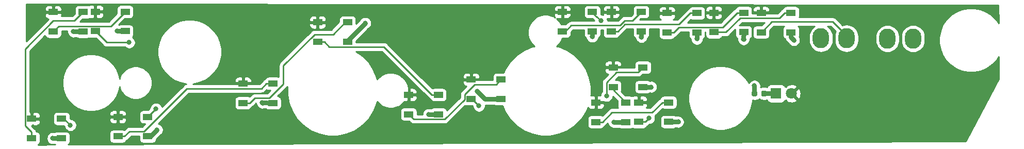
<source format=gbr>
%TF.GenerationSoftware,KiCad,Pcbnew,(5.1.12-1-10_14)*%
%TF.CreationDate,2021-11-27T12:00:22+11:00*%
%TF.ProjectId,HUD VID RCD Panel PCB V2,48554420-5649-4442-9052-43442050616e,rev?*%
%TF.SameCoordinates,Original*%
%TF.FileFunction,Copper,L1,Top*%
%TF.FilePolarity,Positive*%
%FSLAX46Y46*%
G04 Gerber Fmt 4.6, Leading zero omitted, Abs format (unit mm)*
G04 Created by KiCad (PCBNEW (5.1.12-1-10_14)) date 2021-11-27 12:00:22*
%MOMM*%
%LPD*%
G01*
G04 APERTURE LIST*
%TA.AperFunction,ComponentPad*%
%ADD10O,2.700000X3.300000*%
%TD*%
%TA.AperFunction,ComponentPad*%
%ADD11C,1.800000*%
%TD*%
%TA.AperFunction,ComponentPad*%
%ADD12R,1.800000X1.800000*%
%TD*%
%TA.AperFunction,SMDPad,CuDef*%
%ADD13R,1.500000X1.000000*%
%TD*%
%TA.AperFunction,ViaPad*%
%ADD14C,0.800000*%
%TD*%
%TA.AperFunction,Conductor*%
%ADD15C,0.250000*%
%TD*%
%TA.AperFunction,Conductor*%
%ADD16C,0.750000*%
%TD*%
%TA.AperFunction,Conductor*%
%ADD17C,0.254000*%
%TD*%
%TA.AperFunction,Conductor*%
%ADD18C,0.100000*%
%TD*%
G04 APERTURE END LIST*
D10*
%TO.P,J1,4*%
%TO.N,/DATAIN*%
X202819000Y-73914000D03*
%TO.P,J1,3*%
%TO.N,/LEDGND*%
X198619000Y-73914000D03*
%TO.P,J1,2*%
%TO.N,/LED+5V*%
X202819000Y-79414000D03*
%TO.P,J1,1*%
%TA.AperFunction,ComponentPad*%
G36*
G01*
X197269000Y-80812900D02*
X197269000Y-78015100D01*
G75*
G02*
X197520100Y-77764000I251100J0D01*
G01*
X199717900Y-77764000D01*
G75*
G02*
X199969000Y-78015100I0J-251100D01*
G01*
X199969000Y-80812900D01*
G75*
G02*
X199717900Y-81064000I-251100J0D01*
G01*
X197520100Y-81064000D01*
G75*
G02*
X197269000Y-80812900I0J251100D01*
G01*
G37*
%TD.AperFunction*%
%TD*%
%TO.P,R1,2*%
%TO.N,/LEDGND*%
%TA.AperFunction,SMDPad,CuDef*%
G36*
G01*
X177222000Y-82674750D02*
X177222000Y-83187250D01*
G75*
G02*
X177003250Y-83406000I-218750J0D01*
G01*
X176565750Y-83406000D01*
G75*
G02*
X176347000Y-83187250I0J218750D01*
G01*
X176347000Y-82674750D01*
G75*
G02*
X176565750Y-82456000I218750J0D01*
G01*
X177003250Y-82456000D01*
G75*
G02*
X177222000Y-82674750I0J-218750D01*
G01*
G37*
%TD.AperFunction*%
%TO.P,R1,1*%
%TO.N,Net-(D17-Pad1)*%
%TA.AperFunction,SMDPad,CuDef*%
G36*
G01*
X178797000Y-82674750D02*
X178797000Y-83187250D01*
G75*
G02*
X178578250Y-83406000I-218750J0D01*
G01*
X178140750Y-83406000D01*
G75*
G02*
X177922000Y-83187250I0J218750D01*
G01*
X177922000Y-82674750D01*
G75*
G02*
X178140750Y-82456000I218750J0D01*
G01*
X178578250Y-82456000D01*
G75*
G02*
X178797000Y-82674750I0J-218750D01*
G01*
G37*
%TD.AperFunction*%
%TD*%
%TO.P,J2,4*%
%TO.N,/DATAOUT*%
X191906000Y-73875000D03*
%TO.P,J2,3*%
%TO.N,/LEDGND*%
X187706000Y-73875000D03*
%TO.P,J2,2*%
%TO.N,/LED+5V*%
X191906000Y-79375000D03*
%TO.P,J2,1*%
%TA.AperFunction,ComponentPad*%
G36*
G01*
X186356000Y-80773900D02*
X186356000Y-77976100D01*
G75*
G02*
X186607100Y-77725000I251100J0D01*
G01*
X188804900Y-77725000D01*
G75*
G02*
X189056000Y-77976100I0J-251100D01*
G01*
X189056000Y-80773900D01*
G75*
G02*
X188804900Y-81025000I-251100J0D01*
G01*
X186607100Y-81025000D01*
G75*
G02*
X186356000Y-80773900I0J251100D01*
G01*
G37*
%TD.AperFunction*%
%TD*%
D11*
%TO.P,D17,2*%
%TO.N,/LED+5V*%
X182880000Y-82931000D03*
D12*
%TO.P,D17,1*%
%TO.N,Net-(D17-Pad1)*%
X180340000Y-82931000D03*
%TD*%
D13*
%TO.P,D16,1*%
%TO.N,/LED+5V*%
X177890000Y-69672400D03*
%TO.P,D16,2*%
%TO.N,/DATAOUT*%
X177890000Y-72872400D03*
%TO.P,D16,4*%
%TO.N,Net-(D15-Pad2)*%
X182790000Y-69672400D03*
%TO.P,D16,3*%
%TO.N,/LEDGND*%
X182790000Y-72872400D03*
%TD*%
%TO.P,D15,1*%
%TO.N,/LED+5V*%
X170129000Y-69646800D03*
%TO.P,D15,2*%
%TO.N,Net-(D15-Pad2)*%
X170129000Y-72846800D03*
%TO.P,D15,4*%
%TO.N,Net-(D14-Pad2)*%
X175029000Y-69646800D03*
%TO.P,D15,3*%
%TO.N,/LEDGND*%
X175029000Y-72846800D03*
%TD*%
%TO.P,D14,1*%
%TO.N,/LED+5V*%
X162447000Y-69723200D03*
%TO.P,D14,2*%
%TO.N,Net-(D14-Pad2)*%
X162447000Y-72923200D03*
%TO.P,D14,4*%
%TO.N,Net-(D13-Pad2)*%
X167347000Y-69723200D03*
%TO.P,D14,3*%
%TO.N,/LEDGND*%
X167347000Y-72923200D03*
%TD*%
%TO.P,D13,1*%
%TO.N,/LED+5V*%
X153303000Y-69520000D03*
%TO.P,D13,2*%
%TO.N,Net-(D13-Pad2)*%
X153303000Y-72720000D03*
%TO.P,D13,4*%
%TO.N,Net-(D12-Pad2)*%
X158203000Y-69520000D03*
%TO.P,D13,3*%
%TO.N,/LEDGND*%
X158203000Y-72720000D03*
%TD*%
%TO.P,D12,1*%
%TO.N,/LED+5V*%
X145276000Y-69520000D03*
%TO.P,D12,2*%
%TO.N,Net-(D12-Pad2)*%
X145276000Y-72720000D03*
%TO.P,D12,4*%
%TO.N,Net-(D11-Pad2)*%
X150176000Y-69520000D03*
%TO.P,D12,3*%
%TO.N,/LEDGND*%
X150176000Y-72720000D03*
%TD*%
%TO.P,D11,1*%
%TO.N,/LED+5V*%
X157812000Y-84378800D03*
%TO.P,D11,2*%
%TO.N,Net-(D11-Pad2)*%
X157812000Y-87578800D03*
%TO.P,D11,4*%
%TO.N,Net-(D10-Pad2)*%
X162712000Y-84378800D03*
%TO.P,D11,3*%
%TO.N,/LEDGND*%
X162712000Y-87578800D03*
%TD*%
%TO.P,D10,1*%
%TO.N,/LED+5V*%
X150763000Y-84404400D03*
%TO.P,D10,2*%
%TO.N,Net-(D10-Pad2)*%
X150763000Y-87604400D03*
%TO.P,D10,4*%
%TO.N,Net-(D10-Pad4)*%
X155663000Y-84404400D03*
%TO.P,D10,3*%
%TO.N,/LEDGND*%
X155663000Y-87604400D03*
%TD*%
%TO.P,D9,1*%
%TO.N,/LED+5V*%
X153596000Y-78638800D03*
%TO.P,D9,2*%
%TO.N,Net-(D10-Pad4)*%
X153596000Y-81838800D03*
%TO.P,D9,4*%
%TO.N,Net-(D8-Pad2)*%
X158496000Y-78638800D03*
%TO.P,D9,3*%
%TO.N,/LEDGND*%
X158496000Y-81838800D03*
%TD*%
%TO.P,D8,1*%
%TO.N,/LED+5V*%
X130302000Y-80619600D03*
%TO.P,D8,2*%
%TO.N,Net-(D8-Pad2)*%
X130302000Y-83819600D03*
%TO.P,D8,4*%
%TO.N,Net-(D7-Pad2)*%
X135202000Y-80619600D03*
%TO.P,D8,3*%
%TO.N,/LEDGND*%
X135202000Y-83819600D03*
%TD*%
%TO.P,D7,1*%
%TO.N,/LED+5V*%
X120029000Y-83134400D03*
%TO.P,D7,2*%
%TO.N,Net-(D7-Pad2)*%
X120029000Y-86334400D03*
%TO.P,D7,4*%
%TO.N,Net-(D6-Pad2)*%
X124929000Y-83134400D03*
%TO.P,D7,3*%
%TO.N,/LEDGND*%
X124929000Y-86334400D03*
%TD*%
%TO.P,D6,1*%
%TO.N,/LED+5V*%
X105105000Y-71221600D03*
%TO.P,D6,2*%
%TO.N,Net-(D6-Pad2)*%
X105105000Y-74421600D03*
%TO.P,D6,4*%
%TO.N,Net-(D5-Pad2)*%
X110005000Y-71221600D03*
%TO.P,D6,3*%
%TO.N,/LEDGND*%
X110005000Y-74421600D03*
%TD*%
%TO.P,D5,1*%
%TO.N,/LED+5V*%
X92862400Y-81280000D03*
%TO.P,D5,2*%
%TO.N,Net-(D5-Pad2)*%
X92862400Y-84480000D03*
%TO.P,D5,4*%
%TO.N,Net-(D4-Pad2)*%
X97762400Y-81280000D03*
%TO.P,D5,3*%
%TO.N,/LEDGND*%
X97762400Y-84480000D03*
%TD*%
%TO.P,D4,1*%
%TO.N,/LED+5V*%
X72316000Y-86766400D03*
%TO.P,D4,2*%
%TO.N,Net-(D4-Pad2)*%
X72316000Y-89966400D03*
%TO.P,D4,4*%
%TO.N,Net-(D3-Pad2)*%
X77216000Y-86766400D03*
%TO.P,D4,3*%
%TO.N,/LEDGND*%
X77216000Y-89966400D03*
%TD*%
%TO.P,D3,1*%
%TO.N,/LED+5V*%
X68607600Y-69494400D03*
%TO.P,D3,2*%
%TO.N,Net-(D3-Pad2)*%
X68607600Y-72694400D03*
%TO.P,D3,4*%
%TO.N,Net-(D2-Pad2)*%
X73507600Y-69494400D03*
%TO.P,D3,3*%
%TO.N,/LEDGND*%
X73507600Y-72694400D03*
%TD*%
%TO.P,D2,1*%
%TO.N,/LED+5V*%
X61698800Y-69545200D03*
%TO.P,D2,2*%
%TO.N,Net-(D2-Pad2)*%
X61698800Y-72745200D03*
%TO.P,D2,4*%
%TO.N,Net-(D1-Pad2)*%
X66598800Y-69545200D03*
%TO.P,D2,3*%
%TO.N,/LEDGND*%
X66598800Y-72745200D03*
%TD*%
%TO.P,D1,1*%
%TO.N,/LED+5V*%
X58166000Y-87071200D03*
%TO.P,D1,2*%
%TO.N,Net-(D1-Pad2)*%
X58166000Y-90271200D03*
%TO.P,D1,4*%
%TO.N,/DATAIN*%
X63066000Y-87071200D03*
%TO.P,D1,3*%
%TO.N,/LEDGND*%
X63066000Y-90271200D03*
%TD*%
D14*
%TO.N,Net-(D3-Pad2)*%
X78562200Y-85420200D03*
X74168000Y-74549000D03*
%TO.N,Net-(D8-Pad2)*%
X131572000Y-84963000D03*
X152520999Y-83318001D03*
%TO.N,Net-(D11-Pad2)*%
X159491550Y-86974550D03*
X151638000Y-70993000D03*
%TO.N,/LEDGND*%
X78740000Y-88900000D03*
X176784000Y-81661000D03*
X153696000Y-87604400D03*
X164262000Y-87578800D03*
X159817000Y-81838800D03*
X72212600Y-72694400D03*
X65024000Y-72771000D03*
X61620800Y-90271200D03*
X96012000Y-84455000D03*
X123317000Y-86360000D03*
X150176000Y-73595000D03*
X158242000Y-73660000D03*
X167347000Y-73953000D03*
X175006000Y-74041000D03*
X183261000Y-74168000D03*
X131318000Y-82550000D03*
X112903000Y-71374000D03*
%TO.N,/DATAIN*%
X64516000Y-88138000D03*
%TD*%
D15*
%TO.N,Net-(D1-Pad2)*%
X58166000Y-89281000D02*
X58166000Y-90271200D01*
X66598800Y-69545200D02*
X65151000Y-70993000D01*
X65151000Y-70993000D02*
X61712400Y-70993000D01*
X61712400Y-70993000D02*
X57090700Y-75614700D01*
X57090700Y-88205700D02*
X58166000Y-89281000D01*
X57090700Y-75614700D02*
X57090700Y-88205700D01*
%TO.N,Net-(D2-Pad2)*%
X71132601Y-71869399D02*
X73507600Y-69494400D01*
X62574601Y-71869399D02*
X71132601Y-71869399D01*
X61698800Y-72745200D02*
X62574601Y-71869399D01*
%TO.N,Net-(D3-Pad2)*%
X77216000Y-86766400D02*
X78562200Y-85420200D01*
X70462200Y-74549000D02*
X68607600Y-72694400D01*
X74168000Y-74549000D02*
X70462200Y-74549000D01*
%TO.N,Net-(D4-Pad2)*%
X97762400Y-81280000D02*
X96687100Y-81280000D01*
X72316000Y-89966400D02*
X73391300Y-89966400D01*
X73391300Y-89966400D02*
X74216600Y-89141100D01*
X74216600Y-89141100D02*
X76606700Y-89141100D01*
X76606700Y-89141100D02*
X83642500Y-82105300D01*
X83642500Y-82105300D02*
X95861800Y-82105300D01*
X95861800Y-82105300D02*
X96687100Y-81280000D01*
%TO.N,Net-(D5-Pad2)*%
X92862400Y-84480000D02*
X93937700Y-84480000D01*
X93937700Y-84480000D02*
X94763000Y-83654700D01*
X94763000Y-83654700D02*
X97172400Y-83654700D01*
X97172400Y-83654700D02*
X99485000Y-81342100D01*
X99485000Y-81342100D02*
X99485000Y-78311800D01*
X110005000Y-71221600D02*
X109626400Y-71221600D01*
X107634100Y-73213900D02*
X104582900Y-73213900D01*
X109626400Y-71221600D02*
X107634100Y-73213900D01*
X99485000Y-78311800D02*
X104582900Y-73213900D01*
%TO.N,Net-(D6-Pad2)*%
X124929000Y-83134400D02*
X123853700Y-83134400D01*
X105105000Y-74421600D02*
X106180300Y-74421600D01*
X106180300Y-74421600D02*
X107005600Y-75246900D01*
X107005600Y-75246900D02*
X115966200Y-75246900D01*
X115966200Y-75246900D02*
X123853700Y-83134400D01*
%TO.N,Net-(D7-Pad2)*%
X134376999Y-81444601D02*
X135202000Y-80619600D01*
X130841997Y-81444601D02*
X134376999Y-81444601D01*
X129226999Y-83059599D02*
X130841997Y-81444601D01*
X129226999Y-83871403D02*
X129226999Y-83059599D01*
X125939001Y-87159401D02*
X129226999Y-83871403D01*
X120854001Y-87159401D02*
X125939001Y-87159401D01*
X120029000Y-86334400D02*
X120854001Y-87159401D01*
%TO.N,Net-(D8-Pad2)*%
X130302000Y-83819600D02*
X130428600Y-83819600D01*
X130428600Y-83819600D02*
X131572000Y-84963000D01*
X154135997Y-79463801D02*
X157670999Y-79463801D01*
X157670999Y-79463801D02*
X158496000Y-78638800D01*
X152520999Y-81078799D02*
X154135997Y-79463801D01*
X152520999Y-83318001D02*
X152520999Y-81078799D01*
%TO.N,Net-(D10-Pad4)*%
X153596000Y-82337400D02*
X155663000Y-84404400D01*
X153596000Y-81838800D02*
X153596000Y-82337400D01*
%TO.N,Net-(D10-Pad2)*%
X162712000Y-84378800D02*
X161636700Y-84378800D01*
X150763000Y-87604400D02*
X151838300Y-87604400D01*
X151838300Y-87604400D02*
X153395000Y-86047700D01*
X153395000Y-86047700D02*
X159967800Y-86047700D01*
X159967800Y-86047700D02*
X161636700Y-84378800D01*
%TO.N,Net-(D11-Pad2)*%
X158887300Y-87578800D02*
X157812000Y-87578800D01*
X159491550Y-86974550D02*
X158887300Y-87578800D01*
X150176000Y-69520000D02*
X150176000Y-69658000D01*
X150176000Y-69658000D02*
X151638000Y-70993000D01*
X151638000Y-70993000D02*
X151638000Y-71120000D01*
%TO.N,Net-(D12-Pad2)*%
X145276000Y-72720000D02*
X145720000Y-72720000D01*
X145720000Y-72720000D02*
X146685000Y-71755000D01*
X155526390Y-70935500D02*
X156787500Y-70935500D01*
X154706890Y-71755000D02*
X155526390Y-70935500D01*
X146685000Y-71755000D02*
X154706890Y-71755000D01*
X156787500Y-70935500D02*
X158203000Y-69520000D01*
%TO.N,Net-(D13-Pad2)*%
X167347000Y-69723200D02*
X166271700Y-69723200D01*
X153303000Y-72720000D02*
X154378300Y-72720000D01*
X154378300Y-72720000D02*
X155527300Y-71571000D01*
X155527300Y-71571000D02*
X164423900Y-71571000D01*
X164423900Y-71571000D02*
X166271700Y-69723200D01*
%TO.N,Net-(D14-Pad2)*%
X162447000Y-72923200D02*
X163522300Y-72923200D01*
X175029000Y-69646800D02*
X173953700Y-69646800D01*
X163522300Y-72923200D02*
X164424100Y-72021400D01*
X164424100Y-72021400D02*
X171579100Y-72021400D01*
X171579100Y-72021400D02*
X173953700Y-69646800D01*
%TO.N,Net-(D15-Pad2)*%
X181714700Y-69672400D02*
X182790000Y-69672400D01*
X180889400Y-70497700D02*
X181714700Y-69672400D01*
X174449200Y-70497700D02*
X180889400Y-70497700D01*
X172100100Y-72846800D02*
X174449200Y-70497700D01*
X170129000Y-72846800D02*
X172100100Y-72846800D01*
%TO.N,/LEDGND*%
X176784000Y-82296000D02*
X176784500Y-82296500D01*
X176784500Y-82296500D02*
X176784500Y-82931000D01*
D16*
X176784000Y-82296000D02*
X176784000Y-81661000D01*
X176784000Y-82931000D02*
X176784000Y-82296000D01*
X65024000Y-72771000D02*
X65049800Y-72745200D01*
X66598800Y-72745200D02*
X65024000Y-72771000D01*
X96012000Y-84455000D02*
X96037000Y-84480000D01*
X97762400Y-84480000D02*
X96012000Y-84455000D01*
X123317000Y-86360000D02*
X123343000Y-86334400D01*
X124929000Y-86334400D02*
X123317000Y-86360000D01*
X158242000Y-73660000D02*
X158203000Y-73621000D01*
X158203000Y-72720000D02*
X158242000Y-73660000D01*
X175006000Y-74041000D02*
X175029000Y-74018000D01*
X175029000Y-72846800D02*
X175006000Y-74041000D01*
X77216000Y-89966400D02*
X77673600Y-89966400D01*
X77673600Y-89966400D02*
X78740000Y-88900000D01*
X155663000Y-87604400D02*
X153696000Y-87604400D01*
X162712000Y-87578800D02*
X164262000Y-87578800D01*
X158496000Y-81838800D02*
X159817000Y-81838800D01*
X73507600Y-72694400D02*
X72212600Y-72694400D01*
X63066000Y-90271200D02*
X61620800Y-90271200D01*
X150176000Y-72720000D02*
X150176000Y-73595000D01*
X167347000Y-72923200D02*
X167347000Y-73953000D01*
X182790000Y-72872400D02*
X182790000Y-73697000D01*
X182790000Y-73697000D02*
X183261000Y-74168000D01*
X135202000Y-83819600D02*
X132587600Y-83819600D01*
X132587600Y-83819600D02*
X131318000Y-82550000D01*
X131318000Y-82550000D02*
X131318000Y-82550000D01*
X110005000Y-74421600D02*
X110005000Y-74272000D01*
X110005000Y-74272000D02*
X112903000Y-71374000D01*
X112903000Y-71374000D02*
X112903000Y-71374000D01*
D15*
%TO.N,/DATAIN*%
X63066000Y-87071200D02*
X63449200Y-87071200D01*
X63449200Y-87071200D02*
X64516000Y-88138000D01*
%TO.N,/DATAOUT*%
X191906000Y-73875000D02*
X191906000Y-73415000D01*
X191906000Y-73415000D02*
X189611000Y-71120000D01*
X179642400Y-71120000D02*
X177890000Y-72872400D01*
X189611000Y-71120000D02*
X179642400Y-71120000D01*
D16*
%TO.N,Net-(D17-Pad1)*%
X178359500Y-82931000D02*
X180340000Y-82931000D01*
X178359000Y-82931000D02*
X178359500Y-82931000D01*
%TD*%
D17*
%TO.N,/LED+5V*%
X216819971Y-68426373D02*
X216843412Y-71403498D01*
X216442913Y-70804109D01*
X215707891Y-70069087D01*
X214843597Y-69491583D01*
X213883244Y-69093792D01*
X212863739Y-68891000D01*
X211824261Y-68891000D01*
X210804756Y-69093792D01*
X209844403Y-69491583D01*
X208980109Y-70069087D01*
X208245087Y-70804109D01*
X207667583Y-71668403D01*
X207269792Y-72628756D01*
X207067000Y-73648261D01*
X207067000Y-74687739D01*
X207269792Y-75707244D01*
X207667583Y-76667597D01*
X208245087Y-77531891D01*
X208980109Y-78266913D01*
X209844403Y-78844417D01*
X210804756Y-79242208D01*
X211824261Y-79445000D01*
X212863739Y-79445000D01*
X213883244Y-79242208D01*
X214843597Y-78844417D01*
X215707891Y-78266913D01*
X216442913Y-77531891D01*
X216886441Y-76868106D01*
X216915100Y-80507922D01*
X211439132Y-90781425D01*
X64152078Y-91311581D01*
X64170494Y-91301737D01*
X64267185Y-91222385D01*
X64346537Y-91125694D01*
X64405502Y-91015380D01*
X64441812Y-90895682D01*
X64454072Y-90771200D01*
X64454072Y-89771200D01*
X64441812Y-89646718D01*
X64405502Y-89527020D01*
X64373100Y-89466400D01*
X70927928Y-89466400D01*
X70927928Y-90466400D01*
X70940188Y-90590882D01*
X70976498Y-90710580D01*
X71035463Y-90820894D01*
X71114815Y-90917585D01*
X71211506Y-90996937D01*
X71321820Y-91055902D01*
X71441518Y-91092212D01*
X71566000Y-91104472D01*
X73066000Y-91104472D01*
X73190482Y-91092212D01*
X73310180Y-91055902D01*
X73420494Y-90996937D01*
X73517185Y-90917585D01*
X73596537Y-90820894D01*
X73655502Y-90710580D01*
X73665567Y-90677400D01*
X73683547Y-90671946D01*
X73815576Y-90601374D01*
X73931301Y-90506401D01*
X73955103Y-90477398D01*
X74531402Y-89901100D01*
X75827928Y-89901100D01*
X75827928Y-90466400D01*
X75840188Y-90590882D01*
X75876498Y-90710580D01*
X75935463Y-90820894D01*
X76014815Y-90917585D01*
X76111506Y-90996937D01*
X76221820Y-91055902D01*
X76341518Y-91092212D01*
X76466000Y-91104472D01*
X77966000Y-91104472D01*
X78090482Y-91092212D01*
X78210180Y-91055902D01*
X78320494Y-90996937D01*
X78417185Y-90917585D01*
X78496537Y-90820894D01*
X78555502Y-90710580D01*
X78591812Y-90590882D01*
X78604072Y-90466400D01*
X78604072Y-90464283D01*
X79293223Y-89775132D01*
X79399774Y-89703937D01*
X79543937Y-89559774D01*
X79657205Y-89390256D01*
X79735226Y-89201898D01*
X79775000Y-89001939D01*
X79775000Y-88798061D01*
X79735226Y-88598102D01*
X79657205Y-88409744D01*
X79543937Y-88240226D01*
X79399774Y-88096063D01*
X79230256Y-87982795D01*
X79041898Y-87904774D01*
X78938412Y-87884189D01*
X83957302Y-82865300D01*
X95824478Y-82865300D01*
X95861800Y-82868976D01*
X95899122Y-82865300D01*
X95899133Y-82865300D01*
X96010786Y-82854303D01*
X96154047Y-82810846D01*
X96286076Y-82740274D01*
X96401801Y-82645301D01*
X96425603Y-82616298D01*
X96705777Y-82336125D01*
X96768220Y-82369502D01*
X96887918Y-82405812D01*
X97012400Y-82418072D01*
X97334227Y-82418072D01*
X96857599Y-82894700D01*
X94800322Y-82894700D01*
X94762999Y-82891024D01*
X94725676Y-82894700D01*
X94725667Y-82894700D01*
X94614014Y-82905697D01*
X94470753Y-82949154D01*
X94338724Y-83019726D01*
X94338722Y-83019727D01*
X94338723Y-83019727D01*
X94251996Y-83090901D01*
X94251992Y-83090905D01*
X94222999Y-83114699D01*
X94199205Y-83143692D01*
X93919023Y-83423875D01*
X93856580Y-83390498D01*
X93736882Y-83354188D01*
X93612400Y-83341928D01*
X92112400Y-83341928D01*
X91987918Y-83354188D01*
X91868220Y-83390498D01*
X91757906Y-83449463D01*
X91661215Y-83528815D01*
X91581863Y-83625506D01*
X91522898Y-83735820D01*
X91486588Y-83855518D01*
X91474328Y-83980000D01*
X91474328Y-84980000D01*
X91486588Y-85104482D01*
X91522898Y-85224180D01*
X91581863Y-85334494D01*
X91661215Y-85431185D01*
X91757906Y-85510537D01*
X91868220Y-85569502D01*
X91987918Y-85605812D01*
X92112400Y-85618072D01*
X93612400Y-85618072D01*
X93736882Y-85605812D01*
X93856580Y-85569502D01*
X93966894Y-85510537D01*
X94063585Y-85431185D01*
X94142937Y-85334494D01*
X94201902Y-85224180D01*
X94211967Y-85191000D01*
X94229947Y-85185546D01*
X94361976Y-85114974D01*
X94477701Y-85020001D01*
X94501503Y-84990998D01*
X94977000Y-84515502D01*
X94977000Y-84556939D01*
X95016774Y-84756898D01*
X95094795Y-84945256D01*
X95208063Y-85114774D01*
X95352226Y-85258937D01*
X95521744Y-85372205D01*
X95710102Y-85450226D01*
X95910061Y-85490000D01*
X95987394Y-85490000D01*
X96036999Y-85494886D01*
X96086604Y-85490000D01*
X96113939Y-85490000D01*
X96140752Y-85484667D01*
X96234994Y-85475384D01*
X96257336Y-85468606D01*
X96613003Y-85473686D01*
X96657906Y-85510537D01*
X96768220Y-85569502D01*
X96887918Y-85605812D01*
X97012400Y-85618072D01*
X98512400Y-85618072D01*
X98636882Y-85605812D01*
X98756580Y-85569502D01*
X98866894Y-85510537D01*
X98963585Y-85431185D01*
X99042937Y-85334494D01*
X99101902Y-85224180D01*
X99138212Y-85104482D01*
X99150472Y-84980000D01*
X99150472Y-83980000D01*
X99138212Y-83855518D01*
X99101902Y-83735820D01*
X99042937Y-83625506D01*
X98963585Y-83528815D01*
X98866894Y-83449463D01*
X98756580Y-83390498D01*
X98636882Y-83354188D01*
X98555708Y-83346193D01*
X99996004Y-81905898D01*
X100025001Y-81882101D01*
X100092000Y-81800462D01*
X100092000Y-83159420D01*
X100379337Y-84603960D01*
X100942969Y-85964688D01*
X101761235Y-87189310D01*
X102802690Y-88230765D01*
X104027312Y-89049031D01*
X105388040Y-89612663D01*
X106832580Y-89900000D01*
X108305420Y-89900000D01*
X109749960Y-89612663D01*
X111110688Y-89049031D01*
X112335310Y-88230765D01*
X113376765Y-87189310D01*
X114195031Y-85964688D01*
X114248998Y-85834400D01*
X118640928Y-85834400D01*
X118640928Y-86834400D01*
X118653188Y-86958882D01*
X118689498Y-87078580D01*
X118748463Y-87188894D01*
X118827815Y-87285585D01*
X118924506Y-87364937D01*
X119034820Y-87423902D01*
X119154518Y-87460212D01*
X119279000Y-87472472D01*
X120092270Y-87472472D01*
X120290202Y-87670403D01*
X120314000Y-87699402D01*
X120342998Y-87723200D01*
X120429725Y-87794375D01*
X120561754Y-87864947D01*
X120705015Y-87908404D01*
X120854001Y-87923078D01*
X120891334Y-87919401D01*
X125901679Y-87919401D01*
X125939001Y-87923077D01*
X125976323Y-87919401D01*
X125976334Y-87919401D01*
X126087987Y-87908404D01*
X126231248Y-87864947D01*
X126363277Y-87794375D01*
X126479002Y-87699402D01*
X126502805Y-87670398D01*
X129279330Y-84893874D01*
X129307820Y-84909102D01*
X129427518Y-84945412D01*
X129552000Y-84957672D01*
X130491870Y-84957672D01*
X130537000Y-85002802D01*
X130537000Y-85064939D01*
X130576774Y-85264898D01*
X130654795Y-85453256D01*
X130768063Y-85622774D01*
X130912226Y-85766937D01*
X131081744Y-85880205D01*
X131270102Y-85958226D01*
X131470061Y-85998000D01*
X131673939Y-85998000D01*
X131873898Y-85958226D01*
X132062256Y-85880205D01*
X132231774Y-85766937D01*
X132375937Y-85622774D01*
X132489205Y-85453256D01*
X132567226Y-85264898D01*
X132607000Y-85064939D01*
X132607000Y-84861061D01*
X132601443Y-84833123D01*
X132637208Y-84829600D01*
X134072482Y-84829600D01*
X134097506Y-84850137D01*
X134207820Y-84909102D01*
X134327518Y-84945412D01*
X134452000Y-84957672D01*
X135450849Y-84957672D01*
X135867969Y-85964688D01*
X136686235Y-87189310D01*
X137727690Y-88230765D01*
X138952312Y-89049031D01*
X140313040Y-89612663D01*
X141757580Y-89900000D01*
X143230420Y-89900000D01*
X144674960Y-89612663D01*
X146035688Y-89049031D01*
X147260310Y-88230765D01*
X148301765Y-87189310D01*
X148358500Y-87104400D01*
X149374928Y-87104400D01*
X149374928Y-88104400D01*
X149387188Y-88228882D01*
X149423498Y-88348580D01*
X149482463Y-88458894D01*
X149561815Y-88555585D01*
X149658506Y-88634937D01*
X149768820Y-88693902D01*
X149888518Y-88730212D01*
X150013000Y-88742472D01*
X151513000Y-88742472D01*
X151637482Y-88730212D01*
X151757180Y-88693902D01*
X151867494Y-88634937D01*
X151964185Y-88555585D01*
X152043537Y-88458894D01*
X152102502Y-88348580D01*
X152112567Y-88315400D01*
X152130547Y-88309946D01*
X152262576Y-88239374D01*
X152378301Y-88144401D01*
X152402104Y-88115397D01*
X152685913Y-87831588D01*
X152700774Y-87906298D01*
X152778795Y-88094656D01*
X152892063Y-88264174D01*
X153036226Y-88408337D01*
X153205744Y-88521605D01*
X153394102Y-88599626D01*
X153594061Y-88639400D01*
X153797939Y-88639400D01*
X153923623Y-88614400D01*
X154533482Y-88614400D01*
X154558506Y-88634937D01*
X154668820Y-88693902D01*
X154788518Y-88730212D01*
X154913000Y-88742472D01*
X156413000Y-88742472D01*
X156537482Y-88730212D01*
X156657180Y-88693902D01*
X156761447Y-88638169D01*
X156817820Y-88668302D01*
X156937518Y-88704612D01*
X157062000Y-88716872D01*
X158562000Y-88716872D01*
X158686482Y-88704612D01*
X158806180Y-88668302D01*
X158916494Y-88609337D01*
X159013185Y-88529985D01*
X159092537Y-88433294D01*
X159151502Y-88322980D01*
X159161567Y-88289800D01*
X159179547Y-88284346D01*
X159311576Y-88213774D01*
X159427301Y-88118801D01*
X159451103Y-88089798D01*
X159531351Y-88009550D01*
X159593489Y-88009550D01*
X159793448Y-87969776D01*
X159981806Y-87891755D01*
X160151324Y-87778487D01*
X160295487Y-87634324D01*
X160408755Y-87464806D01*
X160486776Y-87276448D01*
X160526090Y-87078800D01*
X161323928Y-87078800D01*
X161323928Y-88078800D01*
X161336188Y-88203282D01*
X161372498Y-88322980D01*
X161431463Y-88433294D01*
X161510815Y-88529985D01*
X161607506Y-88609337D01*
X161717820Y-88668302D01*
X161837518Y-88704612D01*
X161962000Y-88716872D01*
X163462000Y-88716872D01*
X163586482Y-88704612D01*
X163706180Y-88668302D01*
X163816494Y-88609337D01*
X163841518Y-88588800D01*
X164034377Y-88588800D01*
X164160061Y-88613800D01*
X164363939Y-88613800D01*
X164563898Y-88574026D01*
X164752256Y-88496005D01*
X164921774Y-88382737D01*
X165065937Y-88238574D01*
X165179205Y-88069056D01*
X165257226Y-87880698D01*
X165297000Y-87680739D01*
X165297000Y-87476861D01*
X165257226Y-87276902D01*
X165179205Y-87088544D01*
X165065937Y-86919026D01*
X164921774Y-86774863D01*
X164752256Y-86661595D01*
X164563898Y-86583574D01*
X164363939Y-86543800D01*
X164160061Y-86543800D01*
X164034377Y-86568800D01*
X163841518Y-86568800D01*
X163816494Y-86548263D01*
X163706180Y-86489298D01*
X163586482Y-86452988D01*
X163462000Y-86440728D01*
X161962000Y-86440728D01*
X161837518Y-86452988D01*
X161717820Y-86489298D01*
X161607506Y-86548263D01*
X161510815Y-86627615D01*
X161431463Y-86724306D01*
X161372498Y-86834620D01*
X161336188Y-86954318D01*
X161323928Y-87078800D01*
X160526090Y-87078800D01*
X160526550Y-87076489D01*
X160526550Y-86872611D01*
X160486776Y-86672652D01*
X160465849Y-86622130D01*
X160507801Y-86587701D01*
X160531604Y-86558697D01*
X161655377Y-85434925D01*
X161717820Y-85468302D01*
X161837518Y-85504612D01*
X161962000Y-85516872D01*
X163462000Y-85516872D01*
X163586482Y-85504612D01*
X163706180Y-85468302D01*
X163816494Y-85409337D01*
X163913185Y-85329985D01*
X163992537Y-85233294D01*
X164051502Y-85122980D01*
X164087812Y-85003282D01*
X164100072Y-84878800D01*
X164100072Y-83878800D01*
X164087812Y-83754318D01*
X164051502Y-83634620D01*
X163992537Y-83524306D01*
X163913185Y-83427615D01*
X163816494Y-83348263D01*
X163706180Y-83289298D01*
X163586482Y-83252988D01*
X163462000Y-83240728D01*
X161962000Y-83240728D01*
X161837518Y-83252988D01*
X161717820Y-83289298D01*
X161607506Y-83348263D01*
X161510815Y-83427615D01*
X161431463Y-83524306D01*
X161372498Y-83634620D01*
X161362433Y-83667800D01*
X161353156Y-83670614D01*
X161344453Y-83673254D01*
X161212423Y-83743826D01*
X161133495Y-83808601D01*
X161096699Y-83838799D01*
X161072901Y-83867797D01*
X159652999Y-85287700D01*
X159047887Y-85287700D01*
X159092537Y-85233294D01*
X159151502Y-85122980D01*
X159187812Y-85003282D01*
X159200072Y-84878800D01*
X159197000Y-84664550D01*
X159038250Y-84505800D01*
X157939000Y-84505800D01*
X157939000Y-84525800D01*
X157685000Y-84525800D01*
X157685000Y-84505800D01*
X157665000Y-84505800D01*
X157665000Y-84251800D01*
X157685000Y-84251800D01*
X157685000Y-83402550D01*
X157939000Y-83402550D01*
X157939000Y-84251800D01*
X159038250Y-84251800D01*
X159197000Y-84093050D01*
X159200072Y-83878800D01*
X159187812Y-83754318D01*
X159151502Y-83634620D01*
X159092537Y-83524306D01*
X159013185Y-83427615D01*
X158916494Y-83348263D01*
X158806180Y-83289298D01*
X158686482Y-83252988D01*
X158562000Y-83240728D01*
X158097750Y-83243800D01*
X157939000Y-83402550D01*
X157685000Y-83402550D01*
X157526250Y-83243800D01*
X157062000Y-83240728D01*
X156937518Y-83252988D01*
X156817820Y-83289298D01*
X156713553Y-83345031D01*
X156657180Y-83314898D01*
X156537482Y-83278588D01*
X156413000Y-83266328D01*
X155599730Y-83266328D01*
X155506663Y-83173261D01*
X165919000Y-83173261D01*
X165919000Y-84212739D01*
X166121792Y-85232244D01*
X166519583Y-86192597D01*
X167097087Y-87056891D01*
X167832109Y-87791913D01*
X168696403Y-88369417D01*
X169656756Y-88767208D01*
X170676261Y-88970000D01*
X171715739Y-88970000D01*
X172735244Y-88767208D01*
X173695597Y-88369417D01*
X174559891Y-87791913D01*
X175294913Y-87056891D01*
X175872417Y-86192597D01*
X176270208Y-85232244D01*
X176473000Y-84212739D01*
X176473000Y-84034937D01*
X176565750Y-84044072D01*
X177003250Y-84044072D01*
X177170408Y-84027608D01*
X177331142Y-83978850D01*
X177479275Y-83899671D01*
X177572000Y-83823574D01*
X177664725Y-83899671D01*
X177812858Y-83978850D01*
X177973592Y-84027608D01*
X178140750Y-84044072D01*
X178578250Y-84044072D01*
X178745408Y-84027608D01*
X178828428Y-84002424D01*
X178850498Y-84075180D01*
X178909463Y-84185494D01*
X178988815Y-84282185D01*
X179085506Y-84361537D01*
X179195820Y-84420502D01*
X179315518Y-84456812D01*
X179440000Y-84469072D01*
X181240000Y-84469072D01*
X181364482Y-84456812D01*
X181484180Y-84420502D01*
X181594494Y-84361537D01*
X181691185Y-84282185D01*
X181770537Y-84185494D01*
X181829502Y-84075180D01*
X181832813Y-84064265D01*
X181879578Y-84111030D01*
X181995526Y-83995082D01*
X182079208Y-84249261D01*
X182351775Y-84380158D01*
X182644642Y-84455365D01*
X182946553Y-84471991D01*
X183245907Y-84429397D01*
X183531199Y-84329222D01*
X183680792Y-84249261D01*
X183764475Y-83995080D01*
X182880000Y-83110605D01*
X182865858Y-83124748D01*
X182686253Y-82945143D01*
X182700395Y-82931000D01*
X183059605Y-82931000D01*
X183944080Y-83815475D01*
X184198261Y-83731792D01*
X184329158Y-83459225D01*
X184404365Y-83166358D01*
X184420991Y-82864447D01*
X184378397Y-82565093D01*
X184278222Y-82279801D01*
X184198261Y-82130208D01*
X183944080Y-82046525D01*
X183059605Y-82931000D01*
X182700395Y-82931000D01*
X182686253Y-82916858D01*
X182865858Y-82737253D01*
X182880000Y-82751395D01*
X183764475Y-81866920D01*
X183680792Y-81612739D01*
X183408225Y-81481842D01*
X183115358Y-81406635D01*
X182813447Y-81390009D01*
X182514093Y-81432603D01*
X182228801Y-81532778D01*
X182079208Y-81612739D01*
X181995526Y-81866918D01*
X181879578Y-81750970D01*
X181832813Y-81797735D01*
X181829502Y-81786820D01*
X181770537Y-81676506D01*
X181691185Y-81579815D01*
X181594494Y-81500463D01*
X181484180Y-81441498D01*
X181364482Y-81405188D01*
X181240000Y-81392928D01*
X179440000Y-81392928D01*
X179315518Y-81405188D01*
X179195820Y-81441498D01*
X179085506Y-81500463D01*
X178988815Y-81579815D01*
X178909463Y-81676506D01*
X178850498Y-81786820D01*
X178828428Y-81859576D01*
X178745408Y-81834392D01*
X178578250Y-81817928D01*
X178140750Y-81817928D01*
X177973592Y-81834392D01*
X177812858Y-81883150D01*
X177794000Y-81893230D01*
X177794000Y-81888623D01*
X177819000Y-81762939D01*
X177819000Y-81559061D01*
X177779226Y-81359102D01*
X177701205Y-81170744D01*
X177587937Y-81001226D01*
X177443774Y-80857063D01*
X177274256Y-80743795D01*
X177085898Y-80665774D01*
X176885939Y-80626000D01*
X176682061Y-80626000D01*
X176482102Y-80665774D01*
X176293744Y-80743795D01*
X176124226Y-80857063D01*
X175980063Y-81001226D01*
X175866795Y-81170744D01*
X175863152Y-81179538D01*
X175294913Y-80329109D01*
X174559891Y-79594087D01*
X173695597Y-79016583D01*
X172735244Y-78618792D01*
X171715739Y-78416000D01*
X170676261Y-78416000D01*
X169656756Y-78618792D01*
X168696403Y-79016583D01*
X167832109Y-79594087D01*
X167097087Y-80329109D01*
X166519583Y-81193403D01*
X166121792Y-82153756D01*
X165919000Y-83173261D01*
X155506663Y-83173261D01*
X154928842Y-82595440D01*
X154935502Y-82582980D01*
X154971812Y-82463282D01*
X154984072Y-82338800D01*
X154984072Y-81338800D01*
X157107928Y-81338800D01*
X157107928Y-82338800D01*
X157120188Y-82463282D01*
X157156498Y-82582980D01*
X157215463Y-82693294D01*
X157294815Y-82789985D01*
X157391506Y-82869337D01*
X157501820Y-82928302D01*
X157621518Y-82964612D01*
X157746000Y-82976872D01*
X159246000Y-82976872D01*
X159370482Y-82964612D01*
X159490180Y-82928302D01*
X159600494Y-82869337D01*
X159618468Y-82854587D01*
X159715061Y-82873800D01*
X159918939Y-82873800D01*
X160118898Y-82834026D01*
X160307256Y-82756005D01*
X160476774Y-82642737D01*
X160620937Y-82498574D01*
X160734205Y-82329056D01*
X160812226Y-82140698D01*
X160852000Y-81940739D01*
X160852000Y-81736861D01*
X160812226Y-81536902D01*
X160734205Y-81348544D01*
X160620937Y-81179026D01*
X160476774Y-81034863D01*
X160307256Y-80921595D01*
X160118898Y-80843574D01*
X159918939Y-80803800D01*
X159715061Y-80803800D01*
X159618468Y-80823013D01*
X159600494Y-80808263D01*
X159490180Y-80749298D01*
X159370482Y-80712988D01*
X159246000Y-80700728D01*
X157746000Y-80700728D01*
X157621518Y-80712988D01*
X157501820Y-80749298D01*
X157391506Y-80808263D01*
X157294815Y-80887615D01*
X157215463Y-80984306D01*
X157156498Y-81094620D01*
X157120188Y-81214318D01*
X157107928Y-81338800D01*
X154984072Y-81338800D01*
X154971812Y-81214318D01*
X154935502Y-81094620D01*
X154876537Y-80984306D01*
X154797185Y-80887615D01*
X154700494Y-80808263D01*
X154590180Y-80749298D01*
X154470482Y-80712988D01*
X154346000Y-80700728D01*
X153973872Y-80700728D01*
X154450799Y-80223801D01*
X157633677Y-80223801D01*
X157670999Y-80227477D01*
X157708321Y-80223801D01*
X157708332Y-80223801D01*
X157819985Y-80212804D01*
X157963246Y-80169347D01*
X158095275Y-80098775D01*
X158211000Y-80003802D01*
X158234802Y-79974799D01*
X158432729Y-79776872D01*
X159246000Y-79776872D01*
X159370482Y-79764612D01*
X159490180Y-79728302D01*
X159600494Y-79669337D01*
X159697185Y-79589985D01*
X159776537Y-79493294D01*
X159835502Y-79382980D01*
X159871812Y-79263282D01*
X159884072Y-79138800D01*
X159884072Y-78138800D01*
X159871812Y-78014318D01*
X159835502Y-77894620D01*
X159776537Y-77784306D01*
X159697185Y-77687615D01*
X159600494Y-77608263D01*
X159490180Y-77549298D01*
X159370482Y-77512988D01*
X159246000Y-77500728D01*
X157746000Y-77500728D01*
X157621518Y-77512988D01*
X157501820Y-77549298D01*
X157391506Y-77608263D01*
X157294815Y-77687615D01*
X157215463Y-77784306D01*
X157156498Y-77894620D01*
X157120188Y-78014318D01*
X157107928Y-78138800D01*
X157107928Y-78703801D01*
X154173319Y-78703801D01*
X154135996Y-78700125D01*
X154098673Y-78703801D01*
X154098664Y-78703801D01*
X153987011Y-78714798D01*
X153850739Y-78756135D01*
X153843750Y-78758255D01*
X153829634Y-78765800D01*
X153723000Y-78765800D01*
X153723000Y-78785800D01*
X153469000Y-78785800D01*
X153469000Y-78765800D01*
X152369750Y-78765800D01*
X152211000Y-78924550D01*
X152207928Y-79138800D01*
X152220188Y-79263282D01*
X152256498Y-79382980D01*
X152315463Y-79493294D01*
X152394815Y-79589985D01*
X152491506Y-79669337D01*
X152601820Y-79728302D01*
X152721518Y-79764612D01*
X152756900Y-79768097D01*
X152009997Y-80515000D01*
X151980999Y-80538798D01*
X151957201Y-80567796D01*
X151957200Y-80567797D01*
X151886025Y-80654523D01*
X151815453Y-80786553D01*
X151809888Y-80804900D01*
X151771997Y-80929813D01*
X151761650Y-81034863D01*
X151757323Y-81078799D01*
X151761000Y-81116131D01*
X151760999Y-82614290D01*
X151717062Y-82658227D01*
X151603794Y-82827745D01*
X151525773Y-83016103D01*
X151485999Y-83216062D01*
X151485999Y-83266507D01*
X151048750Y-83269400D01*
X150890000Y-83428150D01*
X150890000Y-84277400D01*
X151989250Y-84277400D01*
X152031239Y-84235411D01*
X152219101Y-84313227D01*
X152419060Y-84353001D01*
X152622938Y-84353001D01*
X152822897Y-84313227D01*
X153011255Y-84235206D01*
X153180773Y-84121938D01*
X153324936Y-83977775D01*
X153438204Y-83808257D01*
X153516225Y-83619899D01*
X153555999Y-83419940D01*
X153555999Y-83372200D01*
X154274928Y-84091130D01*
X154274928Y-84904400D01*
X154287188Y-85028882D01*
X154323498Y-85148580D01*
X154382463Y-85258894D01*
X154406103Y-85287700D01*
X153432322Y-85287700D01*
X153394999Y-85284024D01*
X153357676Y-85287700D01*
X153357667Y-85287700D01*
X153246014Y-85298697D01*
X153102753Y-85342154D01*
X152970724Y-85412726D01*
X152854999Y-85507699D01*
X152831201Y-85536697D01*
X151819623Y-86548275D01*
X151757180Y-86514898D01*
X151637482Y-86478588D01*
X151513000Y-86466328D01*
X150013000Y-86466328D01*
X149888518Y-86478588D01*
X149768820Y-86514898D01*
X149658506Y-86573863D01*
X149561815Y-86653215D01*
X149482463Y-86749906D01*
X149423498Y-86860220D01*
X149387188Y-86979918D01*
X149374928Y-87104400D01*
X148358500Y-87104400D01*
X149120031Y-85964688D01*
X149442978Y-85185024D01*
X149482463Y-85258894D01*
X149561815Y-85355585D01*
X149658506Y-85434937D01*
X149768820Y-85493902D01*
X149888518Y-85530212D01*
X150013000Y-85542472D01*
X150477250Y-85539400D01*
X150636000Y-85380650D01*
X150636000Y-84531400D01*
X150890000Y-84531400D01*
X150890000Y-85380650D01*
X151048750Y-85539400D01*
X151513000Y-85542472D01*
X151637482Y-85530212D01*
X151757180Y-85493902D01*
X151867494Y-85434937D01*
X151964185Y-85355585D01*
X152043537Y-85258894D01*
X152102502Y-85148580D01*
X152138812Y-85028882D01*
X152151072Y-84904400D01*
X152148000Y-84690150D01*
X151989250Y-84531400D01*
X150890000Y-84531400D01*
X150636000Y-84531400D01*
X150616000Y-84531400D01*
X150616000Y-84277400D01*
X150636000Y-84277400D01*
X150636000Y-83428150D01*
X150477250Y-83269400D01*
X150013000Y-83266328D01*
X149948471Y-83272683D01*
X149971000Y-83159420D01*
X149971000Y-81686580D01*
X149683663Y-80242040D01*
X149120031Y-78881312D01*
X148623901Y-78138800D01*
X152207928Y-78138800D01*
X152211000Y-78353050D01*
X152369750Y-78511800D01*
X153469000Y-78511800D01*
X153469000Y-77662550D01*
X153723000Y-77662550D01*
X153723000Y-78511800D01*
X154822250Y-78511800D01*
X154981000Y-78353050D01*
X154984072Y-78138800D01*
X154971812Y-78014318D01*
X154935502Y-77894620D01*
X154876537Y-77784306D01*
X154797185Y-77687615D01*
X154700494Y-77608263D01*
X154590180Y-77549298D01*
X154470482Y-77512988D01*
X154346000Y-77500728D01*
X153881750Y-77503800D01*
X153723000Y-77662550D01*
X153469000Y-77662550D01*
X153310250Y-77503800D01*
X152846000Y-77500728D01*
X152721518Y-77512988D01*
X152601820Y-77549298D01*
X152491506Y-77608263D01*
X152394815Y-77687615D01*
X152315463Y-77784306D01*
X152256498Y-77894620D01*
X152220188Y-78014318D01*
X152207928Y-78138800D01*
X148623901Y-78138800D01*
X148301765Y-77656690D01*
X147260310Y-76615235D01*
X146035688Y-75796969D01*
X144674960Y-75233337D01*
X144341463Y-75167000D01*
X144350929Y-75160675D01*
X144756675Y-74754929D01*
X145075467Y-74277823D01*
X145249334Y-73858072D01*
X146026000Y-73858072D01*
X146150482Y-73845812D01*
X146270180Y-73809502D01*
X146380494Y-73750537D01*
X146477185Y-73671185D01*
X146556537Y-73574494D01*
X146615502Y-73464180D01*
X146651812Y-73344482D01*
X146664072Y-73220000D01*
X146664072Y-72850729D01*
X146999802Y-72515000D01*
X148787928Y-72515000D01*
X148787928Y-73220000D01*
X148800188Y-73344482D01*
X148836498Y-73464180D01*
X148895463Y-73574494D01*
X148974815Y-73671185D01*
X149071506Y-73750537D01*
X149161197Y-73798479D01*
X149180774Y-73896898D01*
X149258795Y-74085256D01*
X149372063Y-74254774D01*
X149516226Y-74398937D01*
X149685744Y-74512205D01*
X149874102Y-74590226D01*
X150074061Y-74630000D01*
X150277939Y-74630000D01*
X150477898Y-74590226D01*
X150666256Y-74512205D01*
X150835774Y-74398937D01*
X150979937Y-74254774D01*
X151093205Y-74085256D01*
X151171226Y-73896898D01*
X151190803Y-73798479D01*
X151280494Y-73750537D01*
X151377185Y-73671185D01*
X151456537Y-73574494D01*
X151515502Y-73464180D01*
X151551812Y-73344482D01*
X151564072Y-73220000D01*
X151564072Y-72515000D01*
X151914928Y-72515000D01*
X151914928Y-73220000D01*
X151927188Y-73344482D01*
X151963498Y-73464180D01*
X152022463Y-73574494D01*
X152101815Y-73671185D01*
X152198506Y-73750537D01*
X152308820Y-73809502D01*
X152428518Y-73845812D01*
X152553000Y-73858072D01*
X154053000Y-73858072D01*
X154177482Y-73845812D01*
X154297180Y-73809502D01*
X154407494Y-73750537D01*
X154504185Y-73671185D01*
X154583537Y-73574494D01*
X154642502Y-73464180D01*
X154652567Y-73431000D01*
X154670547Y-73425546D01*
X154802576Y-73354974D01*
X154918301Y-73260001D01*
X154942103Y-73230998D01*
X155842103Y-72331000D01*
X156814928Y-72331000D01*
X156814928Y-73220000D01*
X156827188Y-73344482D01*
X156863498Y-73464180D01*
X156922463Y-73574494D01*
X157001815Y-73671185D01*
X157098506Y-73750537D01*
X157206561Y-73808295D01*
X157207615Y-73818994D01*
X157238792Y-73921772D01*
X157246774Y-73961898D01*
X157262431Y-73999697D01*
X157265368Y-74009379D01*
X157270138Y-74018302D01*
X157324795Y-74150256D01*
X157438063Y-74319774D01*
X157582226Y-74463937D01*
X157751744Y-74577205D01*
X157940102Y-74655226D01*
X158140061Y-74695000D01*
X158343939Y-74695000D01*
X158543898Y-74655226D01*
X158732256Y-74577205D01*
X158901774Y-74463937D01*
X159045937Y-74319774D01*
X159159205Y-74150256D01*
X159237226Y-73961898D01*
X159275910Y-73767419D01*
X159307494Y-73750537D01*
X159404185Y-73671185D01*
X159483537Y-73574494D01*
X159542502Y-73464180D01*
X159578812Y-73344482D01*
X159591072Y-73220000D01*
X159591072Y-72331000D01*
X161068009Y-72331000D01*
X161058928Y-72423200D01*
X161058928Y-73423200D01*
X161071188Y-73547682D01*
X161107498Y-73667380D01*
X161166463Y-73777694D01*
X161245815Y-73874385D01*
X161342506Y-73953737D01*
X161452820Y-74012702D01*
X161572518Y-74049012D01*
X161697000Y-74061272D01*
X163197000Y-74061272D01*
X163321482Y-74049012D01*
X163441180Y-74012702D01*
X163551494Y-73953737D01*
X163648185Y-73874385D01*
X163727537Y-73777694D01*
X163786502Y-73667380D01*
X163796567Y-73634200D01*
X163814547Y-73628746D01*
X163946576Y-73558174D01*
X164062301Y-73463201D01*
X164086103Y-73434198D01*
X164738902Y-72781400D01*
X165958928Y-72781400D01*
X165958928Y-73423200D01*
X165971188Y-73547682D01*
X166007498Y-73667380D01*
X166066463Y-73777694D01*
X166145815Y-73874385D01*
X166242506Y-73953737D01*
X166312000Y-73990883D01*
X166312000Y-74054939D01*
X166351774Y-74254898D01*
X166429795Y-74443256D01*
X166543063Y-74612774D01*
X166687226Y-74756937D01*
X166856744Y-74870205D01*
X167045102Y-74948226D01*
X167245061Y-74988000D01*
X167448939Y-74988000D01*
X167648898Y-74948226D01*
X167837256Y-74870205D01*
X168006774Y-74756937D01*
X168150937Y-74612774D01*
X168264205Y-74443256D01*
X168342226Y-74254898D01*
X168382000Y-74054939D01*
X168382000Y-73990883D01*
X168451494Y-73953737D01*
X168548185Y-73874385D01*
X168627537Y-73777694D01*
X168686502Y-73667380D01*
X168722812Y-73547682D01*
X168735072Y-73423200D01*
X168735072Y-72781400D01*
X168740928Y-72781400D01*
X168740928Y-73346800D01*
X168753188Y-73471282D01*
X168789498Y-73590980D01*
X168848463Y-73701294D01*
X168927815Y-73797985D01*
X169024506Y-73877337D01*
X169134820Y-73936302D01*
X169254518Y-73972612D01*
X169379000Y-73984872D01*
X170879000Y-73984872D01*
X171003482Y-73972612D01*
X171123180Y-73936302D01*
X171233494Y-73877337D01*
X171330185Y-73797985D01*
X171409537Y-73701294D01*
X171460046Y-73606800D01*
X172062778Y-73606800D01*
X172100100Y-73610476D01*
X172137422Y-73606800D01*
X172137433Y-73606800D01*
X172249086Y-73595803D01*
X172392347Y-73552346D01*
X172524376Y-73481774D01*
X172640101Y-73386801D01*
X172663904Y-73357797D01*
X173640928Y-72380773D01*
X173640928Y-73346800D01*
X173653188Y-73471282D01*
X173689498Y-73590980D01*
X173748463Y-73701294D01*
X173827815Y-73797985D01*
X173924506Y-73877337D01*
X173977629Y-73905732D01*
X173971000Y-73939061D01*
X173971000Y-74142939D01*
X174010774Y-74342898D01*
X174088795Y-74531256D01*
X174202063Y-74700774D01*
X174346226Y-74844937D01*
X174515744Y-74958205D01*
X174704102Y-75036226D01*
X174904061Y-75076000D01*
X175107939Y-75076000D01*
X175307898Y-75036226D01*
X175496256Y-74958205D01*
X175665774Y-74844937D01*
X175809937Y-74700774D01*
X175923205Y-74531256D01*
X176001226Y-74342898D01*
X176041000Y-74142939D01*
X176041000Y-74047302D01*
X176043886Y-74018000D01*
X176041000Y-73988698D01*
X176041000Y-73939061D01*
X176038791Y-73927957D01*
X176133494Y-73877337D01*
X176230185Y-73797985D01*
X176309537Y-73701294D01*
X176368502Y-73590980D01*
X176404812Y-73471282D01*
X176417072Y-73346800D01*
X176417072Y-72346800D01*
X176404812Y-72222318D01*
X176368502Y-72102620D01*
X176309537Y-71992306D01*
X176230185Y-71895615D01*
X176133494Y-71816263D01*
X176023180Y-71757298D01*
X175903482Y-71720988D01*
X175779000Y-71708728D01*
X174312974Y-71708728D01*
X174764002Y-71257700D01*
X178429898Y-71257700D01*
X177953271Y-71734328D01*
X177140000Y-71734328D01*
X177015518Y-71746588D01*
X176895820Y-71782898D01*
X176785506Y-71841863D01*
X176688815Y-71921215D01*
X176609463Y-72017906D01*
X176550498Y-72128220D01*
X176514188Y-72247918D01*
X176501928Y-72372400D01*
X176501928Y-73372400D01*
X176514188Y-73496882D01*
X176550498Y-73616580D01*
X176609463Y-73726894D01*
X176688815Y-73823585D01*
X176785506Y-73902937D01*
X176895820Y-73961902D01*
X177015518Y-73998212D01*
X177140000Y-74010472D01*
X178640000Y-74010472D01*
X178764482Y-73998212D01*
X178884180Y-73961902D01*
X178994494Y-73902937D01*
X179091185Y-73823585D01*
X179170537Y-73726894D01*
X179229502Y-73616580D01*
X179265812Y-73496882D01*
X179278072Y-73372400D01*
X179278072Y-72559129D01*
X179957202Y-71880000D01*
X181639036Y-71880000D01*
X181588815Y-71921215D01*
X181509463Y-72017906D01*
X181450498Y-72128220D01*
X181414188Y-72247918D01*
X181401928Y-72372400D01*
X181401928Y-73372400D01*
X181414188Y-73496882D01*
X181450498Y-73616580D01*
X181509463Y-73726894D01*
X181588815Y-73823585D01*
X181685506Y-73902937D01*
X181795820Y-73961902D01*
X181816846Y-73968280D01*
X181852368Y-74085379D01*
X181946154Y-74260840D01*
X181960092Y-74277823D01*
X182072368Y-74414633D01*
X182110901Y-74446256D01*
X182385868Y-74721223D01*
X182457063Y-74827774D01*
X182601226Y-74971937D01*
X182770744Y-75085205D01*
X182959102Y-75163226D01*
X183159061Y-75203000D01*
X183362939Y-75203000D01*
X183562898Y-75163226D01*
X183751256Y-75085205D01*
X183920774Y-74971937D01*
X184064937Y-74827774D01*
X184178205Y-74658256D01*
X184256226Y-74469898D01*
X184296000Y-74269939D01*
X184296000Y-74066061D01*
X184256226Y-73866102D01*
X184178205Y-73677744D01*
X184131948Y-73608516D01*
X184165812Y-73496882D01*
X184178072Y-73372400D01*
X184178072Y-72372400D01*
X184165812Y-72247918D01*
X184129502Y-72128220D01*
X184070537Y-72017906D01*
X183991185Y-71921215D01*
X183940964Y-71880000D01*
X186666232Y-71880000D01*
X186597857Y-71916547D01*
X186295602Y-72164602D01*
X186047547Y-72466857D01*
X185863226Y-72811699D01*
X185749722Y-73185873D01*
X185721000Y-73477491D01*
X185721000Y-74272510D01*
X185749722Y-74564128D01*
X185863226Y-74938302D01*
X186047547Y-75283143D01*
X186295603Y-75585398D01*
X186597858Y-75833453D01*
X186942699Y-76017774D01*
X187316873Y-76131278D01*
X187706000Y-76169604D01*
X188095128Y-76131278D01*
X188469302Y-76017774D01*
X188814143Y-75833453D01*
X189116398Y-75585398D01*
X189364453Y-75283143D01*
X189548774Y-74938302D01*
X189662278Y-74564127D01*
X189691000Y-74272509D01*
X189691000Y-73477490D01*
X189662278Y-73185872D01*
X189548774Y-72811698D01*
X189364453Y-72466857D01*
X189116398Y-72164602D01*
X188814143Y-71916547D01*
X188745768Y-71880000D01*
X189296199Y-71880000D01*
X190120585Y-72704387D01*
X190063226Y-72811699D01*
X189949722Y-73185873D01*
X189921000Y-73477491D01*
X189921000Y-74272510D01*
X189949722Y-74564128D01*
X190063226Y-74938302D01*
X190247547Y-75283143D01*
X190495603Y-75585398D01*
X190797858Y-75833453D01*
X191142699Y-76017774D01*
X191516873Y-76131278D01*
X191906000Y-76169604D01*
X192295128Y-76131278D01*
X192669302Y-76017774D01*
X193014143Y-75833453D01*
X193316398Y-75585398D01*
X193564453Y-75283143D01*
X193748774Y-74938302D01*
X193862278Y-74564127D01*
X193891000Y-74272509D01*
X193891000Y-73516491D01*
X196634000Y-73516491D01*
X196634000Y-74311510D01*
X196662722Y-74603128D01*
X196776226Y-74977302D01*
X196960547Y-75322143D01*
X197208603Y-75624398D01*
X197510858Y-75872453D01*
X197855699Y-76056774D01*
X198229873Y-76170278D01*
X198619000Y-76208604D01*
X199008128Y-76170278D01*
X199382302Y-76056774D01*
X199727143Y-75872453D01*
X200029398Y-75624398D01*
X200277453Y-75322143D01*
X200461774Y-74977302D01*
X200575278Y-74603127D01*
X200604000Y-74311509D01*
X200604000Y-73516491D01*
X200834000Y-73516491D01*
X200834000Y-74311510D01*
X200862722Y-74603128D01*
X200976226Y-74977302D01*
X201160547Y-75322143D01*
X201408603Y-75624398D01*
X201710858Y-75872453D01*
X202055699Y-76056774D01*
X202429873Y-76170278D01*
X202819000Y-76208604D01*
X203208128Y-76170278D01*
X203582302Y-76056774D01*
X203927143Y-75872453D01*
X204229398Y-75624398D01*
X204477453Y-75322143D01*
X204661774Y-74977302D01*
X204775278Y-74603127D01*
X204804000Y-74311509D01*
X204804000Y-73516490D01*
X204775278Y-73224872D01*
X204661774Y-72850698D01*
X204477453Y-72505857D01*
X204229398Y-72203602D01*
X203927143Y-71955547D01*
X203582301Y-71771226D01*
X203208127Y-71657722D01*
X202819000Y-71619396D01*
X202429872Y-71657722D01*
X202055698Y-71771226D01*
X201710857Y-71955547D01*
X201408602Y-72203602D01*
X201160547Y-72505857D01*
X200976226Y-72850699D01*
X200862722Y-73224873D01*
X200834000Y-73516491D01*
X200604000Y-73516491D01*
X200604000Y-73516490D01*
X200575278Y-73224872D01*
X200461774Y-72850698D01*
X200277453Y-72505857D01*
X200029398Y-72203602D01*
X199727143Y-71955547D01*
X199382301Y-71771226D01*
X199008127Y-71657722D01*
X198619000Y-71619396D01*
X198229872Y-71657722D01*
X197855698Y-71771226D01*
X197510857Y-71955547D01*
X197208602Y-72203602D01*
X196960547Y-72505857D01*
X196776226Y-72850699D01*
X196662722Y-73224873D01*
X196634000Y-73516491D01*
X193891000Y-73516491D01*
X193891000Y-73477490D01*
X193862278Y-73185872D01*
X193748774Y-72811698D01*
X193564453Y-72466857D01*
X193316398Y-72164602D01*
X193014143Y-71916547D01*
X192669301Y-71732226D01*
X192295127Y-71618722D01*
X191906000Y-71580396D01*
X191516872Y-71618722D01*
X191261876Y-71696074D01*
X190174804Y-70609003D01*
X190151001Y-70579999D01*
X190035276Y-70485026D01*
X189903247Y-70414454D01*
X189759986Y-70370997D01*
X189648333Y-70360000D01*
X189648322Y-70360000D01*
X189611000Y-70356324D01*
X189573678Y-70360000D01*
X184146665Y-70360000D01*
X184165812Y-70296882D01*
X184178072Y-70172400D01*
X184178072Y-69172400D01*
X184165812Y-69047918D01*
X184129502Y-68928220D01*
X184070537Y-68817906D01*
X183991185Y-68721215D01*
X183894494Y-68641863D01*
X183784180Y-68582898D01*
X183664482Y-68546588D01*
X183540000Y-68534328D01*
X182040000Y-68534328D01*
X181915518Y-68546588D01*
X181795820Y-68582898D01*
X181685506Y-68641863D01*
X181588815Y-68721215D01*
X181509463Y-68817906D01*
X181450498Y-68928220D01*
X181440433Y-68961400D01*
X181422453Y-68966854D01*
X181290424Y-69037426D01*
X181280951Y-69045200D01*
X181203696Y-69108601D01*
X181203692Y-69108605D01*
X181174699Y-69132399D01*
X181150905Y-69161392D01*
X180574598Y-69737700D01*
X176417072Y-69737700D01*
X176417072Y-69172400D01*
X176501928Y-69172400D01*
X176505000Y-69386650D01*
X176663750Y-69545400D01*
X177763000Y-69545400D01*
X177763000Y-68696150D01*
X178017000Y-68696150D01*
X178017000Y-69545400D01*
X179116250Y-69545400D01*
X179275000Y-69386650D01*
X179278072Y-69172400D01*
X179265812Y-69047918D01*
X179229502Y-68928220D01*
X179170537Y-68817906D01*
X179091185Y-68721215D01*
X178994494Y-68641863D01*
X178884180Y-68582898D01*
X178764482Y-68546588D01*
X178640000Y-68534328D01*
X178175750Y-68537400D01*
X178017000Y-68696150D01*
X177763000Y-68696150D01*
X177604250Y-68537400D01*
X177140000Y-68534328D01*
X177015518Y-68546588D01*
X176895820Y-68582898D01*
X176785506Y-68641863D01*
X176688815Y-68721215D01*
X176609463Y-68817906D01*
X176550498Y-68928220D01*
X176514188Y-69047918D01*
X176501928Y-69172400D01*
X176417072Y-69172400D01*
X176417072Y-69146800D01*
X176404812Y-69022318D01*
X176368502Y-68902620D01*
X176309537Y-68792306D01*
X176230185Y-68695615D01*
X176133494Y-68616263D01*
X176023180Y-68557298D01*
X175903482Y-68520988D01*
X175779000Y-68508728D01*
X174279000Y-68508728D01*
X174154518Y-68520988D01*
X174034820Y-68557298D01*
X173924506Y-68616263D01*
X173827815Y-68695615D01*
X173748463Y-68792306D01*
X173689498Y-68902620D01*
X173679433Y-68935800D01*
X173661453Y-68941254D01*
X173529424Y-69011826D01*
X173413699Y-69106799D01*
X173389901Y-69135797D01*
X171264299Y-71261400D01*
X165808301Y-71261400D01*
X166290377Y-70779325D01*
X166352820Y-70812702D01*
X166472518Y-70849012D01*
X166597000Y-70861272D01*
X168097000Y-70861272D01*
X168221482Y-70849012D01*
X168341180Y-70812702D01*
X168451494Y-70753737D01*
X168548185Y-70674385D01*
X168627537Y-70577694D01*
X168686502Y-70467380D01*
X168722812Y-70347682D01*
X168735072Y-70223200D01*
X168735072Y-70146800D01*
X168740928Y-70146800D01*
X168753188Y-70271282D01*
X168789498Y-70390980D01*
X168848463Y-70501294D01*
X168927815Y-70597985D01*
X169024506Y-70677337D01*
X169134820Y-70736302D01*
X169254518Y-70772612D01*
X169379000Y-70784872D01*
X169843250Y-70781800D01*
X170002000Y-70623050D01*
X170002000Y-69773800D01*
X170256000Y-69773800D01*
X170256000Y-70623050D01*
X170414750Y-70781800D01*
X170879000Y-70784872D01*
X171003482Y-70772612D01*
X171123180Y-70736302D01*
X171233494Y-70677337D01*
X171330185Y-70597985D01*
X171409537Y-70501294D01*
X171468502Y-70390980D01*
X171504812Y-70271282D01*
X171517072Y-70146800D01*
X171514000Y-69932550D01*
X171355250Y-69773800D01*
X170256000Y-69773800D01*
X170002000Y-69773800D01*
X168902750Y-69773800D01*
X168744000Y-69932550D01*
X168740928Y-70146800D01*
X168735072Y-70146800D01*
X168735072Y-69223200D01*
X168727548Y-69146800D01*
X168740928Y-69146800D01*
X168744000Y-69361050D01*
X168902750Y-69519800D01*
X170002000Y-69519800D01*
X170002000Y-68670550D01*
X170256000Y-68670550D01*
X170256000Y-69519800D01*
X171355250Y-69519800D01*
X171514000Y-69361050D01*
X171517072Y-69146800D01*
X171504812Y-69022318D01*
X171468502Y-68902620D01*
X171409537Y-68792306D01*
X171330185Y-68695615D01*
X171233494Y-68616263D01*
X171123180Y-68557298D01*
X171003482Y-68520988D01*
X170879000Y-68508728D01*
X170414750Y-68511800D01*
X170256000Y-68670550D01*
X170002000Y-68670550D01*
X169843250Y-68511800D01*
X169379000Y-68508728D01*
X169254518Y-68520988D01*
X169134820Y-68557298D01*
X169024506Y-68616263D01*
X168927815Y-68695615D01*
X168848463Y-68792306D01*
X168789498Y-68902620D01*
X168753188Y-69022318D01*
X168740928Y-69146800D01*
X168727548Y-69146800D01*
X168722812Y-69098718D01*
X168686502Y-68979020D01*
X168627537Y-68868706D01*
X168548185Y-68772015D01*
X168451494Y-68692663D01*
X168341180Y-68633698D01*
X168221482Y-68597388D01*
X168097000Y-68585128D01*
X166597000Y-68585128D01*
X166472518Y-68597388D01*
X166352820Y-68633698D01*
X166242506Y-68692663D01*
X166145815Y-68772015D01*
X166066463Y-68868706D01*
X166007498Y-68979020D01*
X165997433Y-69012200D01*
X165979453Y-69017654D01*
X165847424Y-69088226D01*
X165731699Y-69183199D01*
X165707901Y-69212197D01*
X164109099Y-70811000D01*
X163444364Y-70811000D01*
X163551494Y-70753737D01*
X163648185Y-70674385D01*
X163727537Y-70577694D01*
X163786502Y-70467380D01*
X163822812Y-70347682D01*
X163835072Y-70223200D01*
X163832000Y-70008950D01*
X163673250Y-69850200D01*
X162574000Y-69850200D01*
X162574000Y-69870200D01*
X162320000Y-69870200D01*
X162320000Y-69850200D01*
X161220750Y-69850200D01*
X161062000Y-70008950D01*
X161058928Y-70223200D01*
X161071188Y-70347682D01*
X161107498Y-70467380D01*
X161166463Y-70577694D01*
X161245815Y-70674385D01*
X161342506Y-70753737D01*
X161449636Y-70811000D01*
X157986801Y-70811000D01*
X158139730Y-70658072D01*
X158953000Y-70658072D01*
X159077482Y-70645812D01*
X159197180Y-70609502D01*
X159307494Y-70550537D01*
X159404185Y-70471185D01*
X159483537Y-70374494D01*
X159542502Y-70264180D01*
X159578812Y-70144482D01*
X159591072Y-70020000D01*
X159591072Y-69223200D01*
X161058928Y-69223200D01*
X161062000Y-69437450D01*
X161220750Y-69596200D01*
X162320000Y-69596200D01*
X162320000Y-68746950D01*
X162574000Y-68746950D01*
X162574000Y-69596200D01*
X163673250Y-69596200D01*
X163832000Y-69437450D01*
X163835072Y-69223200D01*
X163822812Y-69098718D01*
X163786502Y-68979020D01*
X163727537Y-68868706D01*
X163648185Y-68772015D01*
X163551494Y-68692663D01*
X163441180Y-68633698D01*
X163321482Y-68597388D01*
X163197000Y-68585128D01*
X162732750Y-68588200D01*
X162574000Y-68746950D01*
X162320000Y-68746950D01*
X162161250Y-68588200D01*
X161697000Y-68585128D01*
X161572518Y-68597388D01*
X161452820Y-68633698D01*
X161342506Y-68692663D01*
X161245815Y-68772015D01*
X161166463Y-68868706D01*
X161107498Y-68979020D01*
X161071188Y-69098718D01*
X161058928Y-69223200D01*
X159591072Y-69223200D01*
X159591072Y-69020000D01*
X159578812Y-68895518D01*
X159542502Y-68775820D01*
X159483537Y-68665506D01*
X159404185Y-68568815D01*
X159307494Y-68489463D01*
X159197180Y-68430498D01*
X159077482Y-68394188D01*
X158953000Y-68381928D01*
X157453000Y-68381928D01*
X157328518Y-68394188D01*
X157208820Y-68430498D01*
X157098506Y-68489463D01*
X157001815Y-68568815D01*
X156922463Y-68665506D01*
X156863498Y-68775820D01*
X156827188Y-68895518D01*
X156814928Y-69020000D01*
X156814928Y-69833271D01*
X156472699Y-70175500D01*
X155563712Y-70175500D01*
X155526389Y-70171824D01*
X155489067Y-70175500D01*
X155489057Y-70175500D01*
X155377404Y-70186497D01*
X155236223Y-70229323D01*
X155234143Y-70229954D01*
X155102113Y-70300526D01*
X155043177Y-70348894D01*
X154986389Y-70395499D01*
X154962591Y-70424498D01*
X154392089Y-70995000D01*
X152673000Y-70995000D01*
X152673000Y-70891061D01*
X152633226Y-70691102D01*
X152619363Y-70657633D01*
X153017250Y-70655000D01*
X153176000Y-70496250D01*
X153176000Y-69647000D01*
X153430000Y-69647000D01*
X153430000Y-70496250D01*
X153588750Y-70655000D01*
X154053000Y-70658072D01*
X154177482Y-70645812D01*
X154297180Y-70609502D01*
X154407494Y-70550537D01*
X154504185Y-70471185D01*
X154583537Y-70374494D01*
X154642502Y-70264180D01*
X154678812Y-70144482D01*
X154691072Y-70020000D01*
X154688000Y-69805750D01*
X154529250Y-69647000D01*
X153430000Y-69647000D01*
X153176000Y-69647000D01*
X152076750Y-69647000D01*
X151918000Y-69805750D01*
X151915317Y-69992885D01*
X151739939Y-69958000D01*
X151631625Y-69958000D01*
X151564072Y-69896315D01*
X151564072Y-69020000D01*
X151914928Y-69020000D01*
X151918000Y-69234250D01*
X152076750Y-69393000D01*
X153176000Y-69393000D01*
X153176000Y-68543750D01*
X153430000Y-68543750D01*
X153430000Y-69393000D01*
X154529250Y-69393000D01*
X154688000Y-69234250D01*
X154691072Y-69020000D01*
X154678812Y-68895518D01*
X154642502Y-68775820D01*
X154583537Y-68665506D01*
X154504185Y-68568815D01*
X154407494Y-68489463D01*
X154297180Y-68430498D01*
X154177482Y-68394188D01*
X154053000Y-68381928D01*
X153588750Y-68385000D01*
X153430000Y-68543750D01*
X153176000Y-68543750D01*
X153017250Y-68385000D01*
X152553000Y-68381928D01*
X152428518Y-68394188D01*
X152308820Y-68430498D01*
X152198506Y-68489463D01*
X152101815Y-68568815D01*
X152022463Y-68665506D01*
X151963498Y-68775820D01*
X151927188Y-68895518D01*
X151914928Y-69020000D01*
X151564072Y-69020000D01*
X151551812Y-68895518D01*
X151515502Y-68775820D01*
X151456537Y-68665506D01*
X151377185Y-68568815D01*
X151280494Y-68489463D01*
X151170180Y-68430498D01*
X151050482Y-68394188D01*
X150926000Y-68381928D01*
X149426000Y-68381928D01*
X149301518Y-68394188D01*
X149181820Y-68430498D01*
X149071506Y-68489463D01*
X148974815Y-68568815D01*
X148895463Y-68665506D01*
X148836498Y-68775820D01*
X148800188Y-68895518D01*
X148787928Y-69020000D01*
X148787928Y-70020000D01*
X148800188Y-70144482D01*
X148836498Y-70264180D01*
X148895463Y-70374494D01*
X148974815Y-70471185D01*
X149071506Y-70550537D01*
X149181820Y-70609502D01*
X149301518Y-70645812D01*
X149426000Y-70658072D01*
X150144125Y-70658072D01*
X150513105Y-70995000D01*
X146722322Y-70995000D01*
X146684999Y-70991324D01*
X146647676Y-70995000D01*
X146647667Y-70995000D01*
X146536014Y-71005997D01*
X146420389Y-71041071D01*
X146392753Y-71049454D01*
X146260723Y-71120026D01*
X146192512Y-71176006D01*
X146144999Y-71214999D01*
X146121201Y-71243997D01*
X145783270Y-71581928D01*
X145101874Y-71581928D01*
X145075467Y-71518177D01*
X144756675Y-71041071D01*
X144350929Y-70635325D01*
X144337611Y-70626426D01*
X144401518Y-70645812D01*
X144526000Y-70658072D01*
X144990250Y-70655000D01*
X145149000Y-70496250D01*
X145149000Y-69647000D01*
X145403000Y-69647000D01*
X145403000Y-70496250D01*
X145561750Y-70655000D01*
X146026000Y-70658072D01*
X146150482Y-70645812D01*
X146270180Y-70609502D01*
X146380494Y-70550537D01*
X146477185Y-70471185D01*
X146556537Y-70374494D01*
X146615502Y-70264180D01*
X146651812Y-70144482D01*
X146664072Y-70020000D01*
X146661000Y-69805750D01*
X146502250Y-69647000D01*
X145403000Y-69647000D01*
X145149000Y-69647000D01*
X144049750Y-69647000D01*
X143891000Y-69805750D01*
X143887928Y-70020000D01*
X143900188Y-70144482D01*
X143936498Y-70264180D01*
X143995463Y-70374494D01*
X144037831Y-70426120D01*
X143873823Y-70316533D01*
X143343691Y-70096945D01*
X142780905Y-69985000D01*
X142207095Y-69985000D01*
X141644309Y-70096945D01*
X141114177Y-70316533D01*
X140637071Y-70635325D01*
X140231325Y-71041071D01*
X139912533Y-71518177D01*
X139692945Y-72048309D01*
X139581000Y-72611095D01*
X139581000Y-73184905D01*
X139692945Y-73747691D01*
X139912533Y-74277823D01*
X140231325Y-74754929D01*
X140637071Y-75160675D01*
X140646537Y-75167000D01*
X140313040Y-75233337D01*
X138952312Y-75796969D01*
X137727690Y-76615235D01*
X136686235Y-77656690D01*
X135867969Y-78881312D01*
X135619351Y-79481528D01*
X134452000Y-79481528D01*
X134327518Y-79493788D01*
X134207820Y-79530098D01*
X134097506Y-79589063D01*
X134000815Y-79668415D01*
X133921463Y-79765106D01*
X133862498Y-79875420D01*
X133826188Y-79995118D01*
X133813928Y-80119600D01*
X133813928Y-80684601D01*
X130879319Y-80684601D01*
X130841996Y-80680925D01*
X130804673Y-80684601D01*
X130804664Y-80684601D01*
X130693011Y-80695598D01*
X130564311Y-80734638D01*
X130549750Y-80739055D01*
X130535634Y-80746600D01*
X130429000Y-80746600D01*
X130429000Y-80766600D01*
X130175000Y-80766600D01*
X130175000Y-80746600D01*
X129075750Y-80746600D01*
X128917000Y-80905350D01*
X128913928Y-81119600D01*
X128926188Y-81244082D01*
X128962498Y-81363780D01*
X129021463Y-81474094D01*
X129100815Y-81570785D01*
X129197506Y-81650137D01*
X129307820Y-81709102D01*
X129427518Y-81745412D01*
X129462900Y-81748897D01*
X128715997Y-82495800D01*
X128686999Y-82519598D01*
X128663201Y-82548596D01*
X128663200Y-82548597D01*
X128592025Y-82635323D01*
X128521453Y-82767353D01*
X128508638Y-82809600D01*
X128477997Y-82910613D01*
X128466999Y-83022266D01*
X128466999Y-83022277D01*
X128463323Y-83059599D01*
X128466999Y-83096921D01*
X128466999Y-83556601D01*
X126305607Y-85717993D01*
X126304812Y-85709918D01*
X126268502Y-85590220D01*
X126209537Y-85479906D01*
X126130185Y-85383215D01*
X126033494Y-85303863D01*
X125923180Y-85244898D01*
X125803482Y-85208588D01*
X125679000Y-85196328D01*
X124179000Y-85196328D01*
X124054518Y-85208588D01*
X123934820Y-85244898D01*
X123824506Y-85303863D01*
X123777350Y-85342563D01*
X123565834Y-85345922D01*
X123548704Y-85340580D01*
X123438194Y-85328830D01*
X123418939Y-85325000D01*
X123402172Y-85325000D01*
X123350867Y-85319545D01*
X123290703Y-85325000D01*
X123215061Y-85325000D01*
X123015102Y-85364774D01*
X122826744Y-85442795D01*
X122657226Y-85556063D01*
X122513063Y-85700226D01*
X122399795Y-85869744D01*
X122321774Y-86058102D01*
X122282000Y-86258061D01*
X122282000Y-86399401D01*
X121417072Y-86399401D01*
X121417072Y-85834400D01*
X121404812Y-85709918D01*
X121368502Y-85590220D01*
X121309537Y-85479906D01*
X121230185Y-85383215D01*
X121133494Y-85303863D01*
X121023180Y-85244898D01*
X120903482Y-85208588D01*
X120779000Y-85196328D01*
X119279000Y-85196328D01*
X119154518Y-85208588D01*
X119034820Y-85244898D01*
X118924506Y-85303863D01*
X118827815Y-85383215D01*
X118748463Y-85479906D01*
X118689498Y-85590220D01*
X118653188Y-85709918D01*
X118640928Y-85834400D01*
X114248998Y-85834400D01*
X114758663Y-84603960D01*
X114825000Y-84270463D01*
X114831325Y-84279929D01*
X115237071Y-84685675D01*
X115714177Y-85004467D01*
X116244309Y-85224055D01*
X116807095Y-85336000D01*
X117380905Y-85336000D01*
X117943691Y-85224055D01*
X118473823Y-85004467D01*
X118950929Y-84685675D01*
X119356675Y-84279929D01*
X119362025Y-84271923D01*
X119743250Y-84269400D01*
X119902000Y-84110650D01*
X119902000Y-83261400D01*
X120156000Y-83261400D01*
X120156000Y-84110650D01*
X120314750Y-84269400D01*
X120779000Y-84272472D01*
X120903482Y-84260212D01*
X121023180Y-84223902D01*
X121133494Y-84164937D01*
X121230185Y-84085585D01*
X121309537Y-83988894D01*
X121368502Y-83878580D01*
X121404812Y-83758882D01*
X121417072Y-83634400D01*
X121414000Y-83420150D01*
X121255250Y-83261400D01*
X120156000Y-83261400D01*
X119902000Y-83261400D01*
X119897301Y-83261400D01*
X120007000Y-82709905D01*
X120007000Y-82158150D01*
X120156000Y-82158150D01*
X120156000Y-83007400D01*
X121255250Y-83007400D01*
X121414000Y-82848650D01*
X121417072Y-82634400D01*
X121404812Y-82509918D01*
X121368502Y-82390220D01*
X121309537Y-82279906D01*
X121230185Y-82183215D01*
X121133494Y-82103863D01*
X121023180Y-82044898D01*
X120903482Y-82008588D01*
X120779000Y-81996328D01*
X120314750Y-81999400D01*
X120156000Y-82158150D01*
X120007000Y-82158150D01*
X120007000Y-82136095D01*
X119895055Y-81573309D01*
X119675467Y-81043177D01*
X119356675Y-80566071D01*
X118950929Y-80160325D01*
X118473823Y-79841533D01*
X117943691Y-79621945D01*
X117380905Y-79510000D01*
X116807095Y-79510000D01*
X116244309Y-79621945D01*
X115714177Y-79841533D01*
X115237071Y-80160325D01*
X114831325Y-80566071D01*
X114825000Y-80575537D01*
X114758663Y-80242040D01*
X114195031Y-78881312D01*
X113376765Y-77656690D01*
X112335310Y-76615235D01*
X111424872Y-76006900D01*
X115651399Y-76006900D01*
X123289905Y-83645408D01*
X123313699Y-83674401D01*
X123342692Y-83698195D01*
X123342696Y-83698199D01*
X123411078Y-83754318D01*
X123429424Y-83769374D01*
X123561453Y-83839946D01*
X123579433Y-83845400D01*
X123589498Y-83878580D01*
X123648463Y-83988894D01*
X123727815Y-84085585D01*
X123824506Y-84164937D01*
X123934820Y-84223902D01*
X124054518Y-84260212D01*
X124179000Y-84272472D01*
X125679000Y-84272472D01*
X125803482Y-84260212D01*
X125923180Y-84223902D01*
X126033494Y-84164937D01*
X126130185Y-84085585D01*
X126209537Y-83988894D01*
X126268502Y-83878580D01*
X126304812Y-83758882D01*
X126317072Y-83634400D01*
X126317072Y-82634400D01*
X126304812Y-82509918D01*
X126268502Y-82390220D01*
X126209537Y-82279906D01*
X126130185Y-82183215D01*
X126033494Y-82103863D01*
X125923180Y-82044898D01*
X125803482Y-82008588D01*
X125679000Y-81996328D01*
X124179000Y-81996328D01*
X124054518Y-82008588D01*
X123934820Y-82044898D01*
X123872378Y-82078275D01*
X121913703Y-80119600D01*
X128913928Y-80119600D01*
X128917000Y-80333850D01*
X129075750Y-80492600D01*
X130175000Y-80492600D01*
X130175000Y-79643350D01*
X130429000Y-79643350D01*
X130429000Y-80492600D01*
X131528250Y-80492600D01*
X131687000Y-80333850D01*
X131690072Y-80119600D01*
X131677812Y-79995118D01*
X131641502Y-79875420D01*
X131582537Y-79765106D01*
X131503185Y-79668415D01*
X131406494Y-79589063D01*
X131296180Y-79530098D01*
X131176482Y-79493788D01*
X131052000Y-79481528D01*
X130587750Y-79484600D01*
X130429000Y-79643350D01*
X130175000Y-79643350D01*
X130016250Y-79484600D01*
X129552000Y-79481528D01*
X129427518Y-79493788D01*
X129307820Y-79530098D01*
X129197506Y-79589063D01*
X129100815Y-79668415D01*
X129021463Y-79765106D01*
X128962498Y-79875420D01*
X128926188Y-79995118D01*
X128913928Y-80119600D01*
X121913703Y-80119600D01*
X116530004Y-74735903D01*
X116506201Y-74706899D01*
X116390476Y-74611926D01*
X116258447Y-74541354D01*
X116115186Y-74497897D01*
X116003533Y-74486900D01*
X116003522Y-74486900D01*
X115966200Y-74483224D01*
X115928878Y-74486900D01*
X111393072Y-74486900D01*
X111393072Y-74312283D01*
X113456226Y-72249130D01*
X113562774Y-72177937D01*
X113706937Y-72033774D01*
X113820205Y-71864256D01*
X113898226Y-71675898D01*
X113938000Y-71475939D01*
X113938000Y-71272061D01*
X113898226Y-71072102D01*
X113820205Y-70883744D01*
X113706937Y-70714226D01*
X113562774Y-70570063D01*
X113393256Y-70456795D01*
X113204898Y-70378774D01*
X113004939Y-70339000D01*
X112801061Y-70339000D01*
X112601102Y-70378774D01*
X112412744Y-70456795D01*
X112243226Y-70570063D01*
X112099063Y-70714226D01*
X112027870Y-70820774D01*
X111393072Y-71455572D01*
X111393072Y-70721600D01*
X111380812Y-70597118D01*
X111344502Y-70477420D01*
X111285537Y-70367106D01*
X111206185Y-70270415D01*
X111109494Y-70191063D01*
X110999180Y-70132098D01*
X110879482Y-70095788D01*
X110755000Y-70083528D01*
X109255000Y-70083528D01*
X109130518Y-70095788D01*
X109010820Y-70132098D01*
X108900506Y-70191063D01*
X108803815Y-70270415D01*
X108724463Y-70367106D01*
X108665498Y-70477420D01*
X108629188Y-70597118D01*
X108616928Y-70721600D01*
X108616928Y-71156270D01*
X107319299Y-72453900D01*
X104620222Y-72453900D01*
X104582899Y-72450224D01*
X104545576Y-72453900D01*
X104545567Y-72453900D01*
X104433914Y-72464897D01*
X104290653Y-72508354D01*
X104158624Y-72578926D01*
X104042899Y-72673899D01*
X104019101Y-72702897D01*
X98973998Y-77748001D01*
X98945000Y-77771799D01*
X98921202Y-77800797D01*
X98921201Y-77800798D01*
X98850026Y-77887524D01*
X98779454Y-78019554D01*
X98755416Y-78098799D01*
X98743283Y-78138800D01*
X98735998Y-78162815D01*
X98721324Y-78311800D01*
X98725001Y-78349132D01*
X98725000Y-80180918D01*
X98636882Y-80154188D01*
X98512400Y-80141928D01*
X97012400Y-80141928D01*
X96887918Y-80154188D01*
X96768220Y-80190498D01*
X96657906Y-80249463D01*
X96561215Y-80328815D01*
X96481863Y-80425506D01*
X96422898Y-80535820D01*
X96412833Y-80569000D01*
X96394853Y-80574454D01*
X96262824Y-80645026D01*
X96262822Y-80645027D01*
X96262823Y-80645027D01*
X96176096Y-80716201D01*
X96176092Y-80716205D01*
X96147099Y-80739999D01*
X96123305Y-80768992D01*
X95546998Y-81345300D01*
X84617368Y-81345300D01*
X85613244Y-81147208D01*
X86499763Y-80780000D01*
X91474328Y-80780000D01*
X91477400Y-80994250D01*
X91636150Y-81153000D01*
X92735400Y-81153000D01*
X92735400Y-80303750D01*
X92989400Y-80303750D01*
X92989400Y-81153000D01*
X94088650Y-81153000D01*
X94247400Y-80994250D01*
X94250472Y-80780000D01*
X94238212Y-80655518D01*
X94201902Y-80535820D01*
X94142937Y-80425506D01*
X94063585Y-80328815D01*
X93966894Y-80249463D01*
X93856580Y-80190498D01*
X93736882Y-80154188D01*
X93612400Y-80141928D01*
X93148150Y-80145000D01*
X92989400Y-80303750D01*
X92735400Y-80303750D01*
X92576650Y-80145000D01*
X92112400Y-80141928D01*
X91987918Y-80154188D01*
X91868220Y-80190498D01*
X91757906Y-80249463D01*
X91661215Y-80328815D01*
X91581863Y-80425506D01*
X91522898Y-80535820D01*
X91486588Y-80655518D01*
X91474328Y-80780000D01*
X86499763Y-80780000D01*
X86573597Y-80749417D01*
X87437891Y-80171913D01*
X88172913Y-79436891D01*
X88750417Y-78572597D01*
X89148208Y-77612244D01*
X89351000Y-76592739D01*
X89351000Y-75553261D01*
X89148208Y-74533756D01*
X88750417Y-73573403D01*
X88172913Y-72709109D01*
X87437891Y-71974087D01*
X87060019Y-71721600D01*
X103716928Y-71721600D01*
X103729188Y-71846082D01*
X103765498Y-71965780D01*
X103824463Y-72076094D01*
X103903815Y-72172785D01*
X104000506Y-72252137D01*
X104110820Y-72311102D01*
X104230518Y-72347412D01*
X104355000Y-72359672D01*
X104819250Y-72356600D01*
X104978000Y-72197850D01*
X104978000Y-71348600D01*
X105232000Y-71348600D01*
X105232000Y-72197850D01*
X105390750Y-72356600D01*
X105855000Y-72359672D01*
X105979482Y-72347412D01*
X106099180Y-72311102D01*
X106209494Y-72252137D01*
X106306185Y-72172785D01*
X106385537Y-72076094D01*
X106444502Y-71965780D01*
X106480812Y-71846082D01*
X106493072Y-71721600D01*
X106490000Y-71507350D01*
X106331250Y-71348600D01*
X105232000Y-71348600D01*
X104978000Y-71348600D01*
X103878750Y-71348600D01*
X103720000Y-71507350D01*
X103716928Y-71721600D01*
X87060019Y-71721600D01*
X86573597Y-71396583D01*
X85613244Y-70998792D01*
X84593739Y-70796000D01*
X83554261Y-70796000D01*
X82534756Y-70998792D01*
X81574403Y-71396583D01*
X80710109Y-71974087D01*
X79975087Y-72709109D01*
X79397583Y-73573403D01*
X78999792Y-74533756D01*
X78797000Y-75553261D01*
X78797000Y-76592739D01*
X78999792Y-77612244D01*
X79397583Y-78572597D01*
X79975087Y-79436891D01*
X80710109Y-80171913D01*
X81574403Y-80749417D01*
X82534756Y-81147208D01*
X83554261Y-81350000D01*
X83557448Y-81350000D01*
X83493514Y-81356297D01*
X83350253Y-81399754D01*
X83218224Y-81470326D01*
X83102499Y-81565299D01*
X83078701Y-81594297D01*
X79556627Y-85116372D01*
X79479405Y-84929944D01*
X79366137Y-84760426D01*
X79221974Y-84616263D01*
X79052456Y-84502995D01*
X78864098Y-84424974D01*
X78664139Y-84385200D01*
X78460261Y-84385200D01*
X78260302Y-84424974D01*
X78071944Y-84502995D01*
X77902426Y-84616263D01*
X77758263Y-84760426D01*
X77644995Y-84929944D01*
X77566974Y-85118302D01*
X77527200Y-85318261D01*
X77527200Y-85380398D01*
X77279271Y-85628328D01*
X76466000Y-85628328D01*
X76341518Y-85640588D01*
X76221820Y-85676898D01*
X76111506Y-85735863D01*
X76014815Y-85815215D01*
X75935463Y-85911906D01*
X75876498Y-86022220D01*
X75840188Y-86141918D01*
X75827928Y-86266400D01*
X75827928Y-87266400D01*
X75840188Y-87390882D01*
X75876498Y-87510580D01*
X75935463Y-87620894D01*
X76014815Y-87717585D01*
X76111506Y-87796937D01*
X76221820Y-87855902D01*
X76341518Y-87892212D01*
X76466000Y-87904472D01*
X76768527Y-87904472D01*
X76291899Y-88381100D01*
X74253922Y-88381100D01*
X74216599Y-88377424D01*
X74179276Y-88381100D01*
X74179267Y-88381100D01*
X74067614Y-88392097D01*
X73924353Y-88435554D01*
X73792324Y-88506126D01*
X73792322Y-88506127D01*
X73792323Y-88506127D01*
X73705596Y-88577301D01*
X73705592Y-88577305D01*
X73676599Y-88601099D01*
X73652805Y-88630092D01*
X73372623Y-88910275D01*
X73310180Y-88876898D01*
X73190482Y-88840588D01*
X73066000Y-88828328D01*
X71566000Y-88828328D01*
X71441518Y-88840588D01*
X71321820Y-88876898D01*
X71211506Y-88935863D01*
X71114815Y-89015215D01*
X71035463Y-89111906D01*
X70976498Y-89222220D01*
X70940188Y-89341918D01*
X70927928Y-89466400D01*
X64373100Y-89466400D01*
X64346537Y-89416706D01*
X64267185Y-89320015D01*
X64170494Y-89240663D01*
X64060180Y-89181698D01*
X63940482Y-89145388D01*
X63816000Y-89133128D01*
X62316000Y-89133128D01*
X62191518Y-89145388D01*
X62071820Y-89181698D01*
X61961506Y-89240663D01*
X61936482Y-89261200D01*
X61848423Y-89261200D01*
X61722739Y-89236200D01*
X61518861Y-89236200D01*
X61318902Y-89275974D01*
X61130544Y-89353995D01*
X60961026Y-89467263D01*
X60816863Y-89611426D01*
X60703595Y-89780944D01*
X60625574Y-89969302D01*
X60585800Y-90169261D01*
X60585800Y-90373139D01*
X60625574Y-90573098D01*
X60703595Y-90761456D01*
X60816863Y-90930974D01*
X60961026Y-91075137D01*
X61130544Y-91188405D01*
X61318902Y-91266426D01*
X61518861Y-91306200D01*
X61722739Y-91306200D01*
X61848423Y-91281200D01*
X61936482Y-91281200D01*
X61961506Y-91301737D01*
X61994451Y-91319347D01*
X59218858Y-91329338D01*
X59270494Y-91301737D01*
X59367185Y-91222385D01*
X59446537Y-91125694D01*
X59505502Y-91015380D01*
X59541812Y-90895682D01*
X59554072Y-90771200D01*
X59554072Y-89771200D01*
X59541812Y-89646718D01*
X59505502Y-89527020D01*
X59446537Y-89416706D01*
X59367185Y-89320015D01*
X59270494Y-89240663D01*
X59160180Y-89181698D01*
X59040482Y-89145388D01*
X58916000Y-89133128D01*
X58915113Y-89133128D01*
X58915003Y-89132014D01*
X58871546Y-88988753D01*
X58800974Y-88856724D01*
X58706001Y-88740999D01*
X58677004Y-88717202D01*
X58166002Y-88206200D01*
X58293002Y-88206200D01*
X58293002Y-88047452D01*
X58451750Y-88206200D01*
X58916000Y-88209272D01*
X59040482Y-88197012D01*
X59160180Y-88160702D01*
X59270494Y-88101737D01*
X59367185Y-88022385D01*
X59446537Y-87925694D01*
X59505502Y-87815380D01*
X59541812Y-87695682D01*
X59554072Y-87571200D01*
X59551000Y-87356950D01*
X59392250Y-87198200D01*
X58293000Y-87198200D01*
X58293000Y-87218200D01*
X58039000Y-87218200D01*
X58039000Y-87198200D01*
X58019000Y-87198200D01*
X58019000Y-86944200D01*
X58039000Y-86944200D01*
X58039000Y-86094950D01*
X58293000Y-86094950D01*
X58293000Y-86944200D01*
X59392250Y-86944200D01*
X59551000Y-86785450D01*
X59554072Y-86571200D01*
X61677928Y-86571200D01*
X61677928Y-87571200D01*
X61690188Y-87695682D01*
X61726498Y-87815380D01*
X61785463Y-87925694D01*
X61864815Y-88022385D01*
X61961506Y-88101737D01*
X62071820Y-88160702D01*
X62191518Y-88197012D01*
X62316000Y-88209272D01*
X63481000Y-88209272D01*
X63481000Y-88239939D01*
X63520774Y-88439898D01*
X63598795Y-88628256D01*
X63712063Y-88797774D01*
X63856226Y-88941937D01*
X64025744Y-89055205D01*
X64214102Y-89133226D01*
X64414061Y-89173000D01*
X64617939Y-89173000D01*
X64817898Y-89133226D01*
X65006256Y-89055205D01*
X65175774Y-88941937D01*
X65319937Y-88797774D01*
X65433205Y-88628256D01*
X65511226Y-88439898D01*
X65551000Y-88239939D01*
X65551000Y-88036061D01*
X65511226Y-87836102D01*
X65433205Y-87647744D01*
X65319937Y-87478226D01*
X65175774Y-87334063D01*
X65074509Y-87266400D01*
X70927928Y-87266400D01*
X70940188Y-87390882D01*
X70976498Y-87510580D01*
X71035463Y-87620894D01*
X71114815Y-87717585D01*
X71211506Y-87796937D01*
X71321820Y-87855902D01*
X71441518Y-87892212D01*
X71566000Y-87904472D01*
X72030250Y-87901400D01*
X72189000Y-87742650D01*
X72189000Y-86893400D01*
X72443000Y-86893400D01*
X72443000Y-87742650D01*
X72601750Y-87901400D01*
X73066000Y-87904472D01*
X73190482Y-87892212D01*
X73310180Y-87855902D01*
X73420494Y-87796937D01*
X73517185Y-87717585D01*
X73596537Y-87620894D01*
X73655502Y-87510580D01*
X73691812Y-87390882D01*
X73704072Y-87266400D01*
X73701000Y-87052150D01*
X73542250Y-86893400D01*
X72443000Y-86893400D01*
X72189000Y-86893400D01*
X71089750Y-86893400D01*
X70931000Y-87052150D01*
X70927928Y-87266400D01*
X65074509Y-87266400D01*
X65006256Y-87220795D01*
X64817898Y-87142774D01*
X64617939Y-87103000D01*
X64555802Y-87103000D01*
X64454072Y-87001271D01*
X64454072Y-86571200D01*
X64441812Y-86446718D01*
X64405502Y-86327020D01*
X64373100Y-86266400D01*
X70927928Y-86266400D01*
X70931000Y-86480650D01*
X71089750Y-86639400D01*
X72189000Y-86639400D01*
X72189000Y-85790150D01*
X72443000Y-85790150D01*
X72443000Y-86639400D01*
X73542250Y-86639400D01*
X73701000Y-86480650D01*
X73704072Y-86266400D01*
X73691812Y-86141918D01*
X73655502Y-86022220D01*
X73596537Y-85911906D01*
X73517185Y-85815215D01*
X73420494Y-85735863D01*
X73310180Y-85676898D01*
X73190482Y-85640588D01*
X73066000Y-85628328D01*
X72601750Y-85631400D01*
X72443000Y-85790150D01*
X72189000Y-85790150D01*
X72030250Y-85631400D01*
X71566000Y-85628328D01*
X71441518Y-85640588D01*
X71321820Y-85676898D01*
X71211506Y-85735863D01*
X71114815Y-85815215D01*
X71035463Y-85911906D01*
X70976498Y-86022220D01*
X70940188Y-86141918D01*
X70927928Y-86266400D01*
X64373100Y-86266400D01*
X64346537Y-86216706D01*
X64267185Y-86120015D01*
X64170494Y-86040663D01*
X64060180Y-85981698D01*
X63940482Y-85945388D01*
X63816000Y-85933128D01*
X62316000Y-85933128D01*
X62191518Y-85945388D01*
X62071820Y-85981698D01*
X61961506Y-86040663D01*
X61864815Y-86120015D01*
X61785463Y-86216706D01*
X61726498Y-86327020D01*
X61690188Y-86446718D01*
X61677928Y-86571200D01*
X59554072Y-86571200D01*
X59541812Y-86446718D01*
X59505502Y-86327020D01*
X59446537Y-86216706D01*
X59367185Y-86120015D01*
X59270494Y-86040663D01*
X59160180Y-85981698D01*
X59040482Y-85945388D01*
X58916000Y-85933128D01*
X58451750Y-85936200D01*
X58293000Y-86094950D01*
X58039000Y-86094950D01*
X57880250Y-85936200D01*
X57850700Y-85936004D01*
X57850700Y-80709040D01*
X63210253Y-80709040D01*
X63210253Y-81635056D01*
X63390910Y-82543280D01*
X63745281Y-83398808D01*
X64259749Y-84168763D01*
X64914542Y-84823556D01*
X65684497Y-85338024D01*
X66540025Y-85692395D01*
X67448249Y-85873052D01*
X68374265Y-85873052D01*
X69282489Y-85692395D01*
X70138017Y-85338024D01*
X70907972Y-84823556D01*
X71562765Y-84168763D01*
X72077233Y-83398808D01*
X72431604Y-82543280D01*
X72573403Y-81830411D01*
X72600621Y-81967247D01*
X72806126Y-82463380D01*
X73104473Y-82909889D01*
X73484198Y-83289614D01*
X73930707Y-83587961D01*
X74426840Y-83793466D01*
X74953533Y-83898232D01*
X75490545Y-83898232D01*
X76017238Y-83793466D01*
X76513371Y-83587961D01*
X76959880Y-83289614D01*
X77339605Y-82909889D01*
X77637952Y-82463380D01*
X77843457Y-81967247D01*
X77948223Y-81440554D01*
X77948223Y-80903542D01*
X77843457Y-80376849D01*
X77637952Y-79880716D01*
X77339605Y-79434207D01*
X76959880Y-79054482D01*
X76513371Y-78756135D01*
X76017238Y-78550630D01*
X75490545Y-78445864D01*
X74953533Y-78445864D01*
X74426840Y-78550630D01*
X73930707Y-78756135D01*
X73484198Y-79054482D01*
X73104473Y-79434207D01*
X72806126Y-79880716D01*
X72600621Y-80376849D01*
X72573403Y-80513685D01*
X72431604Y-79800816D01*
X72077233Y-78945288D01*
X71562765Y-78175333D01*
X70907972Y-77520540D01*
X70138017Y-77006072D01*
X69282489Y-76651701D01*
X68374265Y-76471044D01*
X67448249Y-76471044D01*
X66540025Y-76651701D01*
X65684497Y-77006072D01*
X64914542Y-77520540D01*
X64259749Y-78175333D01*
X63745281Y-78945288D01*
X63390910Y-79800816D01*
X63210253Y-80709040D01*
X57850700Y-80709040D01*
X57850700Y-75929501D01*
X60343360Y-73436841D01*
X60359298Y-73489380D01*
X60418263Y-73599694D01*
X60497615Y-73696385D01*
X60594306Y-73775737D01*
X60704620Y-73834702D01*
X60824318Y-73871012D01*
X60948800Y-73883272D01*
X62448800Y-73883272D01*
X62573282Y-73871012D01*
X62692980Y-73834702D01*
X62803294Y-73775737D01*
X62899985Y-73696385D01*
X62979337Y-73599694D01*
X63038302Y-73489380D01*
X63074612Y-73369682D01*
X63086872Y-73245200D01*
X63086872Y-72629399D01*
X63996889Y-72629399D01*
X63989000Y-72669061D01*
X63989000Y-72872939D01*
X64028774Y-73072898D01*
X64106795Y-73261256D01*
X64220063Y-73430774D01*
X64364226Y-73574937D01*
X64533744Y-73688205D01*
X64722102Y-73766226D01*
X64922061Y-73806000D01*
X65125939Y-73806000D01*
X65271313Y-73777084D01*
X65491550Y-73773475D01*
X65494306Y-73775737D01*
X65604620Y-73834702D01*
X65724318Y-73871012D01*
X65848800Y-73883272D01*
X67348800Y-73883272D01*
X67473282Y-73871012D01*
X67592980Y-73834702D01*
X67661010Y-73798338D01*
X67733118Y-73820212D01*
X67857600Y-73832472D01*
X68670870Y-73832472D01*
X69898405Y-75060008D01*
X69922199Y-75089001D01*
X69951192Y-75112795D01*
X69951196Y-75112799D01*
X70021631Y-75170603D01*
X70037924Y-75183974D01*
X70169953Y-75254546D01*
X70313214Y-75298003D01*
X70424867Y-75309000D01*
X70424876Y-75309000D01*
X70462199Y-75312676D01*
X70499522Y-75309000D01*
X73464289Y-75309000D01*
X73508226Y-75352937D01*
X73677744Y-75466205D01*
X73866102Y-75544226D01*
X74066061Y-75584000D01*
X74269939Y-75584000D01*
X74469898Y-75544226D01*
X74658256Y-75466205D01*
X74827774Y-75352937D01*
X74971937Y-75208774D01*
X75085205Y-75039256D01*
X75163226Y-74850898D01*
X75203000Y-74650939D01*
X75203000Y-74447061D01*
X75163226Y-74247102D01*
X75085205Y-74058744D01*
X74971937Y-73889226D01*
X74827774Y-73745063D01*
X74695370Y-73656594D01*
X74708785Y-73645585D01*
X74788137Y-73548894D01*
X74847102Y-73438580D01*
X74883412Y-73318882D01*
X74895672Y-73194400D01*
X74895672Y-72194400D01*
X74883412Y-72069918D01*
X74847102Y-71950220D01*
X74788137Y-71839906D01*
X74708785Y-71743215D01*
X74612094Y-71663863D01*
X74501780Y-71604898D01*
X74382082Y-71568588D01*
X74257600Y-71556328D01*
X72757600Y-71556328D01*
X72633118Y-71568588D01*
X72513420Y-71604898D01*
X72424229Y-71652572D01*
X73355201Y-70721600D01*
X103716928Y-70721600D01*
X103720000Y-70935850D01*
X103878750Y-71094600D01*
X104978000Y-71094600D01*
X104978000Y-70245350D01*
X105232000Y-70245350D01*
X105232000Y-71094600D01*
X106331250Y-71094600D01*
X106490000Y-70935850D01*
X106493072Y-70721600D01*
X106480812Y-70597118D01*
X106444502Y-70477420D01*
X106385537Y-70367106D01*
X106306185Y-70270415D01*
X106209494Y-70191063D01*
X106099180Y-70132098D01*
X105979482Y-70095788D01*
X105855000Y-70083528D01*
X105390750Y-70086600D01*
X105232000Y-70245350D01*
X104978000Y-70245350D01*
X104819250Y-70086600D01*
X104355000Y-70083528D01*
X104230518Y-70095788D01*
X104110820Y-70132098D01*
X104000506Y-70191063D01*
X103903815Y-70270415D01*
X103824463Y-70367106D01*
X103765498Y-70477420D01*
X103729188Y-70597118D01*
X103716928Y-70721600D01*
X73355201Y-70721600D01*
X73444330Y-70632472D01*
X74257600Y-70632472D01*
X74382082Y-70620212D01*
X74501780Y-70583902D01*
X74612094Y-70524937D01*
X74708785Y-70445585D01*
X74788137Y-70348894D01*
X74847102Y-70238580D01*
X74883412Y-70118882D01*
X74895672Y-69994400D01*
X74895672Y-69020000D01*
X143887928Y-69020000D01*
X143891000Y-69234250D01*
X144049750Y-69393000D01*
X145149000Y-69393000D01*
X145149000Y-68543750D01*
X145403000Y-68543750D01*
X145403000Y-69393000D01*
X146502250Y-69393000D01*
X146661000Y-69234250D01*
X146664072Y-69020000D01*
X146651812Y-68895518D01*
X146615502Y-68775820D01*
X146556537Y-68665506D01*
X146477185Y-68568815D01*
X146380494Y-68489463D01*
X146270180Y-68430498D01*
X146150482Y-68394188D01*
X146026000Y-68381928D01*
X145561750Y-68385000D01*
X145403000Y-68543750D01*
X145149000Y-68543750D01*
X144990250Y-68385000D01*
X144526000Y-68381928D01*
X144401518Y-68394188D01*
X144281820Y-68430498D01*
X144171506Y-68489463D01*
X144074815Y-68568815D01*
X143995463Y-68665506D01*
X143936498Y-68775820D01*
X143900188Y-68895518D01*
X143887928Y-69020000D01*
X74895672Y-69020000D01*
X74895672Y-68994400D01*
X74883412Y-68869918D01*
X74847102Y-68750220D01*
X74788137Y-68639906D01*
X74708785Y-68543215D01*
X74612094Y-68463863D01*
X74501780Y-68404898D01*
X74382082Y-68368588D01*
X74257600Y-68356328D01*
X72757600Y-68356328D01*
X72633118Y-68368588D01*
X72513420Y-68404898D01*
X72403106Y-68463863D01*
X72306415Y-68543215D01*
X72227063Y-68639906D01*
X72168098Y-68750220D01*
X72131788Y-68869918D01*
X72119528Y-68994400D01*
X72119528Y-69807670D01*
X70817800Y-71109399D01*
X66109403Y-71109399D01*
X66535530Y-70683272D01*
X67348800Y-70683272D01*
X67473282Y-70671012D01*
X67592980Y-70634702D01*
X67661010Y-70598338D01*
X67733118Y-70620212D01*
X67857600Y-70632472D01*
X68321850Y-70629400D01*
X68480600Y-70470650D01*
X68480600Y-69621400D01*
X68734600Y-69621400D01*
X68734600Y-70470650D01*
X68893350Y-70629400D01*
X69357600Y-70632472D01*
X69482082Y-70620212D01*
X69601780Y-70583902D01*
X69712094Y-70524937D01*
X69808785Y-70445585D01*
X69888137Y-70348894D01*
X69947102Y-70238580D01*
X69983412Y-70118882D01*
X69995672Y-69994400D01*
X69992600Y-69780150D01*
X69833850Y-69621400D01*
X68734600Y-69621400D01*
X68480600Y-69621400D01*
X68460600Y-69621400D01*
X68460600Y-69367400D01*
X68480600Y-69367400D01*
X68480600Y-68518150D01*
X68734600Y-68518150D01*
X68734600Y-69367400D01*
X69833850Y-69367400D01*
X69992600Y-69208650D01*
X69995672Y-68994400D01*
X69983412Y-68869918D01*
X69947102Y-68750220D01*
X69888137Y-68639906D01*
X69808785Y-68543215D01*
X69712094Y-68463863D01*
X69601780Y-68404898D01*
X69482082Y-68368588D01*
X69357600Y-68356328D01*
X68893350Y-68359400D01*
X68734600Y-68518150D01*
X68480600Y-68518150D01*
X68321850Y-68359400D01*
X67857600Y-68356328D01*
X67733118Y-68368588D01*
X67613420Y-68404898D01*
X67545390Y-68441262D01*
X67473282Y-68419388D01*
X67348800Y-68407128D01*
X65848800Y-68407128D01*
X65724318Y-68419388D01*
X65604620Y-68455698D01*
X65494306Y-68514663D01*
X65397615Y-68594015D01*
X65318263Y-68690706D01*
X65259298Y-68801020D01*
X65222988Y-68920718D01*
X65210728Y-69045200D01*
X65210728Y-69858470D01*
X64836199Y-70233000D01*
X63055405Y-70233000D01*
X63074612Y-70169682D01*
X63086872Y-70045200D01*
X63083800Y-69830950D01*
X62925050Y-69672200D01*
X61825800Y-69672200D01*
X61825800Y-69692200D01*
X61571800Y-69692200D01*
X61571800Y-69672200D01*
X60472550Y-69672200D01*
X60313800Y-69830950D01*
X60310728Y-70045200D01*
X60322988Y-70169682D01*
X60359298Y-70289380D01*
X60418263Y-70399694D01*
X60497615Y-70496385D01*
X60594306Y-70575737D01*
X60704620Y-70634702D01*
X60824318Y-70671012D01*
X60947458Y-70683140D01*
X57287908Y-74342691D01*
X57298921Y-69045200D01*
X60310728Y-69045200D01*
X60313800Y-69259450D01*
X60472550Y-69418200D01*
X61571800Y-69418200D01*
X61571800Y-68568950D01*
X61825800Y-68568950D01*
X61825800Y-69418200D01*
X62925050Y-69418200D01*
X63083800Y-69259450D01*
X63086872Y-69045200D01*
X63074612Y-68920718D01*
X63038302Y-68801020D01*
X62979337Y-68690706D01*
X62899985Y-68594015D01*
X62803294Y-68514663D01*
X62692980Y-68455698D01*
X62573282Y-68419388D01*
X62448800Y-68407128D01*
X61984550Y-68410200D01*
X61825800Y-68568950D01*
X61571800Y-68568950D01*
X61413050Y-68410200D01*
X60948800Y-68407128D01*
X60824318Y-68419388D01*
X60704620Y-68455698D01*
X60594306Y-68514663D01*
X60497615Y-68594015D01*
X60418263Y-68690706D01*
X60359298Y-68801020D01*
X60322988Y-68920718D01*
X60310728Y-69045200D01*
X57298921Y-69045200D01*
X57300627Y-68224832D01*
X216819971Y-68426373D01*
%TA.AperFunction,Conductor*%
D18*
G36*
X216819971Y-68426373D02*
G01*
X216843412Y-71403498D01*
X216442913Y-70804109D01*
X215707891Y-70069087D01*
X214843597Y-69491583D01*
X213883244Y-69093792D01*
X212863739Y-68891000D01*
X211824261Y-68891000D01*
X210804756Y-69093792D01*
X209844403Y-69491583D01*
X208980109Y-70069087D01*
X208245087Y-70804109D01*
X207667583Y-71668403D01*
X207269792Y-72628756D01*
X207067000Y-73648261D01*
X207067000Y-74687739D01*
X207269792Y-75707244D01*
X207667583Y-76667597D01*
X208245087Y-77531891D01*
X208980109Y-78266913D01*
X209844403Y-78844417D01*
X210804756Y-79242208D01*
X211824261Y-79445000D01*
X212863739Y-79445000D01*
X213883244Y-79242208D01*
X214843597Y-78844417D01*
X215707891Y-78266913D01*
X216442913Y-77531891D01*
X216886441Y-76868106D01*
X216915100Y-80507922D01*
X211439132Y-90781425D01*
X64152078Y-91311581D01*
X64170494Y-91301737D01*
X64267185Y-91222385D01*
X64346537Y-91125694D01*
X64405502Y-91015380D01*
X64441812Y-90895682D01*
X64454072Y-90771200D01*
X64454072Y-89771200D01*
X64441812Y-89646718D01*
X64405502Y-89527020D01*
X64373100Y-89466400D01*
X70927928Y-89466400D01*
X70927928Y-90466400D01*
X70940188Y-90590882D01*
X70976498Y-90710580D01*
X71035463Y-90820894D01*
X71114815Y-90917585D01*
X71211506Y-90996937D01*
X71321820Y-91055902D01*
X71441518Y-91092212D01*
X71566000Y-91104472D01*
X73066000Y-91104472D01*
X73190482Y-91092212D01*
X73310180Y-91055902D01*
X73420494Y-90996937D01*
X73517185Y-90917585D01*
X73596537Y-90820894D01*
X73655502Y-90710580D01*
X73665567Y-90677400D01*
X73683547Y-90671946D01*
X73815576Y-90601374D01*
X73931301Y-90506401D01*
X73955103Y-90477398D01*
X74531402Y-89901100D01*
X75827928Y-89901100D01*
X75827928Y-90466400D01*
X75840188Y-90590882D01*
X75876498Y-90710580D01*
X75935463Y-90820894D01*
X76014815Y-90917585D01*
X76111506Y-90996937D01*
X76221820Y-91055902D01*
X76341518Y-91092212D01*
X76466000Y-91104472D01*
X77966000Y-91104472D01*
X78090482Y-91092212D01*
X78210180Y-91055902D01*
X78320494Y-90996937D01*
X78417185Y-90917585D01*
X78496537Y-90820894D01*
X78555502Y-90710580D01*
X78591812Y-90590882D01*
X78604072Y-90466400D01*
X78604072Y-90464283D01*
X79293223Y-89775132D01*
X79399774Y-89703937D01*
X79543937Y-89559774D01*
X79657205Y-89390256D01*
X79735226Y-89201898D01*
X79775000Y-89001939D01*
X79775000Y-88798061D01*
X79735226Y-88598102D01*
X79657205Y-88409744D01*
X79543937Y-88240226D01*
X79399774Y-88096063D01*
X79230256Y-87982795D01*
X79041898Y-87904774D01*
X78938412Y-87884189D01*
X83957302Y-82865300D01*
X95824478Y-82865300D01*
X95861800Y-82868976D01*
X95899122Y-82865300D01*
X95899133Y-82865300D01*
X96010786Y-82854303D01*
X96154047Y-82810846D01*
X96286076Y-82740274D01*
X96401801Y-82645301D01*
X96425603Y-82616298D01*
X96705777Y-82336125D01*
X96768220Y-82369502D01*
X96887918Y-82405812D01*
X97012400Y-82418072D01*
X97334227Y-82418072D01*
X96857599Y-82894700D01*
X94800322Y-82894700D01*
X94762999Y-82891024D01*
X94725676Y-82894700D01*
X94725667Y-82894700D01*
X94614014Y-82905697D01*
X94470753Y-82949154D01*
X94338724Y-83019726D01*
X94338722Y-83019727D01*
X94338723Y-83019727D01*
X94251996Y-83090901D01*
X94251992Y-83090905D01*
X94222999Y-83114699D01*
X94199205Y-83143692D01*
X93919023Y-83423875D01*
X93856580Y-83390498D01*
X93736882Y-83354188D01*
X93612400Y-83341928D01*
X92112400Y-83341928D01*
X91987918Y-83354188D01*
X91868220Y-83390498D01*
X91757906Y-83449463D01*
X91661215Y-83528815D01*
X91581863Y-83625506D01*
X91522898Y-83735820D01*
X91486588Y-83855518D01*
X91474328Y-83980000D01*
X91474328Y-84980000D01*
X91486588Y-85104482D01*
X91522898Y-85224180D01*
X91581863Y-85334494D01*
X91661215Y-85431185D01*
X91757906Y-85510537D01*
X91868220Y-85569502D01*
X91987918Y-85605812D01*
X92112400Y-85618072D01*
X93612400Y-85618072D01*
X93736882Y-85605812D01*
X93856580Y-85569502D01*
X93966894Y-85510537D01*
X94063585Y-85431185D01*
X94142937Y-85334494D01*
X94201902Y-85224180D01*
X94211967Y-85191000D01*
X94229947Y-85185546D01*
X94361976Y-85114974D01*
X94477701Y-85020001D01*
X94501503Y-84990998D01*
X94977000Y-84515502D01*
X94977000Y-84556939D01*
X95016774Y-84756898D01*
X95094795Y-84945256D01*
X95208063Y-85114774D01*
X95352226Y-85258937D01*
X95521744Y-85372205D01*
X95710102Y-85450226D01*
X95910061Y-85490000D01*
X95987394Y-85490000D01*
X96036999Y-85494886D01*
X96086604Y-85490000D01*
X96113939Y-85490000D01*
X96140752Y-85484667D01*
X96234994Y-85475384D01*
X96257336Y-85468606D01*
X96613003Y-85473686D01*
X96657906Y-85510537D01*
X96768220Y-85569502D01*
X96887918Y-85605812D01*
X97012400Y-85618072D01*
X98512400Y-85618072D01*
X98636882Y-85605812D01*
X98756580Y-85569502D01*
X98866894Y-85510537D01*
X98963585Y-85431185D01*
X99042937Y-85334494D01*
X99101902Y-85224180D01*
X99138212Y-85104482D01*
X99150472Y-84980000D01*
X99150472Y-83980000D01*
X99138212Y-83855518D01*
X99101902Y-83735820D01*
X99042937Y-83625506D01*
X98963585Y-83528815D01*
X98866894Y-83449463D01*
X98756580Y-83390498D01*
X98636882Y-83354188D01*
X98555708Y-83346193D01*
X99996004Y-81905898D01*
X100025001Y-81882101D01*
X100092000Y-81800462D01*
X100092000Y-83159420D01*
X100379337Y-84603960D01*
X100942969Y-85964688D01*
X101761235Y-87189310D01*
X102802690Y-88230765D01*
X104027312Y-89049031D01*
X105388040Y-89612663D01*
X106832580Y-89900000D01*
X108305420Y-89900000D01*
X109749960Y-89612663D01*
X111110688Y-89049031D01*
X112335310Y-88230765D01*
X113376765Y-87189310D01*
X114195031Y-85964688D01*
X114248998Y-85834400D01*
X118640928Y-85834400D01*
X118640928Y-86834400D01*
X118653188Y-86958882D01*
X118689498Y-87078580D01*
X118748463Y-87188894D01*
X118827815Y-87285585D01*
X118924506Y-87364937D01*
X119034820Y-87423902D01*
X119154518Y-87460212D01*
X119279000Y-87472472D01*
X120092270Y-87472472D01*
X120290202Y-87670403D01*
X120314000Y-87699402D01*
X120342998Y-87723200D01*
X120429725Y-87794375D01*
X120561754Y-87864947D01*
X120705015Y-87908404D01*
X120854001Y-87923078D01*
X120891334Y-87919401D01*
X125901679Y-87919401D01*
X125939001Y-87923077D01*
X125976323Y-87919401D01*
X125976334Y-87919401D01*
X126087987Y-87908404D01*
X126231248Y-87864947D01*
X126363277Y-87794375D01*
X126479002Y-87699402D01*
X126502805Y-87670398D01*
X129279330Y-84893874D01*
X129307820Y-84909102D01*
X129427518Y-84945412D01*
X129552000Y-84957672D01*
X130491870Y-84957672D01*
X130537000Y-85002802D01*
X130537000Y-85064939D01*
X130576774Y-85264898D01*
X130654795Y-85453256D01*
X130768063Y-85622774D01*
X130912226Y-85766937D01*
X131081744Y-85880205D01*
X131270102Y-85958226D01*
X131470061Y-85998000D01*
X131673939Y-85998000D01*
X131873898Y-85958226D01*
X132062256Y-85880205D01*
X132231774Y-85766937D01*
X132375937Y-85622774D01*
X132489205Y-85453256D01*
X132567226Y-85264898D01*
X132607000Y-85064939D01*
X132607000Y-84861061D01*
X132601443Y-84833123D01*
X132637208Y-84829600D01*
X134072482Y-84829600D01*
X134097506Y-84850137D01*
X134207820Y-84909102D01*
X134327518Y-84945412D01*
X134452000Y-84957672D01*
X135450849Y-84957672D01*
X135867969Y-85964688D01*
X136686235Y-87189310D01*
X137727690Y-88230765D01*
X138952312Y-89049031D01*
X140313040Y-89612663D01*
X141757580Y-89900000D01*
X143230420Y-89900000D01*
X144674960Y-89612663D01*
X146035688Y-89049031D01*
X147260310Y-88230765D01*
X148301765Y-87189310D01*
X148358500Y-87104400D01*
X149374928Y-87104400D01*
X149374928Y-88104400D01*
X149387188Y-88228882D01*
X149423498Y-88348580D01*
X149482463Y-88458894D01*
X149561815Y-88555585D01*
X149658506Y-88634937D01*
X149768820Y-88693902D01*
X149888518Y-88730212D01*
X150013000Y-88742472D01*
X151513000Y-88742472D01*
X151637482Y-88730212D01*
X151757180Y-88693902D01*
X151867494Y-88634937D01*
X151964185Y-88555585D01*
X152043537Y-88458894D01*
X152102502Y-88348580D01*
X152112567Y-88315400D01*
X152130547Y-88309946D01*
X152262576Y-88239374D01*
X152378301Y-88144401D01*
X152402104Y-88115397D01*
X152685913Y-87831588D01*
X152700774Y-87906298D01*
X152778795Y-88094656D01*
X152892063Y-88264174D01*
X153036226Y-88408337D01*
X153205744Y-88521605D01*
X153394102Y-88599626D01*
X153594061Y-88639400D01*
X153797939Y-88639400D01*
X153923623Y-88614400D01*
X154533482Y-88614400D01*
X154558506Y-88634937D01*
X154668820Y-88693902D01*
X154788518Y-88730212D01*
X154913000Y-88742472D01*
X156413000Y-88742472D01*
X156537482Y-88730212D01*
X156657180Y-88693902D01*
X156761447Y-88638169D01*
X156817820Y-88668302D01*
X156937518Y-88704612D01*
X157062000Y-88716872D01*
X158562000Y-88716872D01*
X158686482Y-88704612D01*
X158806180Y-88668302D01*
X158916494Y-88609337D01*
X159013185Y-88529985D01*
X159092537Y-88433294D01*
X159151502Y-88322980D01*
X159161567Y-88289800D01*
X159179547Y-88284346D01*
X159311576Y-88213774D01*
X159427301Y-88118801D01*
X159451103Y-88089798D01*
X159531351Y-88009550D01*
X159593489Y-88009550D01*
X159793448Y-87969776D01*
X159981806Y-87891755D01*
X160151324Y-87778487D01*
X160295487Y-87634324D01*
X160408755Y-87464806D01*
X160486776Y-87276448D01*
X160526090Y-87078800D01*
X161323928Y-87078800D01*
X161323928Y-88078800D01*
X161336188Y-88203282D01*
X161372498Y-88322980D01*
X161431463Y-88433294D01*
X161510815Y-88529985D01*
X161607506Y-88609337D01*
X161717820Y-88668302D01*
X161837518Y-88704612D01*
X161962000Y-88716872D01*
X163462000Y-88716872D01*
X163586482Y-88704612D01*
X163706180Y-88668302D01*
X163816494Y-88609337D01*
X163841518Y-88588800D01*
X164034377Y-88588800D01*
X164160061Y-88613800D01*
X164363939Y-88613800D01*
X164563898Y-88574026D01*
X164752256Y-88496005D01*
X164921774Y-88382737D01*
X165065937Y-88238574D01*
X165179205Y-88069056D01*
X165257226Y-87880698D01*
X165297000Y-87680739D01*
X165297000Y-87476861D01*
X165257226Y-87276902D01*
X165179205Y-87088544D01*
X165065937Y-86919026D01*
X164921774Y-86774863D01*
X164752256Y-86661595D01*
X164563898Y-86583574D01*
X164363939Y-86543800D01*
X164160061Y-86543800D01*
X164034377Y-86568800D01*
X163841518Y-86568800D01*
X163816494Y-86548263D01*
X163706180Y-86489298D01*
X163586482Y-86452988D01*
X163462000Y-86440728D01*
X161962000Y-86440728D01*
X161837518Y-86452988D01*
X161717820Y-86489298D01*
X161607506Y-86548263D01*
X161510815Y-86627615D01*
X161431463Y-86724306D01*
X161372498Y-86834620D01*
X161336188Y-86954318D01*
X161323928Y-87078800D01*
X160526090Y-87078800D01*
X160526550Y-87076489D01*
X160526550Y-86872611D01*
X160486776Y-86672652D01*
X160465849Y-86622130D01*
X160507801Y-86587701D01*
X160531604Y-86558697D01*
X161655377Y-85434925D01*
X161717820Y-85468302D01*
X161837518Y-85504612D01*
X161962000Y-85516872D01*
X163462000Y-85516872D01*
X163586482Y-85504612D01*
X163706180Y-85468302D01*
X163816494Y-85409337D01*
X163913185Y-85329985D01*
X163992537Y-85233294D01*
X164051502Y-85122980D01*
X164087812Y-85003282D01*
X164100072Y-84878800D01*
X164100072Y-83878800D01*
X164087812Y-83754318D01*
X164051502Y-83634620D01*
X163992537Y-83524306D01*
X163913185Y-83427615D01*
X163816494Y-83348263D01*
X163706180Y-83289298D01*
X163586482Y-83252988D01*
X163462000Y-83240728D01*
X161962000Y-83240728D01*
X161837518Y-83252988D01*
X161717820Y-83289298D01*
X161607506Y-83348263D01*
X161510815Y-83427615D01*
X161431463Y-83524306D01*
X161372498Y-83634620D01*
X161362433Y-83667800D01*
X161353156Y-83670614D01*
X161344453Y-83673254D01*
X161212423Y-83743826D01*
X161133495Y-83808601D01*
X161096699Y-83838799D01*
X161072901Y-83867797D01*
X159652999Y-85287700D01*
X159047887Y-85287700D01*
X159092537Y-85233294D01*
X159151502Y-85122980D01*
X159187812Y-85003282D01*
X159200072Y-84878800D01*
X159197000Y-84664550D01*
X159038250Y-84505800D01*
X157939000Y-84505800D01*
X157939000Y-84525800D01*
X157685000Y-84525800D01*
X157685000Y-84505800D01*
X157665000Y-84505800D01*
X157665000Y-84251800D01*
X157685000Y-84251800D01*
X157685000Y-83402550D01*
X157939000Y-83402550D01*
X157939000Y-84251800D01*
X159038250Y-84251800D01*
X159197000Y-84093050D01*
X159200072Y-83878800D01*
X159187812Y-83754318D01*
X159151502Y-83634620D01*
X159092537Y-83524306D01*
X159013185Y-83427615D01*
X158916494Y-83348263D01*
X158806180Y-83289298D01*
X158686482Y-83252988D01*
X158562000Y-83240728D01*
X158097750Y-83243800D01*
X157939000Y-83402550D01*
X157685000Y-83402550D01*
X157526250Y-83243800D01*
X157062000Y-83240728D01*
X156937518Y-83252988D01*
X156817820Y-83289298D01*
X156713553Y-83345031D01*
X156657180Y-83314898D01*
X156537482Y-83278588D01*
X156413000Y-83266328D01*
X155599730Y-83266328D01*
X155506663Y-83173261D01*
X165919000Y-83173261D01*
X165919000Y-84212739D01*
X166121792Y-85232244D01*
X166519583Y-86192597D01*
X167097087Y-87056891D01*
X167832109Y-87791913D01*
X168696403Y-88369417D01*
X169656756Y-88767208D01*
X170676261Y-88970000D01*
X171715739Y-88970000D01*
X172735244Y-88767208D01*
X173695597Y-88369417D01*
X174559891Y-87791913D01*
X175294913Y-87056891D01*
X175872417Y-86192597D01*
X176270208Y-85232244D01*
X176473000Y-84212739D01*
X176473000Y-84034937D01*
X176565750Y-84044072D01*
X177003250Y-84044072D01*
X177170408Y-84027608D01*
X177331142Y-83978850D01*
X177479275Y-83899671D01*
X177572000Y-83823574D01*
X177664725Y-83899671D01*
X177812858Y-83978850D01*
X177973592Y-84027608D01*
X178140750Y-84044072D01*
X178578250Y-84044072D01*
X178745408Y-84027608D01*
X178828428Y-84002424D01*
X178850498Y-84075180D01*
X178909463Y-84185494D01*
X178988815Y-84282185D01*
X179085506Y-84361537D01*
X179195820Y-84420502D01*
X179315518Y-84456812D01*
X179440000Y-84469072D01*
X181240000Y-84469072D01*
X181364482Y-84456812D01*
X181484180Y-84420502D01*
X181594494Y-84361537D01*
X181691185Y-84282185D01*
X181770537Y-84185494D01*
X181829502Y-84075180D01*
X181832813Y-84064265D01*
X181879578Y-84111030D01*
X181995526Y-83995082D01*
X182079208Y-84249261D01*
X182351775Y-84380158D01*
X182644642Y-84455365D01*
X182946553Y-84471991D01*
X183245907Y-84429397D01*
X183531199Y-84329222D01*
X183680792Y-84249261D01*
X183764475Y-83995080D01*
X182880000Y-83110605D01*
X182865858Y-83124748D01*
X182686253Y-82945143D01*
X182700395Y-82931000D01*
X183059605Y-82931000D01*
X183944080Y-83815475D01*
X184198261Y-83731792D01*
X184329158Y-83459225D01*
X184404365Y-83166358D01*
X184420991Y-82864447D01*
X184378397Y-82565093D01*
X184278222Y-82279801D01*
X184198261Y-82130208D01*
X183944080Y-82046525D01*
X183059605Y-82931000D01*
X182700395Y-82931000D01*
X182686253Y-82916858D01*
X182865858Y-82737253D01*
X182880000Y-82751395D01*
X183764475Y-81866920D01*
X183680792Y-81612739D01*
X183408225Y-81481842D01*
X183115358Y-81406635D01*
X182813447Y-81390009D01*
X182514093Y-81432603D01*
X182228801Y-81532778D01*
X182079208Y-81612739D01*
X181995526Y-81866918D01*
X181879578Y-81750970D01*
X181832813Y-81797735D01*
X181829502Y-81786820D01*
X181770537Y-81676506D01*
X181691185Y-81579815D01*
X181594494Y-81500463D01*
X181484180Y-81441498D01*
X181364482Y-81405188D01*
X181240000Y-81392928D01*
X179440000Y-81392928D01*
X179315518Y-81405188D01*
X179195820Y-81441498D01*
X179085506Y-81500463D01*
X178988815Y-81579815D01*
X178909463Y-81676506D01*
X178850498Y-81786820D01*
X178828428Y-81859576D01*
X178745408Y-81834392D01*
X178578250Y-81817928D01*
X178140750Y-81817928D01*
X177973592Y-81834392D01*
X177812858Y-81883150D01*
X177794000Y-81893230D01*
X177794000Y-81888623D01*
X177819000Y-81762939D01*
X177819000Y-81559061D01*
X177779226Y-81359102D01*
X177701205Y-81170744D01*
X177587937Y-81001226D01*
X177443774Y-80857063D01*
X177274256Y-80743795D01*
X177085898Y-80665774D01*
X176885939Y-80626000D01*
X176682061Y-80626000D01*
X176482102Y-80665774D01*
X176293744Y-80743795D01*
X176124226Y-80857063D01*
X175980063Y-81001226D01*
X175866795Y-81170744D01*
X175863152Y-81179538D01*
X175294913Y-80329109D01*
X174559891Y-79594087D01*
X173695597Y-79016583D01*
X172735244Y-78618792D01*
X171715739Y-78416000D01*
X170676261Y-78416000D01*
X169656756Y-78618792D01*
X168696403Y-79016583D01*
X167832109Y-79594087D01*
X167097087Y-80329109D01*
X166519583Y-81193403D01*
X166121792Y-82153756D01*
X165919000Y-83173261D01*
X155506663Y-83173261D01*
X154928842Y-82595440D01*
X154935502Y-82582980D01*
X154971812Y-82463282D01*
X154984072Y-82338800D01*
X154984072Y-81338800D01*
X157107928Y-81338800D01*
X157107928Y-82338800D01*
X157120188Y-82463282D01*
X157156498Y-82582980D01*
X157215463Y-82693294D01*
X157294815Y-82789985D01*
X157391506Y-82869337D01*
X157501820Y-82928302D01*
X157621518Y-82964612D01*
X157746000Y-82976872D01*
X159246000Y-82976872D01*
X159370482Y-82964612D01*
X159490180Y-82928302D01*
X159600494Y-82869337D01*
X159618468Y-82854587D01*
X159715061Y-82873800D01*
X159918939Y-82873800D01*
X160118898Y-82834026D01*
X160307256Y-82756005D01*
X160476774Y-82642737D01*
X160620937Y-82498574D01*
X160734205Y-82329056D01*
X160812226Y-82140698D01*
X160852000Y-81940739D01*
X160852000Y-81736861D01*
X160812226Y-81536902D01*
X160734205Y-81348544D01*
X160620937Y-81179026D01*
X160476774Y-81034863D01*
X160307256Y-80921595D01*
X160118898Y-80843574D01*
X159918939Y-80803800D01*
X159715061Y-80803800D01*
X159618468Y-80823013D01*
X159600494Y-80808263D01*
X159490180Y-80749298D01*
X159370482Y-80712988D01*
X159246000Y-80700728D01*
X157746000Y-80700728D01*
X157621518Y-80712988D01*
X157501820Y-80749298D01*
X157391506Y-80808263D01*
X157294815Y-80887615D01*
X157215463Y-80984306D01*
X157156498Y-81094620D01*
X157120188Y-81214318D01*
X157107928Y-81338800D01*
X154984072Y-81338800D01*
X154971812Y-81214318D01*
X154935502Y-81094620D01*
X154876537Y-80984306D01*
X154797185Y-80887615D01*
X154700494Y-80808263D01*
X154590180Y-80749298D01*
X154470482Y-80712988D01*
X154346000Y-80700728D01*
X153973872Y-80700728D01*
X154450799Y-80223801D01*
X157633677Y-80223801D01*
X157670999Y-80227477D01*
X157708321Y-80223801D01*
X157708332Y-80223801D01*
X157819985Y-80212804D01*
X157963246Y-80169347D01*
X158095275Y-80098775D01*
X158211000Y-80003802D01*
X158234802Y-79974799D01*
X158432729Y-79776872D01*
X159246000Y-79776872D01*
X159370482Y-79764612D01*
X159490180Y-79728302D01*
X159600494Y-79669337D01*
X159697185Y-79589985D01*
X159776537Y-79493294D01*
X159835502Y-79382980D01*
X159871812Y-79263282D01*
X159884072Y-79138800D01*
X159884072Y-78138800D01*
X159871812Y-78014318D01*
X159835502Y-77894620D01*
X159776537Y-77784306D01*
X159697185Y-77687615D01*
X159600494Y-77608263D01*
X159490180Y-77549298D01*
X159370482Y-77512988D01*
X159246000Y-77500728D01*
X157746000Y-77500728D01*
X157621518Y-77512988D01*
X157501820Y-77549298D01*
X157391506Y-77608263D01*
X157294815Y-77687615D01*
X157215463Y-77784306D01*
X157156498Y-77894620D01*
X157120188Y-78014318D01*
X157107928Y-78138800D01*
X157107928Y-78703801D01*
X154173319Y-78703801D01*
X154135996Y-78700125D01*
X154098673Y-78703801D01*
X154098664Y-78703801D01*
X153987011Y-78714798D01*
X153850739Y-78756135D01*
X153843750Y-78758255D01*
X153829634Y-78765800D01*
X153723000Y-78765800D01*
X153723000Y-78785800D01*
X153469000Y-78785800D01*
X153469000Y-78765800D01*
X152369750Y-78765800D01*
X152211000Y-78924550D01*
X152207928Y-79138800D01*
X152220188Y-79263282D01*
X152256498Y-79382980D01*
X152315463Y-79493294D01*
X152394815Y-79589985D01*
X152491506Y-79669337D01*
X152601820Y-79728302D01*
X152721518Y-79764612D01*
X152756900Y-79768097D01*
X152009997Y-80515000D01*
X151980999Y-80538798D01*
X151957201Y-80567796D01*
X151957200Y-80567797D01*
X151886025Y-80654523D01*
X151815453Y-80786553D01*
X151809888Y-80804900D01*
X151771997Y-80929813D01*
X151761650Y-81034863D01*
X151757323Y-81078799D01*
X151761000Y-81116131D01*
X151760999Y-82614290D01*
X151717062Y-82658227D01*
X151603794Y-82827745D01*
X151525773Y-83016103D01*
X151485999Y-83216062D01*
X151485999Y-83266507D01*
X151048750Y-83269400D01*
X150890000Y-83428150D01*
X150890000Y-84277400D01*
X151989250Y-84277400D01*
X152031239Y-84235411D01*
X152219101Y-84313227D01*
X152419060Y-84353001D01*
X152622938Y-84353001D01*
X152822897Y-84313227D01*
X153011255Y-84235206D01*
X153180773Y-84121938D01*
X153324936Y-83977775D01*
X153438204Y-83808257D01*
X153516225Y-83619899D01*
X153555999Y-83419940D01*
X153555999Y-83372200D01*
X154274928Y-84091130D01*
X154274928Y-84904400D01*
X154287188Y-85028882D01*
X154323498Y-85148580D01*
X154382463Y-85258894D01*
X154406103Y-85287700D01*
X153432322Y-85287700D01*
X153394999Y-85284024D01*
X153357676Y-85287700D01*
X153357667Y-85287700D01*
X153246014Y-85298697D01*
X153102753Y-85342154D01*
X152970724Y-85412726D01*
X152854999Y-85507699D01*
X152831201Y-85536697D01*
X151819623Y-86548275D01*
X151757180Y-86514898D01*
X151637482Y-86478588D01*
X151513000Y-86466328D01*
X150013000Y-86466328D01*
X149888518Y-86478588D01*
X149768820Y-86514898D01*
X149658506Y-86573863D01*
X149561815Y-86653215D01*
X149482463Y-86749906D01*
X149423498Y-86860220D01*
X149387188Y-86979918D01*
X149374928Y-87104400D01*
X148358500Y-87104400D01*
X149120031Y-85964688D01*
X149442978Y-85185024D01*
X149482463Y-85258894D01*
X149561815Y-85355585D01*
X149658506Y-85434937D01*
X149768820Y-85493902D01*
X149888518Y-85530212D01*
X150013000Y-85542472D01*
X150477250Y-85539400D01*
X150636000Y-85380650D01*
X150636000Y-84531400D01*
X150890000Y-84531400D01*
X150890000Y-85380650D01*
X151048750Y-85539400D01*
X151513000Y-85542472D01*
X151637482Y-85530212D01*
X151757180Y-85493902D01*
X151867494Y-85434937D01*
X151964185Y-85355585D01*
X152043537Y-85258894D01*
X152102502Y-85148580D01*
X152138812Y-85028882D01*
X152151072Y-84904400D01*
X152148000Y-84690150D01*
X151989250Y-84531400D01*
X150890000Y-84531400D01*
X150636000Y-84531400D01*
X150616000Y-84531400D01*
X150616000Y-84277400D01*
X150636000Y-84277400D01*
X150636000Y-83428150D01*
X150477250Y-83269400D01*
X150013000Y-83266328D01*
X149948471Y-83272683D01*
X149971000Y-83159420D01*
X149971000Y-81686580D01*
X149683663Y-80242040D01*
X149120031Y-78881312D01*
X148623901Y-78138800D01*
X152207928Y-78138800D01*
X152211000Y-78353050D01*
X152369750Y-78511800D01*
X153469000Y-78511800D01*
X153469000Y-77662550D01*
X153723000Y-77662550D01*
X153723000Y-78511800D01*
X154822250Y-78511800D01*
X154981000Y-78353050D01*
X154984072Y-78138800D01*
X154971812Y-78014318D01*
X154935502Y-77894620D01*
X154876537Y-77784306D01*
X154797185Y-77687615D01*
X154700494Y-77608263D01*
X154590180Y-77549298D01*
X154470482Y-77512988D01*
X154346000Y-77500728D01*
X153881750Y-77503800D01*
X153723000Y-77662550D01*
X153469000Y-77662550D01*
X153310250Y-77503800D01*
X152846000Y-77500728D01*
X152721518Y-77512988D01*
X152601820Y-77549298D01*
X152491506Y-77608263D01*
X152394815Y-77687615D01*
X152315463Y-77784306D01*
X152256498Y-77894620D01*
X152220188Y-78014318D01*
X152207928Y-78138800D01*
X148623901Y-78138800D01*
X148301765Y-77656690D01*
X147260310Y-76615235D01*
X146035688Y-75796969D01*
X144674960Y-75233337D01*
X144341463Y-75167000D01*
X144350929Y-75160675D01*
X144756675Y-74754929D01*
X145075467Y-74277823D01*
X145249334Y-73858072D01*
X146026000Y-73858072D01*
X146150482Y-73845812D01*
X146270180Y-73809502D01*
X146380494Y-73750537D01*
X146477185Y-73671185D01*
X146556537Y-73574494D01*
X146615502Y-73464180D01*
X146651812Y-73344482D01*
X146664072Y-73220000D01*
X146664072Y-72850729D01*
X146999802Y-72515000D01*
X148787928Y-72515000D01*
X148787928Y-73220000D01*
X148800188Y-73344482D01*
X148836498Y-73464180D01*
X148895463Y-73574494D01*
X148974815Y-73671185D01*
X149071506Y-73750537D01*
X149161197Y-73798479D01*
X149180774Y-73896898D01*
X149258795Y-74085256D01*
X149372063Y-74254774D01*
X149516226Y-74398937D01*
X149685744Y-74512205D01*
X149874102Y-74590226D01*
X150074061Y-74630000D01*
X150277939Y-74630000D01*
X150477898Y-74590226D01*
X150666256Y-74512205D01*
X150835774Y-74398937D01*
X150979937Y-74254774D01*
X151093205Y-74085256D01*
X151171226Y-73896898D01*
X151190803Y-73798479D01*
X151280494Y-73750537D01*
X151377185Y-73671185D01*
X151456537Y-73574494D01*
X151515502Y-73464180D01*
X151551812Y-73344482D01*
X151564072Y-73220000D01*
X151564072Y-72515000D01*
X151914928Y-72515000D01*
X151914928Y-73220000D01*
X151927188Y-73344482D01*
X151963498Y-73464180D01*
X152022463Y-73574494D01*
X152101815Y-73671185D01*
X152198506Y-73750537D01*
X152308820Y-73809502D01*
X152428518Y-73845812D01*
X152553000Y-73858072D01*
X154053000Y-73858072D01*
X154177482Y-73845812D01*
X154297180Y-73809502D01*
X154407494Y-73750537D01*
X154504185Y-73671185D01*
X154583537Y-73574494D01*
X154642502Y-73464180D01*
X154652567Y-73431000D01*
X154670547Y-73425546D01*
X154802576Y-73354974D01*
X154918301Y-73260001D01*
X154942103Y-73230998D01*
X155842103Y-72331000D01*
X156814928Y-72331000D01*
X156814928Y-73220000D01*
X156827188Y-73344482D01*
X156863498Y-73464180D01*
X156922463Y-73574494D01*
X157001815Y-73671185D01*
X157098506Y-73750537D01*
X157206561Y-73808295D01*
X157207615Y-73818994D01*
X157238792Y-73921772D01*
X157246774Y-73961898D01*
X157262431Y-73999697D01*
X157265368Y-74009379D01*
X157270138Y-74018302D01*
X157324795Y-74150256D01*
X157438063Y-74319774D01*
X157582226Y-74463937D01*
X157751744Y-74577205D01*
X157940102Y-74655226D01*
X158140061Y-74695000D01*
X158343939Y-74695000D01*
X158543898Y-74655226D01*
X158732256Y-74577205D01*
X158901774Y-74463937D01*
X159045937Y-74319774D01*
X159159205Y-74150256D01*
X159237226Y-73961898D01*
X159275910Y-73767419D01*
X159307494Y-73750537D01*
X159404185Y-73671185D01*
X159483537Y-73574494D01*
X159542502Y-73464180D01*
X159578812Y-73344482D01*
X159591072Y-73220000D01*
X159591072Y-72331000D01*
X161068009Y-72331000D01*
X161058928Y-72423200D01*
X161058928Y-73423200D01*
X161071188Y-73547682D01*
X161107498Y-73667380D01*
X161166463Y-73777694D01*
X161245815Y-73874385D01*
X161342506Y-73953737D01*
X161452820Y-74012702D01*
X161572518Y-74049012D01*
X161697000Y-74061272D01*
X163197000Y-74061272D01*
X163321482Y-74049012D01*
X163441180Y-74012702D01*
X163551494Y-73953737D01*
X163648185Y-73874385D01*
X163727537Y-73777694D01*
X163786502Y-73667380D01*
X163796567Y-73634200D01*
X163814547Y-73628746D01*
X163946576Y-73558174D01*
X164062301Y-73463201D01*
X164086103Y-73434198D01*
X164738902Y-72781400D01*
X165958928Y-72781400D01*
X165958928Y-73423200D01*
X165971188Y-73547682D01*
X166007498Y-73667380D01*
X166066463Y-73777694D01*
X166145815Y-73874385D01*
X166242506Y-73953737D01*
X166312000Y-73990883D01*
X166312000Y-74054939D01*
X166351774Y-74254898D01*
X166429795Y-74443256D01*
X166543063Y-74612774D01*
X166687226Y-74756937D01*
X166856744Y-74870205D01*
X167045102Y-74948226D01*
X167245061Y-74988000D01*
X167448939Y-74988000D01*
X167648898Y-74948226D01*
X167837256Y-74870205D01*
X168006774Y-74756937D01*
X168150937Y-74612774D01*
X168264205Y-74443256D01*
X168342226Y-74254898D01*
X168382000Y-74054939D01*
X168382000Y-73990883D01*
X168451494Y-73953737D01*
X168548185Y-73874385D01*
X168627537Y-73777694D01*
X168686502Y-73667380D01*
X168722812Y-73547682D01*
X168735072Y-73423200D01*
X168735072Y-72781400D01*
X168740928Y-72781400D01*
X168740928Y-73346800D01*
X168753188Y-73471282D01*
X168789498Y-73590980D01*
X168848463Y-73701294D01*
X168927815Y-73797985D01*
X169024506Y-73877337D01*
X169134820Y-73936302D01*
X169254518Y-73972612D01*
X169379000Y-73984872D01*
X170879000Y-73984872D01*
X171003482Y-73972612D01*
X171123180Y-73936302D01*
X171233494Y-73877337D01*
X171330185Y-73797985D01*
X171409537Y-73701294D01*
X171460046Y-73606800D01*
X172062778Y-73606800D01*
X172100100Y-73610476D01*
X172137422Y-73606800D01*
X172137433Y-73606800D01*
X172249086Y-73595803D01*
X172392347Y-73552346D01*
X172524376Y-73481774D01*
X172640101Y-73386801D01*
X172663904Y-73357797D01*
X173640928Y-72380773D01*
X173640928Y-73346800D01*
X173653188Y-73471282D01*
X173689498Y-73590980D01*
X173748463Y-73701294D01*
X173827815Y-73797985D01*
X173924506Y-73877337D01*
X173977629Y-73905732D01*
X173971000Y-73939061D01*
X173971000Y-74142939D01*
X174010774Y-74342898D01*
X174088795Y-74531256D01*
X174202063Y-74700774D01*
X174346226Y-74844937D01*
X174515744Y-74958205D01*
X174704102Y-75036226D01*
X174904061Y-75076000D01*
X175107939Y-75076000D01*
X175307898Y-75036226D01*
X175496256Y-74958205D01*
X175665774Y-74844937D01*
X175809937Y-74700774D01*
X175923205Y-74531256D01*
X176001226Y-74342898D01*
X176041000Y-74142939D01*
X176041000Y-74047302D01*
X176043886Y-74018000D01*
X176041000Y-73988698D01*
X176041000Y-73939061D01*
X176038791Y-73927957D01*
X176133494Y-73877337D01*
X176230185Y-73797985D01*
X176309537Y-73701294D01*
X176368502Y-73590980D01*
X176404812Y-73471282D01*
X176417072Y-73346800D01*
X176417072Y-72346800D01*
X176404812Y-72222318D01*
X176368502Y-72102620D01*
X176309537Y-71992306D01*
X176230185Y-71895615D01*
X176133494Y-71816263D01*
X176023180Y-71757298D01*
X175903482Y-71720988D01*
X175779000Y-71708728D01*
X174312974Y-71708728D01*
X174764002Y-71257700D01*
X178429898Y-71257700D01*
X177953271Y-71734328D01*
X177140000Y-71734328D01*
X177015518Y-71746588D01*
X176895820Y-71782898D01*
X176785506Y-71841863D01*
X176688815Y-71921215D01*
X176609463Y-72017906D01*
X176550498Y-72128220D01*
X176514188Y-72247918D01*
X176501928Y-72372400D01*
X176501928Y-73372400D01*
X176514188Y-73496882D01*
X176550498Y-73616580D01*
X176609463Y-73726894D01*
X176688815Y-73823585D01*
X176785506Y-73902937D01*
X176895820Y-73961902D01*
X177015518Y-73998212D01*
X177140000Y-74010472D01*
X178640000Y-74010472D01*
X178764482Y-73998212D01*
X178884180Y-73961902D01*
X178994494Y-73902937D01*
X179091185Y-73823585D01*
X179170537Y-73726894D01*
X179229502Y-73616580D01*
X179265812Y-73496882D01*
X179278072Y-73372400D01*
X179278072Y-72559129D01*
X179957202Y-71880000D01*
X181639036Y-71880000D01*
X181588815Y-71921215D01*
X181509463Y-72017906D01*
X181450498Y-72128220D01*
X181414188Y-72247918D01*
X181401928Y-72372400D01*
X181401928Y-73372400D01*
X181414188Y-73496882D01*
X181450498Y-73616580D01*
X181509463Y-73726894D01*
X181588815Y-73823585D01*
X181685506Y-73902937D01*
X181795820Y-73961902D01*
X181816846Y-73968280D01*
X181852368Y-74085379D01*
X181946154Y-74260840D01*
X181960092Y-74277823D01*
X182072368Y-74414633D01*
X182110901Y-74446256D01*
X182385868Y-74721223D01*
X182457063Y-74827774D01*
X182601226Y-74971937D01*
X182770744Y-75085205D01*
X182959102Y-75163226D01*
X183159061Y-75203000D01*
X183362939Y-75203000D01*
X183562898Y-75163226D01*
X183751256Y-75085205D01*
X183920774Y-74971937D01*
X184064937Y-74827774D01*
X184178205Y-74658256D01*
X184256226Y-74469898D01*
X184296000Y-74269939D01*
X184296000Y-74066061D01*
X184256226Y-73866102D01*
X184178205Y-73677744D01*
X184131948Y-73608516D01*
X184165812Y-73496882D01*
X184178072Y-73372400D01*
X184178072Y-72372400D01*
X184165812Y-72247918D01*
X184129502Y-72128220D01*
X184070537Y-72017906D01*
X183991185Y-71921215D01*
X183940964Y-71880000D01*
X186666232Y-71880000D01*
X186597857Y-71916547D01*
X186295602Y-72164602D01*
X186047547Y-72466857D01*
X185863226Y-72811699D01*
X185749722Y-73185873D01*
X185721000Y-73477491D01*
X185721000Y-74272510D01*
X185749722Y-74564128D01*
X185863226Y-74938302D01*
X186047547Y-75283143D01*
X186295603Y-75585398D01*
X186597858Y-75833453D01*
X186942699Y-76017774D01*
X187316873Y-76131278D01*
X187706000Y-76169604D01*
X188095128Y-76131278D01*
X188469302Y-76017774D01*
X188814143Y-75833453D01*
X189116398Y-75585398D01*
X189364453Y-75283143D01*
X189548774Y-74938302D01*
X189662278Y-74564127D01*
X189691000Y-74272509D01*
X189691000Y-73477490D01*
X189662278Y-73185872D01*
X189548774Y-72811698D01*
X189364453Y-72466857D01*
X189116398Y-72164602D01*
X188814143Y-71916547D01*
X188745768Y-71880000D01*
X189296199Y-71880000D01*
X190120585Y-72704387D01*
X190063226Y-72811699D01*
X189949722Y-73185873D01*
X189921000Y-73477491D01*
X189921000Y-74272510D01*
X189949722Y-74564128D01*
X190063226Y-74938302D01*
X190247547Y-75283143D01*
X190495603Y-75585398D01*
X190797858Y-75833453D01*
X191142699Y-76017774D01*
X191516873Y-76131278D01*
X191906000Y-76169604D01*
X192295128Y-76131278D01*
X192669302Y-76017774D01*
X193014143Y-75833453D01*
X193316398Y-75585398D01*
X193564453Y-75283143D01*
X193748774Y-74938302D01*
X193862278Y-74564127D01*
X193891000Y-74272509D01*
X193891000Y-73516491D01*
X196634000Y-73516491D01*
X196634000Y-74311510D01*
X196662722Y-74603128D01*
X196776226Y-74977302D01*
X196960547Y-75322143D01*
X197208603Y-75624398D01*
X197510858Y-75872453D01*
X197855699Y-76056774D01*
X198229873Y-76170278D01*
X198619000Y-76208604D01*
X199008128Y-76170278D01*
X199382302Y-76056774D01*
X199727143Y-75872453D01*
X200029398Y-75624398D01*
X200277453Y-75322143D01*
X200461774Y-74977302D01*
X200575278Y-74603127D01*
X200604000Y-74311509D01*
X200604000Y-73516491D01*
X200834000Y-73516491D01*
X200834000Y-74311510D01*
X200862722Y-74603128D01*
X200976226Y-74977302D01*
X201160547Y-75322143D01*
X201408603Y-75624398D01*
X201710858Y-75872453D01*
X202055699Y-76056774D01*
X202429873Y-76170278D01*
X202819000Y-76208604D01*
X203208128Y-76170278D01*
X203582302Y-76056774D01*
X203927143Y-75872453D01*
X204229398Y-75624398D01*
X204477453Y-75322143D01*
X204661774Y-74977302D01*
X204775278Y-74603127D01*
X204804000Y-74311509D01*
X204804000Y-73516490D01*
X204775278Y-73224872D01*
X204661774Y-72850698D01*
X204477453Y-72505857D01*
X204229398Y-72203602D01*
X203927143Y-71955547D01*
X203582301Y-71771226D01*
X203208127Y-71657722D01*
X202819000Y-71619396D01*
X202429872Y-71657722D01*
X202055698Y-71771226D01*
X201710857Y-71955547D01*
X201408602Y-72203602D01*
X201160547Y-72505857D01*
X200976226Y-72850699D01*
X200862722Y-73224873D01*
X200834000Y-73516491D01*
X200604000Y-73516491D01*
X200604000Y-73516490D01*
X200575278Y-73224872D01*
X200461774Y-72850698D01*
X200277453Y-72505857D01*
X200029398Y-72203602D01*
X199727143Y-71955547D01*
X199382301Y-71771226D01*
X199008127Y-71657722D01*
X198619000Y-71619396D01*
X198229872Y-71657722D01*
X197855698Y-71771226D01*
X197510857Y-71955547D01*
X197208602Y-72203602D01*
X196960547Y-72505857D01*
X196776226Y-72850699D01*
X196662722Y-73224873D01*
X196634000Y-73516491D01*
X193891000Y-73516491D01*
X193891000Y-73477490D01*
X193862278Y-73185872D01*
X193748774Y-72811698D01*
X193564453Y-72466857D01*
X193316398Y-72164602D01*
X193014143Y-71916547D01*
X192669301Y-71732226D01*
X192295127Y-71618722D01*
X191906000Y-71580396D01*
X191516872Y-71618722D01*
X191261876Y-71696074D01*
X190174804Y-70609003D01*
X190151001Y-70579999D01*
X190035276Y-70485026D01*
X189903247Y-70414454D01*
X189759986Y-70370997D01*
X189648333Y-70360000D01*
X189648322Y-70360000D01*
X189611000Y-70356324D01*
X189573678Y-70360000D01*
X184146665Y-70360000D01*
X184165812Y-70296882D01*
X184178072Y-70172400D01*
X184178072Y-69172400D01*
X184165812Y-69047918D01*
X184129502Y-68928220D01*
X184070537Y-68817906D01*
X183991185Y-68721215D01*
X183894494Y-68641863D01*
X183784180Y-68582898D01*
X183664482Y-68546588D01*
X183540000Y-68534328D01*
X182040000Y-68534328D01*
X181915518Y-68546588D01*
X181795820Y-68582898D01*
X181685506Y-68641863D01*
X181588815Y-68721215D01*
X181509463Y-68817906D01*
X181450498Y-68928220D01*
X181440433Y-68961400D01*
X181422453Y-68966854D01*
X181290424Y-69037426D01*
X181280951Y-69045200D01*
X181203696Y-69108601D01*
X181203692Y-69108605D01*
X181174699Y-69132399D01*
X181150905Y-69161392D01*
X180574598Y-69737700D01*
X176417072Y-69737700D01*
X176417072Y-69172400D01*
X176501928Y-69172400D01*
X176505000Y-69386650D01*
X176663750Y-69545400D01*
X177763000Y-69545400D01*
X177763000Y-68696150D01*
X178017000Y-68696150D01*
X178017000Y-69545400D01*
X179116250Y-69545400D01*
X179275000Y-69386650D01*
X179278072Y-69172400D01*
X179265812Y-69047918D01*
X179229502Y-68928220D01*
X179170537Y-68817906D01*
X179091185Y-68721215D01*
X178994494Y-68641863D01*
X178884180Y-68582898D01*
X178764482Y-68546588D01*
X178640000Y-68534328D01*
X178175750Y-68537400D01*
X178017000Y-68696150D01*
X177763000Y-68696150D01*
X177604250Y-68537400D01*
X177140000Y-68534328D01*
X177015518Y-68546588D01*
X176895820Y-68582898D01*
X176785506Y-68641863D01*
X176688815Y-68721215D01*
X176609463Y-68817906D01*
X176550498Y-68928220D01*
X176514188Y-69047918D01*
X176501928Y-69172400D01*
X176417072Y-69172400D01*
X176417072Y-69146800D01*
X176404812Y-69022318D01*
X176368502Y-68902620D01*
X176309537Y-68792306D01*
X176230185Y-68695615D01*
X176133494Y-68616263D01*
X176023180Y-68557298D01*
X175903482Y-68520988D01*
X175779000Y-68508728D01*
X174279000Y-68508728D01*
X174154518Y-68520988D01*
X174034820Y-68557298D01*
X173924506Y-68616263D01*
X173827815Y-68695615D01*
X173748463Y-68792306D01*
X173689498Y-68902620D01*
X173679433Y-68935800D01*
X173661453Y-68941254D01*
X173529424Y-69011826D01*
X173413699Y-69106799D01*
X173389901Y-69135797D01*
X171264299Y-71261400D01*
X165808301Y-71261400D01*
X166290377Y-70779325D01*
X166352820Y-70812702D01*
X166472518Y-70849012D01*
X166597000Y-70861272D01*
X168097000Y-70861272D01*
X168221482Y-70849012D01*
X168341180Y-70812702D01*
X168451494Y-70753737D01*
X168548185Y-70674385D01*
X168627537Y-70577694D01*
X168686502Y-70467380D01*
X168722812Y-70347682D01*
X168735072Y-70223200D01*
X168735072Y-70146800D01*
X168740928Y-70146800D01*
X168753188Y-70271282D01*
X168789498Y-70390980D01*
X168848463Y-70501294D01*
X168927815Y-70597985D01*
X169024506Y-70677337D01*
X169134820Y-70736302D01*
X169254518Y-70772612D01*
X169379000Y-70784872D01*
X169843250Y-70781800D01*
X170002000Y-70623050D01*
X170002000Y-69773800D01*
X170256000Y-69773800D01*
X170256000Y-70623050D01*
X170414750Y-70781800D01*
X170879000Y-70784872D01*
X171003482Y-70772612D01*
X171123180Y-70736302D01*
X171233494Y-70677337D01*
X171330185Y-70597985D01*
X171409537Y-70501294D01*
X171468502Y-70390980D01*
X171504812Y-70271282D01*
X171517072Y-70146800D01*
X171514000Y-69932550D01*
X171355250Y-69773800D01*
X170256000Y-69773800D01*
X170002000Y-69773800D01*
X168902750Y-69773800D01*
X168744000Y-69932550D01*
X168740928Y-70146800D01*
X168735072Y-70146800D01*
X168735072Y-69223200D01*
X168727548Y-69146800D01*
X168740928Y-69146800D01*
X168744000Y-69361050D01*
X168902750Y-69519800D01*
X170002000Y-69519800D01*
X170002000Y-68670550D01*
X170256000Y-68670550D01*
X170256000Y-69519800D01*
X171355250Y-69519800D01*
X171514000Y-69361050D01*
X171517072Y-69146800D01*
X171504812Y-69022318D01*
X171468502Y-68902620D01*
X171409537Y-68792306D01*
X171330185Y-68695615D01*
X171233494Y-68616263D01*
X171123180Y-68557298D01*
X171003482Y-68520988D01*
X170879000Y-68508728D01*
X170414750Y-68511800D01*
X170256000Y-68670550D01*
X170002000Y-68670550D01*
X169843250Y-68511800D01*
X169379000Y-68508728D01*
X169254518Y-68520988D01*
X169134820Y-68557298D01*
X169024506Y-68616263D01*
X168927815Y-68695615D01*
X168848463Y-68792306D01*
X168789498Y-68902620D01*
X168753188Y-69022318D01*
X168740928Y-69146800D01*
X168727548Y-69146800D01*
X168722812Y-69098718D01*
X168686502Y-68979020D01*
X168627537Y-68868706D01*
X168548185Y-68772015D01*
X168451494Y-68692663D01*
X168341180Y-68633698D01*
X168221482Y-68597388D01*
X168097000Y-68585128D01*
X166597000Y-68585128D01*
X166472518Y-68597388D01*
X166352820Y-68633698D01*
X166242506Y-68692663D01*
X166145815Y-68772015D01*
X166066463Y-68868706D01*
X166007498Y-68979020D01*
X165997433Y-69012200D01*
X165979453Y-69017654D01*
X165847424Y-69088226D01*
X165731699Y-69183199D01*
X165707901Y-69212197D01*
X164109099Y-70811000D01*
X163444364Y-70811000D01*
X163551494Y-70753737D01*
X163648185Y-70674385D01*
X163727537Y-70577694D01*
X163786502Y-70467380D01*
X163822812Y-70347682D01*
X163835072Y-70223200D01*
X163832000Y-70008950D01*
X163673250Y-69850200D01*
X162574000Y-69850200D01*
X162574000Y-69870200D01*
X162320000Y-69870200D01*
X162320000Y-69850200D01*
X161220750Y-69850200D01*
X161062000Y-70008950D01*
X161058928Y-70223200D01*
X161071188Y-70347682D01*
X161107498Y-70467380D01*
X161166463Y-70577694D01*
X161245815Y-70674385D01*
X161342506Y-70753737D01*
X161449636Y-70811000D01*
X157986801Y-70811000D01*
X158139730Y-70658072D01*
X158953000Y-70658072D01*
X159077482Y-70645812D01*
X159197180Y-70609502D01*
X159307494Y-70550537D01*
X159404185Y-70471185D01*
X159483537Y-70374494D01*
X159542502Y-70264180D01*
X159578812Y-70144482D01*
X159591072Y-70020000D01*
X159591072Y-69223200D01*
X161058928Y-69223200D01*
X161062000Y-69437450D01*
X161220750Y-69596200D01*
X162320000Y-69596200D01*
X162320000Y-68746950D01*
X162574000Y-68746950D01*
X162574000Y-69596200D01*
X163673250Y-69596200D01*
X163832000Y-69437450D01*
X163835072Y-69223200D01*
X163822812Y-69098718D01*
X163786502Y-68979020D01*
X163727537Y-68868706D01*
X163648185Y-68772015D01*
X163551494Y-68692663D01*
X163441180Y-68633698D01*
X163321482Y-68597388D01*
X163197000Y-68585128D01*
X162732750Y-68588200D01*
X162574000Y-68746950D01*
X162320000Y-68746950D01*
X162161250Y-68588200D01*
X161697000Y-68585128D01*
X161572518Y-68597388D01*
X161452820Y-68633698D01*
X161342506Y-68692663D01*
X161245815Y-68772015D01*
X161166463Y-68868706D01*
X161107498Y-68979020D01*
X161071188Y-69098718D01*
X161058928Y-69223200D01*
X159591072Y-69223200D01*
X159591072Y-69020000D01*
X159578812Y-68895518D01*
X159542502Y-68775820D01*
X159483537Y-68665506D01*
X159404185Y-68568815D01*
X159307494Y-68489463D01*
X159197180Y-68430498D01*
X159077482Y-68394188D01*
X158953000Y-68381928D01*
X157453000Y-68381928D01*
X157328518Y-68394188D01*
X157208820Y-68430498D01*
X157098506Y-68489463D01*
X157001815Y-68568815D01*
X156922463Y-68665506D01*
X156863498Y-68775820D01*
X156827188Y-68895518D01*
X156814928Y-69020000D01*
X156814928Y-69833271D01*
X156472699Y-70175500D01*
X155563712Y-70175500D01*
X155526389Y-70171824D01*
X155489067Y-70175500D01*
X155489057Y-70175500D01*
X155377404Y-70186497D01*
X155236223Y-70229323D01*
X155234143Y-70229954D01*
X155102113Y-70300526D01*
X155043177Y-70348894D01*
X154986389Y-70395499D01*
X154962591Y-70424498D01*
X154392089Y-70995000D01*
X152673000Y-70995000D01*
X152673000Y-70891061D01*
X152633226Y-70691102D01*
X152619363Y-70657633D01*
X153017250Y-70655000D01*
X153176000Y-70496250D01*
X153176000Y-69647000D01*
X153430000Y-69647000D01*
X153430000Y-70496250D01*
X153588750Y-70655000D01*
X154053000Y-70658072D01*
X154177482Y-70645812D01*
X154297180Y-70609502D01*
X154407494Y-70550537D01*
X154504185Y-70471185D01*
X154583537Y-70374494D01*
X154642502Y-70264180D01*
X154678812Y-70144482D01*
X154691072Y-70020000D01*
X154688000Y-69805750D01*
X154529250Y-69647000D01*
X153430000Y-69647000D01*
X153176000Y-69647000D01*
X152076750Y-69647000D01*
X151918000Y-69805750D01*
X151915317Y-69992885D01*
X151739939Y-69958000D01*
X151631625Y-69958000D01*
X151564072Y-69896315D01*
X151564072Y-69020000D01*
X151914928Y-69020000D01*
X151918000Y-69234250D01*
X152076750Y-69393000D01*
X153176000Y-69393000D01*
X153176000Y-68543750D01*
X153430000Y-68543750D01*
X153430000Y-69393000D01*
X154529250Y-69393000D01*
X154688000Y-69234250D01*
X154691072Y-69020000D01*
X154678812Y-68895518D01*
X154642502Y-68775820D01*
X154583537Y-68665506D01*
X154504185Y-68568815D01*
X154407494Y-68489463D01*
X154297180Y-68430498D01*
X154177482Y-68394188D01*
X154053000Y-68381928D01*
X153588750Y-68385000D01*
X153430000Y-68543750D01*
X153176000Y-68543750D01*
X153017250Y-68385000D01*
X152553000Y-68381928D01*
X152428518Y-68394188D01*
X152308820Y-68430498D01*
X152198506Y-68489463D01*
X152101815Y-68568815D01*
X152022463Y-68665506D01*
X151963498Y-68775820D01*
X151927188Y-68895518D01*
X151914928Y-69020000D01*
X151564072Y-69020000D01*
X151551812Y-68895518D01*
X151515502Y-68775820D01*
X151456537Y-68665506D01*
X151377185Y-68568815D01*
X151280494Y-68489463D01*
X151170180Y-68430498D01*
X151050482Y-68394188D01*
X150926000Y-68381928D01*
X149426000Y-68381928D01*
X149301518Y-68394188D01*
X149181820Y-68430498D01*
X149071506Y-68489463D01*
X148974815Y-68568815D01*
X148895463Y-68665506D01*
X148836498Y-68775820D01*
X148800188Y-68895518D01*
X148787928Y-69020000D01*
X148787928Y-70020000D01*
X148800188Y-70144482D01*
X148836498Y-70264180D01*
X148895463Y-70374494D01*
X148974815Y-70471185D01*
X149071506Y-70550537D01*
X149181820Y-70609502D01*
X149301518Y-70645812D01*
X149426000Y-70658072D01*
X150144125Y-70658072D01*
X150513105Y-70995000D01*
X146722322Y-70995000D01*
X146684999Y-70991324D01*
X146647676Y-70995000D01*
X146647667Y-70995000D01*
X146536014Y-71005997D01*
X146420389Y-71041071D01*
X146392753Y-71049454D01*
X146260723Y-71120026D01*
X146192512Y-71176006D01*
X146144999Y-71214999D01*
X146121201Y-71243997D01*
X145783270Y-71581928D01*
X145101874Y-71581928D01*
X145075467Y-71518177D01*
X144756675Y-71041071D01*
X144350929Y-70635325D01*
X144337611Y-70626426D01*
X144401518Y-70645812D01*
X144526000Y-70658072D01*
X144990250Y-70655000D01*
X145149000Y-70496250D01*
X145149000Y-69647000D01*
X145403000Y-69647000D01*
X145403000Y-70496250D01*
X145561750Y-70655000D01*
X146026000Y-70658072D01*
X146150482Y-70645812D01*
X146270180Y-70609502D01*
X146380494Y-70550537D01*
X146477185Y-70471185D01*
X146556537Y-70374494D01*
X146615502Y-70264180D01*
X146651812Y-70144482D01*
X146664072Y-70020000D01*
X146661000Y-69805750D01*
X146502250Y-69647000D01*
X145403000Y-69647000D01*
X145149000Y-69647000D01*
X144049750Y-69647000D01*
X143891000Y-69805750D01*
X143887928Y-70020000D01*
X143900188Y-70144482D01*
X143936498Y-70264180D01*
X143995463Y-70374494D01*
X144037831Y-70426120D01*
X143873823Y-70316533D01*
X143343691Y-70096945D01*
X142780905Y-69985000D01*
X142207095Y-69985000D01*
X141644309Y-70096945D01*
X141114177Y-70316533D01*
X140637071Y-70635325D01*
X140231325Y-71041071D01*
X139912533Y-71518177D01*
X139692945Y-72048309D01*
X139581000Y-72611095D01*
X139581000Y-73184905D01*
X139692945Y-73747691D01*
X139912533Y-74277823D01*
X140231325Y-74754929D01*
X140637071Y-75160675D01*
X140646537Y-75167000D01*
X140313040Y-75233337D01*
X138952312Y-75796969D01*
X137727690Y-76615235D01*
X136686235Y-77656690D01*
X135867969Y-78881312D01*
X135619351Y-79481528D01*
X134452000Y-79481528D01*
X134327518Y-79493788D01*
X134207820Y-79530098D01*
X134097506Y-79589063D01*
X134000815Y-79668415D01*
X133921463Y-79765106D01*
X133862498Y-79875420D01*
X133826188Y-79995118D01*
X133813928Y-80119600D01*
X133813928Y-80684601D01*
X130879319Y-80684601D01*
X130841996Y-80680925D01*
X130804673Y-80684601D01*
X130804664Y-80684601D01*
X130693011Y-80695598D01*
X130564311Y-80734638D01*
X130549750Y-80739055D01*
X130535634Y-80746600D01*
X130429000Y-80746600D01*
X130429000Y-80766600D01*
X130175000Y-80766600D01*
X130175000Y-80746600D01*
X129075750Y-80746600D01*
X128917000Y-80905350D01*
X128913928Y-81119600D01*
X128926188Y-81244082D01*
X128962498Y-81363780D01*
X129021463Y-81474094D01*
X129100815Y-81570785D01*
X129197506Y-81650137D01*
X129307820Y-81709102D01*
X129427518Y-81745412D01*
X129462900Y-81748897D01*
X128715997Y-82495800D01*
X128686999Y-82519598D01*
X128663201Y-82548596D01*
X128663200Y-82548597D01*
X128592025Y-82635323D01*
X128521453Y-82767353D01*
X128508638Y-82809600D01*
X128477997Y-82910613D01*
X128466999Y-83022266D01*
X128466999Y-83022277D01*
X128463323Y-83059599D01*
X128466999Y-83096921D01*
X128466999Y-83556601D01*
X126305607Y-85717993D01*
X126304812Y-85709918D01*
X126268502Y-85590220D01*
X126209537Y-85479906D01*
X126130185Y-85383215D01*
X126033494Y-85303863D01*
X125923180Y-85244898D01*
X125803482Y-85208588D01*
X125679000Y-85196328D01*
X124179000Y-85196328D01*
X124054518Y-85208588D01*
X123934820Y-85244898D01*
X123824506Y-85303863D01*
X123777350Y-85342563D01*
X123565834Y-85345922D01*
X123548704Y-85340580D01*
X123438194Y-85328830D01*
X123418939Y-85325000D01*
X123402172Y-85325000D01*
X123350867Y-85319545D01*
X123290703Y-85325000D01*
X123215061Y-85325000D01*
X123015102Y-85364774D01*
X122826744Y-85442795D01*
X122657226Y-85556063D01*
X122513063Y-85700226D01*
X122399795Y-85869744D01*
X122321774Y-86058102D01*
X122282000Y-86258061D01*
X122282000Y-86399401D01*
X121417072Y-86399401D01*
X121417072Y-85834400D01*
X121404812Y-85709918D01*
X121368502Y-85590220D01*
X121309537Y-85479906D01*
X121230185Y-85383215D01*
X121133494Y-85303863D01*
X121023180Y-85244898D01*
X120903482Y-85208588D01*
X120779000Y-85196328D01*
X119279000Y-85196328D01*
X119154518Y-85208588D01*
X119034820Y-85244898D01*
X118924506Y-85303863D01*
X118827815Y-85383215D01*
X118748463Y-85479906D01*
X118689498Y-85590220D01*
X118653188Y-85709918D01*
X118640928Y-85834400D01*
X114248998Y-85834400D01*
X114758663Y-84603960D01*
X114825000Y-84270463D01*
X114831325Y-84279929D01*
X115237071Y-84685675D01*
X115714177Y-85004467D01*
X116244309Y-85224055D01*
X116807095Y-85336000D01*
X117380905Y-85336000D01*
X117943691Y-85224055D01*
X118473823Y-85004467D01*
X118950929Y-84685675D01*
X119356675Y-84279929D01*
X119362025Y-84271923D01*
X119743250Y-84269400D01*
X119902000Y-84110650D01*
X119902000Y-83261400D01*
X120156000Y-83261400D01*
X120156000Y-84110650D01*
X120314750Y-84269400D01*
X120779000Y-84272472D01*
X120903482Y-84260212D01*
X121023180Y-84223902D01*
X121133494Y-84164937D01*
X121230185Y-84085585D01*
X121309537Y-83988894D01*
X121368502Y-83878580D01*
X121404812Y-83758882D01*
X121417072Y-83634400D01*
X121414000Y-83420150D01*
X121255250Y-83261400D01*
X120156000Y-83261400D01*
X119902000Y-83261400D01*
X119897301Y-83261400D01*
X120007000Y-82709905D01*
X120007000Y-82158150D01*
X120156000Y-82158150D01*
X120156000Y-83007400D01*
X121255250Y-83007400D01*
X121414000Y-82848650D01*
X121417072Y-82634400D01*
X121404812Y-82509918D01*
X121368502Y-82390220D01*
X121309537Y-82279906D01*
X121230185Y-82183215D01*
X121133494Y-82103863D01*
X121023180Y-82044898D01*
X120903482Y-82008588D01*
X120779000Y-81996328D01*
X120314750Y-81999400D01*
X120156000Y-82158150D01*
X120007000Y-82158150D01*
X120007000Y-82136095D01*
X119895055Y-81573309D01*
X119675467Y-81043177D01*
X119356675Y-80566071D01*
X118950929Y-80160325D01*
X118473823Y-79841533D01*
X117943691Y-79621945D01*
X117380905Y-79510000D01*
X116807095Y-79510000D01*
X116244309Y-79621945D01*
X115714177Y-79841533D01*
X115237071Y-80160325D01*
X114831325Y-80566071D01*
X114825000Y-80575537D01*
X114758663Y-80242040D01*
X114195031Y-78881312D01*
X113376765Y-77656690D01*
X112335310Y-76615235D01*
X111424872Y-76006900D01*
X115651399Y-76006900D01*
X123289905Y-83645408D01*
X123313699Y-83674401D01*
X123342692Y-83698195D01*
X123342696Y-83698199D01*
X123411078Y-83754318D01*
X123429424Y-83769374D01*
X123561453Y-83839946D01*
X123579433Y-83845400D01*
X123589498Y-83878580D01*
X123648463Y-83988894D01*
X123727815Y-84085585D01*
X123824506Y-84164937D01*
X123934820Y-84223902D01*
X124054518Y-84260212D01*
X124179000Y-84272472D01*
X125679000Y-84272472D01*
X125803482Y-84260212D01*
X125923180Y-84223902D01*
X126033494Y-84164937D01*
X126130185Y-84085585D01*
X126209537Y-83988894D01*
X126268502Y-83878580D01*
X126304812Y-83758882D01*
X126317072Y-83634400D01*
X126317072Y-82634400D01*
X126304812Y-82509918D01*
X126268502Y-82390220D01*
X126209537Y-82279906D01*
X126130185Y-82183215D01*
X126033494Y-82103863D01*
X125923180Y-82044898D01*
X125803482Y-82008588D01*
X125679000Y-81996328D01*
X124179000Y-81996328D01*
X124054518Y-82008588D01*
X123934820Y-82044898D01*
X123872378Y-82078275D01*
X121913703Y-80119600D01*
X128913928Y-80119600D01*
X128917000Y-80333850D01*
X129075750Y-80492600D01*
X130175000Y-80492600D01*
X130175000Y-79643350D01*
X130429000Y-79643350D01*
X130429000Y-80492600D01*
X131528250Y-80492600D01*
X131687000Y-80333850D01*
X131690072Y-80119600D01*
X131677812Y-79995118D01*
X131641502Y-79875420D01*
X131582537Y-79765106D01*
X131503185Y-79668415D01*
X131406494Y-79589063D01*
X131296180Y-79530098D01*
X131176482Y-79493788D01*
X131052000Y-79481528D01*
X130587750Y-79484600D01*
X130429000Y-79643350D01*
X130175000Y-79643350D01*
X130016250Y-79484600D01*
X129552000Y-79481528D01*
X129427518Y-79493788D01*
X129307820Y-79530098D01*
X129197506Y-79589063D01*
X129100815Y-79668415D01*
X129021463Y-79765106D01*
X128962498Y-79875420D01*
X128926188Y-79995118D01*
X128913928Y-80119600D01*
X121913703Y-80119600D01*
X116530004Y-74735903D01*
X116506201Y-74706899D01*
X116390476Y-74611926D01*
X116258447Y-74541354D01*
X116115186Y-74497897D01*
X116003533Y-74486900D01*
X116003522Y-74486900D01*
X115966200Y-74483224D01*
X115928878Y-74486900D01*
X111393072Y-74486900D01*
X111393072Y-74312283D01*
X113456226Y-72249130D01*
X113562774Y-72177937D01*
X113706937Y-72033774D01*
X113820205Y-71864256D01*
X113898226Y-71675898D01*
X113938000Y-71475939D01*
X113938000Y-71272061D01*
X113898226Y-71072102D01*
X113820205Y-70883744D01*
X113706937Y-70714226D01*
X113562774Y-70570063D01*
X113393256Y-70456795D01*
X113204898Y-70378774D01*
X113004939Y-70339000D01*
X112801061Y-70339000D01*
X112601102Y-70378774D01*
X112412744Y-70456795D01*
X112243226Y-70570063D01*
X112099063Y-70714226D01*
X112027870Y-70820774D01*
X111393072Y-71455572D01*
X111393072Y-70721600D01*
X111380812Y-70597118D01*
X111344502Y-70477420D01*
X111285537Y-70367106D01*
X111206185Y-70270415D01*
X111109494Y-70191063D01*
X110999180Y-70132098D01*
X110879482Y-70095788D01*
X110755000Y-70083528D01*
X109255000Y-70083528D01*
X109130518Y-70095788D01*
X109010820Y-70132098D01*
X108900506Y-70191063D01*
X108803815Y-70270415D01*
X108724463Y-70367106D01*
X108665498Y-70477420D01*
X108629188Y-70597118D01*
X108616928Y-70721600D01*
X108616928Y-71156270D01*
X107319299Y-72453900D01*
X104620222Y-72453900D01*
X104582899Y-72450224D01*
X104545576Y-72453900D01*
X104545567Y-72453900D01*
X104433914Y-72464897D01*
X104290653Y-72508354D01*
X104158624Y-72578926D01*
X104042899Y-72673899D01*
X104019101Y-72702897D01*
X98973998Y-77748001D01*
X98945000Y-77771799D01*
X98921202Y-77800797D01*
X98921201Y-77800798D01*
X98850026Y-77887524D01*
X98779454Y-78019554D01*
X98755416Y-78098799D01*
X98743283Y-78138800D01*
X98735998Y-78162815D01*
X98721324Y-78311800D01*
X98725001Y-78349132D01*
X98725000Y-80180918D01*
X98636882Y-80154188D01*
X98512400Y-80141928D01*
X97012400Y-80141928D01*
X96887918Y-80154188D01*
X96768220Y-80190498D01*
X96657906Y-80249463D01*
X96561215Y-80328815D01*
X96481863Y-80425506D01*
X96422898Y-80535820D01*
X96412833Y-80569000D01*
X96394853Y-80574454D01*
X96262824Y-80645026D01*
X96262822Y-80645027D01*
X96262823Y-80645027D01*
X96176096Y-80716201D01*
X96176092Y-80716205D01*
X96147099Y-80739999D01*
X96123305Y-80768992D01*
X95546998Y-81345300D01*
X84617368Y-81345300D01*
X85613244Y-81147208D01*
X86499763Y-80780000D01*
X91474328Y-80780000D01*
X91477400Y-80994250D01*
X91636150Y-81153000D01*
X92735400Y-81153000D01*
X92735400Y-80303750D01*
X92989400Y-80303750D01*
X92989400Y-81153000D01*
X94088650Y-81153000D01*
X94247400Y-80994250D01*
X94250472Y-80780000D01*
X94238212Y-80655518D01*
X94201902Y-80535820D01*
X94142937Y-80425506D01*
X94063585Y-80328815D01*
X93966894Y-80249463D01*
X93856580Y-80190498D01*
X93736882Y-80154188D01*
X93612400Y-80141928D01*
X93148150Y-80145000D01*
X92989400Y-80303750D01*
X92735400Y-80303750D01*
X92576650Y-80145000D01*
X92112400Y-80141928D01*
X91987918Y-80154188D01*
X91868220Y-80190498D01*
X91757906Y-80249463D01*
X91661215Y-80328815D01*
X91581863Y-80425506D01*
X91522898Y-80535820D01*
X91486588Y-80655518D01*
X91474328Y-80780000D01*
X86499763Y-80780000D01*
X86573597Y-80749417D01*
X87437891Y-80171913D01*
X88172913Y-79436891D01*
X88750417Y-78572597D01*
X89148208Y-77612244D01*
X89351000Y-76592739D01*
X89351000Y-75553261D01*
X89148208Y-74533756D01*
X88750417Y-73573403D01*
X88172913Y-72709109D01*
X87437891Y-71974087D01*
X87060019Y-71721600D01*
X103716928Y-71721600D01*
X103729188Y-71846082D01*
X103765498Y-71965780D01*
X103824463Y-72076094D01*
X103903815Y-72172785D01*
X104000506Y-72252137D01*
X104110820Y-72311102D01*
X104230518Y-72347412D01*
X104355000Y-72359672D01*
X104819250Y-72356600D01*
X104978000Y-72197850D01*
X104978000Y-71348600D01*
X105232000Y-71348600D01*
X105232000Y-72197850D01*
X105390750Y-72356600D01*
X105855000Y-72359672D01*
X105979482Y-72347412D01*
X106099180Y-72311102D01*
X106209494Y-72252137D01*
X106306185Y-72172785D01*
X106385537Y-72076094D01*
X106444502Y-71965780D01*
X106480812Y-71846082D01*
X106493072Y-71721600D01*
X106490000Y-71507350D01*
X106331250Y-71348600D01*
X105232000Y-71348600D01*
X104978000Y-71348600D01*
X103878750Y-71348600D01*
X103720000Y-71507350D01*
X103716928Y-71721600D01*
X87060019Y-71721600D01*
X86573597Y-71396583D01*
X85613244Y-70998792D01*
X84593739Y-70796000D01*
X83554261Y-70796000D01*
X82534756Y-70998792D01*
X81574403Y-71396583D01*
X80710109Y-71974087D01*
X79975087Y-72709109D01*
X79397583Y-73573403D01*
X78999792Y-74533756D01*
X78797000Y-75553261D01*
X78797000Y-76592739D01*
X78999792Y-77612244D01*
X79397583Y-78572597D01*
X79975087Y-79436891D01*
X80710109Y-80171913D01*
X81574403Y-80749417D01*
X82534756Y-81147208D01*
X83554261Y-81350000D01*
X83557448Y-81350000D01*
X83493514Y-81356297D01*
X83350253Y-81399754D01*
X83218224Y-81470326D01*
X83102499Y-81565299D01*
X83078701Y-81594297D01*
X79556627Y-85116372D01*
X79479405Y-84929944D01*
X79366137Y-84760426D01*
X79221974Y-84616263D01*
X79052456Y-84502995D01*
X78864098Y-84424974D01*
X78664139Y-84385200D01*
X78460261Y-84385200D01*
X78260302Y-84424974D01*
X78071944Y-84502995D01*
X77902426Y-84616263D01*
X77758263Y-84760426D01*
X77644995Y-84929944D01*
X77566974Y-85118302D01*
X77527200Y-85318261D01*
X77527200Y-85380398D01*
X77279271Y-85628328D01*
X76466000Y-85628328D01*
X76341518Y-85640588D01*
X76221820Y-85676898D01*
X76111506Y-85735863D01*
X76014815Y-85815215D01*
X75935463Y-85911906D01*
X75876498Y-86022220D01*
X75840188Y-86141918D01*
X75827928Y-86266400D01*
X75827928Y-87266400D01*
X75840188Y-87390882D01*
X75876498Y-87510580D01*
X75935463Y-87620894D01*
X76014815Y-87717585D01*
X76111506Y-87796937D01*
X76221820Y-87855902D01*
X76341518Y-87892212D01*
X76466000Y-87904472D01*
X76768527Y-87904472D01*
X76291899Y-88381100D01*
X74253922Y-88381100D01*
X74216599Y-88377424D01*
X74179276Y-88381100D01*
X74179267Y-88381100D01*
X74067614Y-88392097D01*
X73924353Y-88435554D01*
X73792324Y-88506126D01*
X73792322Y-88506127D01*
X73792323Y-88506127D01*
X73705596Y-88577301D01*
X73705592Y-88577305D01*
X73676599Y-88601099D01*
X73652805Y-88630092D01*
X73372623Y-88910275D01*
X73310180Y-88876898D01*
X73190482Y-88840588D01*
X73066000Y-88828328D01*
X71566000Y-88828328D01*
X71441518Y-88840588D01*
X71321820Y-88876898D01*
X71211506Y-88935863D01*
X71114815Y-89015215D01*
X71035463Y-89111906D01*
X70976498Y-89222220D01*
X70940188Y-89341918D01*
X70927928Y-89466400D01*
X64373100Y-89466400D01*
X64346537Y-89416706D01*
X64267185Y-89320015D01*
X64170494Y-89240663D01*
X64060180Y-89181698D01*
X63940482Y-89145388D01*
X63816000Y-89133128D01*
X62316000Y-89133128D01*
X62191518Y-89145388D01*
X62071820Y-89181698D01*
X61961506Y-89240663D01*
X61936482Y-89261200D01*
X61848423Y-89261200D01*
X61722739Y-89236200D01*
X61518861Y-89236200D01*
X61318902Y-89275974D01*
X61130544Y-89353995D01*
X60961026Y-89467263D01*
X60816863Y-89611426D01*
X60703595Y-89780944D01*
X60625574Y-89969302D01*
X60585800Y-90169261D01*
X60585800Y-90373139D01*
X60625574Y-90573098D01*
X60703595Y-90761456D01*
X60816863Y-90930974D01*
X60961026Y-91075137D01*
X61130544Y-91188405D01*
X61318902Y-91266426D01*
X61518861Y-91306200D01*
X61722739Y-91306200D01*
X61848423Y-91281200D01*
X61936482Y-91281200D01*
X61961506Y-91301737D01*
X61994451Y-91319347D01*
X59218858Y-91329338D01*
X59270494Y-91301737D01*
X59367185Y-91222385D01*
X59446537Y-91125694D01*
X59505502Y-91015380D01*
X59541812Y-90895682D01*
X59554072Y-90771200D01*
X59554072Y-89771200D01*
X59541812Y-89646718D01*
X59505502Y-89527020D01*
X59446537Y-89416706D01*
X59367185Y-89320015D01*
X59270494Y-89240663D01*
X59160180Y-89181698D01*
X59040482Y-89145388D01*
X58916000Y-89133128D01*
X58915113Y-89133128D01*
X58915003Y-89132014D01*
X58871546Y-88988753D01*
X58800974Y-88856724D01*
X58706001Y-88740999D01*
X58677004Y-88717202D01*
X58166002Y-88206200D01*
X58293002Y-88206200D01*
X58293002Y-88047452D01*
X58451750Y-88206200D01*
X58916000Y-88209272D01*
X59040482Y-88197012D01*
X59160180Y-88160702D01*
X59270494Y-88101737D01*
X59367185Y-88022385D01*
X59446537Y-87925694D01*
X59505502Y-87815380D01*
X59541812Y-87695682D01*
X59554072Y-87571200D01*
X59551000Y-87356950D01*
X59392250Y-87198200D01*
X58293000Y-87198200D01*
X58293000Y-87218200D01*
X58039000Y-87218200D01*
X58039000Y-87198200D01*
X58019000Y-87198200D01*
X58019000Y-86944200D01*
X58039000Y-86944200D01*
X58039000Y-86094950D01*
X58293000Y-86094950D01*
X58293000Y-86944200D01*
X59392250Y-86944200D01*
X59551000Y-86785450D01*
X59554072Y-86571200D01*
X61677928Y-86571200D01*
X61677928Y-87571200D01*
X61690188Y-87695682D01*
X61726498Y-87815380D01*
X61785463Y-87925694D01*
X61864815Y-88022385D01*
X61961506Y-88101737D01*
X62071820Y-88160702D01*
X62191518Y-88197012D01*
X62316000Y-88209272D01*
X63481000Y-88209272D01*
X63481000Y-88239939D01*
X63520774Y-88439898D01*
X63598795Y-88628256D01*
X63712063Y-88797774D01*
X63856226Y-88941937D01*
X64025744Y-89055205D01*
X64214102Y-89133226D01*
X64414061Y-89173000D01*
X64617939Y-89173000D01*
X64817898Y-89133226D01*
X65006256Y-89055205D01*
X65175774Y-88941937D01*
X65319937Y-88797774D01*
X65433205Y-88628256D01*
X65511226Y-88439898D01*
X65551000Y-88239939D01*
X65551000Y-88036061D01*
X65511226Y-87836102D01*
X65433205Y-87647744D01*
X65319937Y-87478226D01*
X65175774Y-87334063D01*
X65074509Y-87266400D01*
X70927928Y-87266400D01*
X70940188Y-87390882D01*
X70976498Y-87510580D01*
X71035463Y-87620894D01*
X71114815Y-87717585D01*
X71211506Y-87796937D01*
X71321820Y-87855902D01*
X71441518Y-87892212D01*
X71566000Y-87904472D01*
X72030250Y-87901400D01*
X72189000Y-87742650D01*
X72189000Y-86893400D01*
X72443000Y-86893400D01*
X72443000Y-87742650D01*
X72601750Y-87901400D01*
X73066000Y-87904472D01*
X73190482Y-87892212D01*
X73310180Y-87855902D01*
X73420494Y-87796937D01*
X73517185Y-87717585D01*
X73596537Y-87620894D01*
X73655502Y-87510580D01*
X73691812Y-87390882D01*
X73704072Y-87266400D01*
X73701000Y-87052150D01*
X73542250Y-86893400D01*
X72443000Y-86893400D01*
X72189000Y-86893400D01*
X71089750Y-86893400D01*
X70931000Y-87052150D01*
X70927928Y-87266400D01*
X65074509Y-87266400D01*
X65006256Y-87220795D01*
X64817898Y-87142774D01*
X64617939Y-87103000D01*
X64555802Y-87103000D01*
X64454072Y-87001271D01*
X64454072Y-86571200D01*
X64441812Y-86446718D01*
X64405502Y-86327020D01*
X64373100Y-86266400D01*
X70927928Y-86266400D01*
X70931000Y-86480650D01*
X71089750Y-86639400D01*
X72189000Y-86639400D01*
X72189000Y-85790150D01*
X72443000Y-85790150D01*
X72443000Y-86639400D01*
X73542250Y-86639400D01*
X73701000Y-86480650D01*
X73704072Y-86266400D01*
X73691812Y-86141918D01*
X73655502Y-86022220D01*
X73596537Y-85911906D01*
X73517185Y-85815215D01*
X73420494Y-85735863D01*
X73310180Y-85676898D01*
X73190482Y-85640588D01*
X73066000Y-85628328D01*
X72601750Y-85631400D01*
X72443000Y-85790150D01*
X72189000Y-85790150D01*
X72030250Y-85631400D01*
X71566000Y-85628328D01*
X71441518Y-85640588D01*
X71321820Y-85676898D01*
X71211506Y-85735863D01*
X71114815Y-85815215D01*
X71035463Y-85911906D01*
X70976498Y-86022220D01*
X70940188Y-86141918D01*
X70927928Y-86266400D01*
X64373100Y-86266400D01*
X64346537Y-86216706D01*
X64267185Y-86120015D01*
X64170494Y-86040663D01*
X64060180Y-85981698D01*
X63940482Y-85945388D01*
X63816000Y-85933128D01*
X62316000Y-85933128D01*
X62191518Y-85945388D01*
X62071820Y-85981698D01*
X61961506Y-86040663D01*
X61864815Y-86120015D01*
X61785463Y-86216706D01*
X61726498Y-86327020D01*
X61690188Y-86446718D01*
X61677928Y-86571200D01*
X59554072Y-86571200D01*
X59541812Y-86446718D01*
X59505502Y-86327020D01*
X59446537Y-86216706D01*
X59367185Y-86120015D01*
X59270494Y-86040663D01*
X59160180Y-85981698D01*
X59040482Y-85945388D01*
X58916000Y-85933128D01*
X58451750Y-85936200D01*
X58293000Y-86094950D01*
X58039000Y-86094950D01*
X57880250Y-85936200D01*
X57850700Y-85936004D01*
X57850700Y-80709040D01*
X63210253Y-80709040D01*
X63210253Y-81635056D01*
X63390910Y-82543280D01*
X63745281Y-83398808D01*
X64259749Y-84168763D01*
X64914542Y-84823556D01*
X65684497Y-85338024D01*
X66540025Y-85692395D01*
X67448249Y-85873052D01*
X68374265Y-85873052D01*
X69282489Y-85692395D01*
X70138017Y-85338024D01*
X70907972Y-84823556D01*
X71562765Y-84168763D01*
X72077233Y-83398808D01*
X72431604Y-82543280D01*
X72573403Y-81830411D01*
X72600621Y-81967247D01*
X72806126Y-82463380D01*
X73104473Y-82909889D01*
X73484198Y-83289614D01*
X73930707Y-83587961D01*
X74426840Y-83793466D01*
X74953533Y-83898232D01*
X75490545Y-83898232D01*
X76017238Y-83793466D01*
X76513371Y-83587961D01*
X76959880Y-83289614D01*
X77339605Y-82909889D01*
X77637952Y-82463380D01*
X77843457Y-81967247D01*
X77948223Y-81440554D01*
X77948223Y-80903542D01*
X77843457Y-80376849D01*
X77637952Y-79880716D01*
X77339605Y-79434207D01*
X76959880Y-79054482D01*
X76513371Y-78756135D01*
X76017238Y-78550630D01*
X75490545Y-78445864D01*
X74953533Y-78445864D01*
X74426840Y-78550630D01*
X73930707Y-78756135D01*
X73484198Y-79054482D01*
X73104473Y-79434207D01*
X72806126Y-79880716D01*
X72600621Y-80376849D01*
X72573403Y-80513685D01*
X72431604Y-79800816D01*
X72077233Y-78945288D01*
X71562765Y-78175333D01*
X70907972Y-77520540D01*
X70138017Y-77006072D01*
X69282489Y-76651701D01*
X68374265Y-76471044D01*
X67448249Y-76471044D01*
X66540025Y-76651701D01*
X65684497Y-77006072D01*
X64914542Y-77520540D01*
X64259749Y-78175333D01*
X63745281Y-78945288D01*
X63390910Y-79800816D01*
X63210253Y-80709040D01*
X57850700Y-80709040D01*
X57850700Y-75929501D01*
X60343360Y-73436841D01*
X60359298Y-73489380D01*
X60418263Y-73599694D01*
X60497615Y-73696385D01*
X60594306Y-73775737D01*
X60704620Y-73834702D01*
X60824318Y-73871012D01*
X60948800Y-73883272D01*
X62448800Y-73883272D01*
X62573282Y-73871012D01*
X62692980Y-73834702D01*
X62803294Y-73775737D01*
X62899985Y-73696385D01*
X62979337Y-73599694D01*
X63038302Y-73489380D01*
X63074612Y-73369682D01*
X63086872Y-73245200D01*
X63086872Y-72629399D01*
X63996889Y-72629399D01*
X63989000Y-72669061D01*
X63989000Y-72872939D01*
X64028774Y-73072898D01*
X64106795Y-73261256D01*
X64220063Y-73430774D01*
X64364226Y-73574937D01*
X64533744Y-73688205D01*
X64722102Y-73766226D01*
X64922061Y-73806000D01*
X65125939Y-73806000D01*
X65271313Y-73777084D01*
X65491550Y-73773475D01*
X65494306Y-73775737D01*
X65604620Y-73834702D01*
X65724318Y-73871012D01*
X65848800Y-73883272D01*
X67348800Y-73883272D01*
X67473282Y-73871012D01*
X67592980Y-73834702D01*
X67661010Y-73798338D01*
X67733118Y-73820212D01*
X67857600Y-73832472D01*
X68670870Y-73832472D01*
X69898405Y-75060008D01*
X69922199Y-75089001D01*
X69951192Y-75112795D01*
X69951196Y-75112799D01*
X70021631Y-75170603D01*
X70037924Y-75183974D01*
X70169953Y-75254546D01*
X70313214Y-75298003D01*
X70424867Y-75309000D01*
X70424876Y-75309000D01*
X70462199Y-75312676D01*
X70499522Y-75309000D01*
X73464289Y-75309000D01*
X73508226Y-75352937D01*
X73677744Y-75466205D01*
X73866102Y-75544226D01*
X74066061Y-75584000D01*
X74269939Y-75584000D01*
X74469898Y-75544226D01*
X74658256Y-75466205D01*
X74827774Y-75352937D01*
X74971937Y-75208774D01*
X75085205Y-75039256D01*
X75163226Y-74850898D01*
X75203000Y-74650939D01*
X75203000Y-74447061D01*
X75163226Y-74247102D01*
X75085205Y-74058744D01*
X74971937Y-73889226D01*
X74827774Y-73745063D01*
X74695370Y-73656594D01*
X74708785Y-73645585D01*
X74788137Y-73548894D01*
X74847102Y-73438580D01*
X74883412Y-73318882D01*
X74895672Y-73194400D01*
X74895672Y-72194400D01*
X74883412Y-72069918D01*
X74847102Y-71950220D01*
X74788137Y-71839906D01*
X74708785Y-71743215D01*
X74612094Y-71663863D01*
X74501780Y-71604898D01*
X74382082Y-71568588D01*
X74257600Y-71556328D01*
X72757600Y-71556328D01*
X72633118Y-71568588D01*
X72513420Y-71604898D01*
X72424229Y-71652572D01*
X73355201Y-70721600D01*
X103716928Y-70721600D01*
X103720000Y-70935850D01*
X103878750Y-71094600D01*
X104978000Y-71094600D01*
X104978000Y-70245350D01*
X105232000Y-70245350D01*
X105232000Y-71094600D01*
X106331250Y-71094600D01*
X106490000Y-70935850D01*
X106493072Y-70721600D01*
X106480812Y-70597118D01*
X106444502Y-70477420D01*
X106385537Y-70367106D01*
X106306185Y-70270415D01*
X106209494Y-70191063D01*
X106099180Y-70132098D01*
X105979482Y-70095788D01*
X105855000Y-70083528D01*
X105390750Y-70086600D01*
X105232000Y-70245350D01*
X104978000Y-70245350D01*
X104819250Y-70086600D01*
X104355000Y-70083528D01*
X104230518Y-70095788D01*
X104110820Y-70132098D01*
X104000506Y-70191063D01*
X103903815Y-70270415D01*
X103824463Y-70367106D01*
X103765498Y-70477420D01*
X103729188Y-70597118D01*
X103716928Y-70721600D01*
X73355201Y-70721600D01*
X73444330Y-70632472D01*
X74257600Y-70632472D01*
X74382082Y-70620212D01*
X74501780Y-70583902D01*
X74612094Y-70524937D01*
X74708785Y-70445585D01*
X74788137Y-70348894D01*
X74847102Y-70238580D01*
X74883412Y-70118882D01*
X74895672Y-69994400D01*
X74895672Y-69020000D01*
X143887928Y-69020000D01*
X143891000Y-69234250D01*
X144049750Y-69393000D01*
X145149000Y-69393000D01*
X145149000Y-68543750D01*
X145403000Y-68543750D01*
X145403000Y-69393000D01*
X146502250Y-69393000D01*
X146661000Y-69234250D01*
X146664072Y-69020000D01*
X146651812Y-68895518D01*
X146615502Y-68775820D01*
X146556537Y-68665506D01*
X146477185Y-68568815D01*
X146380494Y-68489463D01*
X146270180Y-68430498D01*
X146150482Y-68394188D01*
X146026000Y-68381928D01*
X145561750Y-68385000D01*
X145403000Y-68543750D01*
X145149000Y-68543750D01*
X144990250Y-68385000D01*
X144526000Y-68381928D01*
X144401518Y-68394188D01*
X144281820Y-68430498D01*
X144171506Y-68489463D01*
X144074815Y-68568815D01*
X143995463Y-68665506D01*
X143936498Y-68775820D01*
X143900188Y-68895518D01*
X143887928Y-69020000D01*
X74895672Y-69020000D01*
X74895672Y-68994400D01*
X74883412Y-68869918D01*
X74847102Y-68750220D01*
X74788137Y-68639906D01*
X74708785Y-68543215D01*
X74612094Y-68463863D01*
X74501780Y-68404898D01*
X74382082Y-68368588D01*
X74257600Y-68356328D01*
X72757600Y-68356328D01*
X72633118Y-68368588D01*
X72513420Y-68404898D01*
X72403106Y-68463863D01*
X72306415Y-68543215D01*
X72227063Y-68639906D01*
X72168098Y-68750220D01*
X72131788Y-68869918D01*
X72119528Y-68994400D01*
X72119528Y-69807670D01*
X70817800Y-71109399D01*
X66109403Y-71109399D01*
X66535530Y-70683272D01*
X67348800Y-70683272D01*
X67473282Y-70671012D01*
X67592980Y-70634702D01*
X67661010Y-70598338D01*
X67733118Y-70620212D01*
X67857600Y-70632472D01*
X68321850Y-70629400D01*
X68480600Y-70470650D01*
X68480600Y-69621400D01*
X68734600Y-69621400D01*
X68734600Y-70470650D01*
X68893350Y-70629400D01*
X69357600Y-70632472D01*
X69482082Y-70620212D01*
X69601780Y-70583902D01*
X69712094Y-70524937D01*
X69808785Y-70445585D01*
X69888137Y-70348894D01*
X69947102Y-70238580D01*
X69983412Y-70118882D01*
X69995672Y-69994400D01*
X69992600Y-69780150D01*
X69833850Y-69621400D01*
X68734600Y-69621400D01*
X68480600Y-69621400D01*
X68460600Y-69621400D01*
X68460600Y-69367400D01*
X68480600Y-69367400D01*
X68480600Y-68518150D01*
X68734600Y-68518150D01*
X68734600Y-69367400D01*
X69833850Y-69367400D01*
X69992600Y-69208650D01*
X69995672Y-68994400D01*
X69983412Y-68869918D01*
X69947102Y-68750220D01*
X69888137Y-68639906D01*
X69808785Y-68543215D01*
X69712094Y-68463863D01*
X69601780Y-68404898D01*
X69482082Y-68368588D01*
X69357600Y-68356328D01*
X68893350Y-68359400D01*
X68734600Y-68518150D01*
X68480600Y-68518150D01*
X68321850Y-68359400D01*
X67857600Y-68356328D01*
X67733118Y-68368588D01*
X67613420Y-68404898D01*
X67545390Y-68441262D01*
X67473282Y-68419388D01*
X67348800Y-68407128D01*
X65848800Y-68407128D01*
X65724318Y-68419388D01*
X65604620Y-68455698D01*
X65494306Y-68514663D01*
X65397615Y-68594015D01*
X65318263Y-68690706D01*
X65259298Y-68801020D01*
X65222988Y-68920718D01*
X65210728Y-69045200D01*
X65210728Y-69858470D01*
X64836199Y-70233000D01*
X63055405Y-70233000D01*
X63074612Y-70169682D01*
X63086872Y-70045200D01*
X63083800Y-69830950D01*
X62925050Y-69672200D01*
X61825800Y-69672200D01*
X61825800Y-69692200D01*
X61571800Y-69692200D01*
X61571800Y-69672200D01*
X60472550Y-69672200D01*
X60313800Y-69830950D01*
X60310728Y-70045200D01*
X60322988Y-70169682D01*
X60359298Y-70289380D01*
X60418263Y-70399694D01*
X60497615Y-70496385D01*
X60594306Y-70575737D01*
X60704620Y-70634702D01*
X60824318Y-70671012D01*
X60947458Y-70683140D01*
X57287908Y-74342691D01*
X57298921Y-69045200D01*
X60310728Y-69045200D01*
X60313800Y-69259450D01*
X60472550Y-69418200D01*
X61571800Y-69418200D01*
X61571800Y-68568950D01*
X61825800Y-68568950D01*
X61825800Y-69418200D01*
X62925050Y-69418200D01*
X63083800Y-69259450D01*
X63086872Y-69045200D01*
X63074612Y-68920718D01*
X63038302Y-68801020D01*
X62979337Y-68690706D01*
X62899985Y-68594015D01*
X62803294Y-68514663D01*
X62692980Y-68455698D01*
X62573282Y-68419388D01*
X62448800Y-68407128D01*
X61984550Y-68410200D01*
X61825800Y-68568950D01*
X61571800Y-68568950D01*
X61413050Y-68410200D01*
X60948800Y-68407128D01*
X60824318Y-68419388D01*
X60704620Y-68455698D01*
X60594306Y-68514663D01*
X60497615Y-68594015D01*
X60418263Y-68690706D01*
X60359298Y-68801020D01*
X60322988Y-68920718D01*
X60310728Y-69045200D01*
X57298921Y-69045200D01*
X57300627Y-68224832D01*
X216819971Y-68426373D01*
G37*
%TD.AperFunction*%
%TD*%
M02*

</source>
